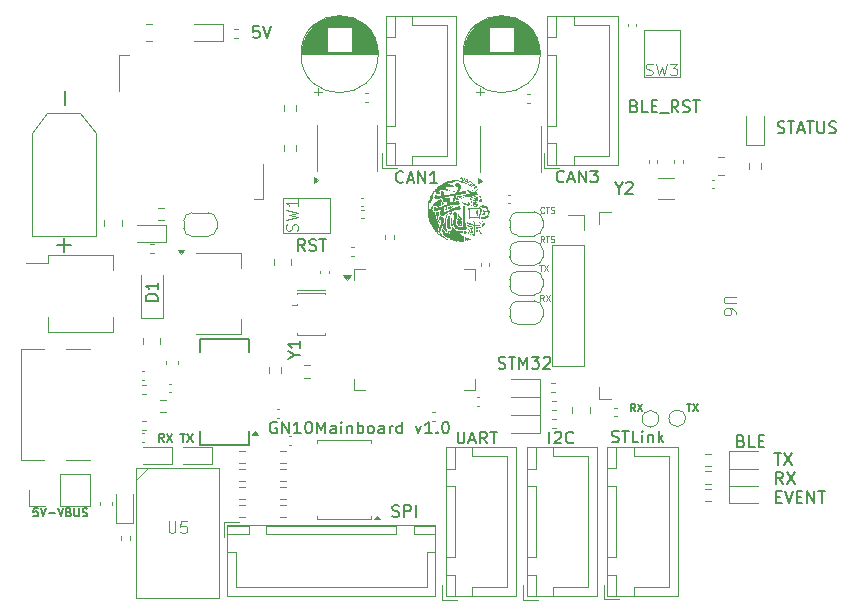
<source format=gbr>
%TF.GenerationSoftware,KiCad,Pcbnew,8.0.7*%
%TF.CreationDate,2025-02-05T08:53:54+09:00*%
%TF.ProjectId,GN10Mainboard,474e3130-4d61-4696-9e62-6f6172642e6b,rev?*%
%TF.SameCoordinates,Original*%
%TF.FileFunction,Legend,Top*%
%TF.FilePolarity,Positive*%
%FSLAX46Y46*%
G04 Gerber Fmt 4.6, Leading zero omitted, Abs format (unit mm)*
G04 Created by KiCad (PCBNEW 8.0.7) date 2025-02-05 08:53:54*
%MOMM*%
%LPD*%
G01*
G04 APERTURE LIST*
%ADD10C,0.125000*%
%ADD11C,0.200000*%
%ADD12C,0.160000*%
%ADD13C,0.150000*%
%ADD14C,0.170000*%
%ADD15C,0.100000*%
%ADD16C,0.120000*%
%ADD17C,0.000000*%
G04 APERTURE END LIST*
D10*
X174352797Y-119604709D02*
X174186131Y-119366614D01*
X174067083Y-119604709D02*
X174067083Y-119104709D01*
X174067083Y-119104709D02*
X174257559Y-119104709D01*
X174257559Y-119104709D02*
X174305178Y-119128519D01*
X174305178Y-119128519D02*
X174328988Y-119152328D01*
X174328988Y-119152328D02*
X174352797Y-119199947D01*
X174352797Y-119199947D02*
X174352797Y-119271376D01*
X174352797Y-119271376D02*
X174328988Y-119318995D01*
X174328988Y-119318995D02*
X174305178Y-119342804D01*
X174305178Y-119342804D02*
X174257559Y-119366614D01*
X174257559Y-119366614D02*
X174067083Y-119366614D01*
X174495655Y-119104709D02*
X174781369Y-119104709D01*
X174638512Y-119604709D02*
X174638512Y-119104709D01*
X174924226Y-119580900D02*
X174995654Y-119604709D01*
X174995654Y-119604709D02*
X175114702Y-119604709D01*
X175114702Y-119604709D02*
X175162321Y-119580900D01*
X175162321Y-119580900D02*
X175186130Y-119557090D01*
X175186130Y-119557090D02*
X175209940Y-119509471D01*
X175209940Y-119509471D02*
X175209940Y-119461852D01*
X175209940Y-119461852D02*
X175186130Y-119414233D01*
X175186130Y-119414233D02*
X175162321Y-119390423D01*
X175162321Y-119390423D02*
X175114702Y-119366614D01*
X175114702Y-119366614D02*
X175019464Y-119342804D01*
X175019464Y-119342804D02*
X174971845Y-119318995D01*
X174971845Y-119318995D02*
X174948035Y-119295185D01*
X174948035Y-119295185D02*
X174924226Y-119247566D01*
X174924226Y-119247566D02*
X174924226Y-119199947D01*
X174924226Y-119199947D02*
X174948035Y-119152328D01*
X174948035Y-119152328D02*
X174971845Y-119128519D01*
X174971845Y-119128519D02*
X175019464Y-119104709D01*
X175019464Y-119104709D02*
X175138511Y-119104709D01*
X175138511Y-119104709D02*
X175209940Y-119128519D01*
D11*
X170504854Y-130287000D02*
X170647711Y-130334619D01*
X170647711Y-130334619D02*
X170885806Y-130334619D01*
X170885806Y-130334619D02*
X170981044Y-130287000D01*
X170981044Y-130287000D02*
X171028663Y-130239380D01*
X171028663Y-130239380D02*
X171076282Y-130144142D01*
X171076282Y-130144142D02*
X171076282Y-130048904D01*
X171076282Y-130048904D02*
X171028663Y-129953666D01*
X171028663Y-129953666D02*
X170981044Y-129906047D01*
X170981044Y-129906047D02*
X170885806Y-129858428D01*
X170885806Y-129858428D02*
X170695330Y-129810809D01*
X170695330Y-129810809D02*
X170600092Y-129763190D01*
X170600092Y-129763190D02*
X170552473Y-129715571D01*
X170552473Y-129715571D02*
X170504854Y-129620333D01*
X170504854Y-129620333D02*
X170504854Y-129525095D01*
X170504854Y-129525095D02*
X170552473Y-129429857D01*
X170552473Y-129429857D02*
X170600092Y-129382238D01*
X170600092Y-129382238D02*
X170695330Y-129334619D01*
X170695330Y-129334619D02*
X170933425Y-129334619D01*
X170933425Y-129334619D02*
X171076282Y-129382238D01*
X171361997Y-129334619D02*
X171933425Y-129334619D01*
X171647711Y-130334619D02*
X171647711Y-129334619D01*
X172266759Y-130334619D02*
X172266759Y-129334619D01*
X172266759Y-129334619D02*
X172600092Y-130048904D01*
X172600092Y-130048904D02*
X172933425Y-129334619D01*
X172933425Y-129334619D02*
X172933425Y-130334619D01*
X173314378Y-129334619D02*
X173933425Y-129334619D01*
X173933425Y-129334619D02*
X173600092Y-129715571D01*
X173600092Y-129715571D02*
X173742949Y-129715571D01*
X173742949Y-129715571D02*
X173838187Y-129763190D01*
X173838187Y-129763190D02*
X173885806Y-129810809D01*
X173885806Y-129810809D02*
X173933425Y-129906047D01*
X173933425Y-129906047D02*
X173933425Y-130144142D01*
X173933425Y-130144142D02*
X173885806Y-130239380D01*
X173885806Y-130239380D02*
X173838187Y-130287000D01*
X173838187Y-130287000D02*
X173742949Y-130334619D01*
X173742949Y-130334619D02*
X173457235Y-130334619D01*
X173457235Y-130334619D02*
X173361997Y-130287000D01*
X173361997Y-130287000D02*
X173314378Y-130239380D01*
X174314378Y-129429857D02*
X174361997Y-129382238D01*
X174361997Y-129382238D02*
X174457235Y-129334619D01*
X174457235Y-129334619D02*
X174695330Y-129334619D01*
X174695330Y-129334619D02*
X174790568Y-129382238D01*
X174790568Y-129382238D02*
X174838187Y-129429857D01*
X174838187Y-129429857D02*
X174885806Y-129525095D01*
X174885806Y-129525095D02*
X174885806Y-129620333D01*
X174885806Y-129620333D02*
X174838187Y-129763190D01*
X174838187Y-129763190D02*
X174266759Y-130334619D01*
X174266759Y-130334619D02*
X174885806Y-130334619D01*
X194126854Y-110348000D02*
X194269711Y-110395619D01*
X194269711Y-110395619D02*
X194507806Y-110395619D01*
X194507806Y-110395619D02*
X194603044Y-110348000D01*
X194603044Y-110348000D02*
X194650663Y-110300380D01*
X194650663Y-110300380D02*
X194698282Y-110205142D01*
X194698282Y-110205142D02*
X194698282Y-110109904D01*
X194698282Y-110109904D02*
X194650663Y-110014666D01*
X194650663Y-110014666D02*
X194603044Y-109967047D01*
X194603044Y-109967047D02*
X194507806Y-109919428D01*
X194507806Y-109919428D02*
X194317330Y-109871809D01*
X194317330Y-109871809D02*
X194222092Y-109824190D01*
X194222092Y-109824190D02*
X194174473Y-109776571D01*
X194174473Y-109776571D02*
X194126854Y-109681333D01*
X194126854Y-109681333D02*
X194126854Y-109586095D01*
X194126854Y-109586095D02*
X194174473Y-109490857D01*
X194174473Y-109490857D02*
X194222092Y-109443238D01*
X194222092Y-109443238D02*
X194317330Y-109395619D01*
X194317330Y-109395619D02*
X194555425Y-109395619D01*
X194555425Y-109395619D02*
X194698282Y-109443238D01*
X194983997Y-109395619D02*
X195555425Y-109395619D01*
X195269711Y-110395619D02*
X195269711Y-109395619D01*
X195841140Y-110109904D02*
X196317330Y-110109904D01*
X195745902Y-110395619D02*
X196079235Y-109395619D01*
X196079235Y-109395619D02*
X196412568Y-110395619D01*
X196603045Y-109395619D02*
X197174473Y-109395619D01*
X196888759Y-110395619D02*
X196888759Y-109395619D01*
X197507807Y-109395619D02*
X197507807Y-110205142D01*
X197507807Y-110205142D02*
X197555426Y-110300380D01*
X197555426Y-110300380D02*
X197603045Y-110348000D01*
X197603045Y-110348000D02*
X197698283Y-110395619D01*
X197698283Y-110395619D02*
X197888759Y-110395619D01*
X197888759Y-110395619D02*
X197983997Y-110348000D01*
X197983997Y-110348000D02*
X198031616Y-110300380D01*
X198031616Y-110300380D02*
X198079235Y-110205142D01*
X198079235Y-110205142D02*
X198079235Y-109395619D01*
X198507807Y-110348000D02*
X198650664Y-110395619D01*
X198650664Y-110395619D02*
X198888759Y-110395619D01*
X198888759Y-110395619D02*
X198983997Y-110348000D01*
X198983997Y-110348000D02*
X199031616Y-110300380D01*
X199031616Y-110300380D02*
X199079235Y-110205142D01*
X199079235Y-110205142D02*
X199079235Y-110109904D01*
X199079235Y-110109904D02*
X199031616Y-110014666D01*
X199031616Y-110014666D02*
X198983997Y-109967047D01*
X198983997Y-109967047D02*
X198888759Y-109919428D01*
X198888759Y-109919428D02*
X198698283Y-109871809D01*
X198698283Y-109871809D02*
X198603045Y-109824190D01*
X198603045Y-109824190D02*
X198555426Y-109776571D01*
X198555426Y-109776571D02*
X198507807Y-109681333D01*
X198507807Y-109681333D02*
X198507807Y-109586095D01*
X198507807Y-109586095D02*
X198555426Y-109490857D01*
X198555426Y-109490857D02*
X198603045Y-109443238D01*
X198603045Y-109443238D02*
X198698283Y-109395619D01*
X198698283Y-109395619D02*
X198936378Y-109395619D01*
X198936378Y-109395619D02*
X199079235Y-109443238D01*
D12*
X131494263Y-142144813D02*
X131160929Y-142144813D01*
X131160929Y-142144813D02*
X131127596Y-142478146D01*
X131127596Y-142478146D02*
X131160929Y-142444813D01*
X131160929Y-142444813D02*
X131227596Y-142411480D01*
X131227596Y-142411480D02*
X131394263Y-142411480D01*
X131394263Y-142411480D02*
X131460929Y-142444813D01*
X131460929Y-142444813D02*
X131494263Y-142478146D01*
X131494263Y-142478146D02*
X131527596Y-142544813D01*
X131527596Y-142544813D02*
X131527596Y-142711480D01*
X131527596Y-142711480D02*
X131494263Y-142778146D01*
X131494263Y-142778146D02*
X131460929Y-142811480D01*
X131460929Y-142811480D02*
X131394263Y-142844813D01*
X131394263Y-142844813D02*
X131227596Y-142844813D01*
X131227596Y-142844813D02*
X131160929Y-142811480D01*
X131160929Y-142811480D02*
X131127596Y-142778146D01*
X131727596Y-142144813D02*
X131960930Y-142844813D01*
X131960930Y-142844813D02*
X132194263Y-142144813D01*
X132427596Y-142578146D02*
X132960930Y-142578146D01*
X133194263Y-142144813D02*
X133427597Y-142844813D01*
X133427597Y-142844813D02*
X133660930Y-142144813D01*
X134127597Y-142478146D02*
X134227597Y-142511480D01*
X134227597Y-142511480D02*
X134260930Y-142544813D01*
X134260930Y-142544813D02*
X134294263Y-142611480D01*
X134294263Y-142611480D02*
X134294263Y-142711480D01*
X134294263Y-142711480D02*
X134260930Y-142778146D01*
X134260930Y-142778146D02*
X134227597Y-142811480D01*
X134227597Y-142811480D02*
X134160930Y-142844813D01*
X134160930Y-142844813D02*
X133894263Y-142844813D01*
X133894263Y-142844813D02*
X133894263Y-142144813D01*
X133894263Y-142144813D02*
X134127597Y-142144813D01*
X134127597Y-142144813D02*
X134194263Y-142178146D01*
X134194263Y-142178146D02*
X134227597Y-142211480D01*
X134227597Y-142211480D02*
X134260930Y-142278146D01*
X134260930Y-142278146D02*
X134260930Y-142344813D01*
X134260930Y-142344813D02*
X134227597Y-142411480D01*
X134227597Y-142411480D02*
X134194263Y-142444813D01*
X134194263Y-142444813D02*
X134127597Y-142478146D01*
X134127597Y-142478146D02*
X133894263Y-142478146D01*
X134594263Y-142144813D02*
X134594263Y-142711480D01*
X134594263Y-142711480D02*
X134627597Y-142778146D01*
X134627597Y-142778146D02*
X134660930Y-142811480D01*
X134660930Y-142811480D02*
X134727597Y-142844813D01*
X134727597Y-142844813D02*
X134860930Y-142844813D01*
X134860930Y-142844813D02*
X134927597Y-142811480D01*
X134927597Y-142811480D02*
X134960930Y-142778146D01*
X134960930Y-142778146D02*
X134994263Y-142711480D01*
X134994263Y-142711480D02*
X134994263Y-142144813D01*
X135294263Y-142811480D02*
X135394263Y-142844813D01*
X135394263Y-142844813D02*
X135560930Y-142844813D01*
X135560930Y-142844813D02*
X135627596Y-142811480D01*
X135627596Y-142811480D02*
X135660930Y-142778146D01*
X135660930Y-142778146D02*
X135694263Y-142711480D01*
X135694263Y-142711480D02*
X135694263Y-142644813D01*
X135694263Y-142644813D02*
X135660930Y-142578146D01*
X135660930Y-142578146D02*
X135627596Y-142544813D01*
X135627596Y-142544813D02*
X135560930Y-142511480D01*
X135560930Y-142511480D02*
X135427596Y-142478146D01*
X135427596Y-142478146D02*
X135360930Y-142444813D01*
X135360930Y-142444813D02*
X135327596Y-142411480D01*
X135327596Y-142411480D02*
X135294263Y-142344813D01*
X135294263Y-142344813D02*
X135294263Y-142278146D01*
X135294263Y-142278146D02*
X135327596Y-142211480D01*
X135327596Y-142211480D02*
X135360930Y-142178146D01*
X135360930Y-142178146D02*
X135427596Y-142144813D01*
X135427596Y-142144813D02*
X135594263Y-142144813D01*
X135594263Y-142144813D02*
X135694263Y-142178146D01*
D13*
X186467626Y-133342171D02*
X186810484Y-133342171D01*
X186639055Y-133942171D02*
X186639055Y-133342171D01*
X186953341Y-133342171D02*
X187353341Y-133942171D01*
X187353341Y-133342171D02*
X186953341Y-133942171D01*
D11*
X150233863Y-101331219D02*
X149757673Y-101331219D01*
X149757673Y-101331219D02*
X149710054Y-101807409D01*
X149710054Y-101807409D02*
X149757673Y-101759790D01*
X149757673Y-101759790D02*
X149852911Y-101712171D01*
X149852911Y-101712171D02*
X150091006Y-101712171D01*
X150091006Y-101712171D02*
X150186244Y-101759790D01*
X150186244Y-101759790D02*
X150233863Y-101807409D01*
X150233863Y-101807409D02*
X150281482Y-101902647D01*
X150281482Y-101902647D02*
X150281482Y-102140742D01*
X150281482Y-102140742D02*
X150233863Y-102235980D01*
X150233863Y-102235980D02*
X150186244Y-102283600D01*
X150186244Y-102283600D02*
X150091006Y-102331219D01*
X150091006Y-102331219D02*
X149852911Y-102331219D01*
X149852911Y-102331219D02*
X149757673Y-102283600D01*
X149757673Y-102283600D02*
X149710054Y-102235980D01*
X150567197Y-101331219D02*
X150900530Y-102331219D01*
X150900530Y-102331219D02*
X151233863Y-101331219D01*
X193853816Y-137468531D02*
X194425244Y-137468531D01*
X194139530Y-138468531D02*
X194139530Y-137468531D01*
X194663340Y-137468531D02*
X195330006Y-138468531D01*
X195330006Y-137468531D02*
X194663340Y-138468531D01*
X194568101Y-140078475D02*
X194234768Y-139602284D01*
X193996673Y-140078475D02*
X193996673Y-139078475D01*
X193996673Y-139078475D02*
X194377625Y-139078475D01*
X194377625Y-139078475D02*
X194472863Y-139126094D01*
X194472863Y-139126094D02*
X194520482Y-139173713D01*
X194520482Y-139173713D02*
X194568101Y-139268951D01*
X194568101Y-139268951D02*
X194568101Y-139411808D01*
X194568101Y-139411808D02*
X194520482Y-139507046D01*
X194520482Y-139507046D02*
X194472863Y-139554665D01*
X194472863Y-139554665D02*
X194377625Y-139602284D01*
X194377625Y-139602284D02*
X193996673Y-139602284D01*
X194901435Y-139078475D02*
X195568101Y-140078475D01*
X195568101Y-139078475D02*
X194901435Y-140078475D01*
X193996673Y-141164609D02*
X194330006Y-141164609D01*
X194472863Y-141688419D02*
X193996673Y-141688419D01*
X193996673Y-141688419D02*
X193996673Y-140688419D01*
X193996673Y-140688419D02*
X194472863Y-140688419D01*
X194758578Y-140688419D02*
X195091911Y-141688419D01*
X195091911Y-141688419D02*
X195425244Y-140688419D01*
X195758578Y-141164609D02*
X196091911Y-141164609D01*
X196234768Y-141688419D02*
X195758578Y-141688419D01*
X195758578Y-141688419D02*
X195758578Y-140688419D01*
X195758578Y-140688419D02*
X196234768Y-140688419D01*
X196663340Y-141688419D02*
X196663340Y-140688419D01*
X196663340Y-140688419D02*
X197234768Y-141688419D01*
X197234768Y-141688419D02*
X197234768Y-140688419D01*
X197568102Y-140688419D02*
X198139530Y-140688419D01*
X197853816Y-141688419D02*
X197853816Y-140688419D01*
X182011006Y-108093809D02*
X182153863Y-108141428D01*
X182153863Y-108141428D02*
X182201482Y-108189047D01*
X182201482Y-108189047D02*
X182249101Y-108284285D01*
X182249101Y-108284285D02*
X182249101Y-108427142D01*
X182249101Y-108427142D02*
X182201482Y-108522380D01*
X182201482Y-108522380D02*
X182153863Y-108570000D01*
X182153863Y-108570000D02*
X182058625Y-108617619D01*
X182058625Y-108617619D02*
X181677673Y-108617619D01*
X181677673Y-108617619D02*
X181677673Y-107617619D01*
X181677673Y-107617619D02*
X182011006Y-107617619D01*
X182011006Y-107617619D02*
X182106244Y-107665238D01*
X182106244Y-107665238D02*
X182153863Y-107712857D01*
X182153863Y-107712857D02*
X182201482Y-107808095D01*
X182201482Y-107808095D02*
X182201482Y-107903333D01*
X182201482Y-107903333D02*
X182153863Y-107998571D01*
X182153863Y-107998571D02*
X182106244Y-108046190D01*
X182106244Y-108046190D02*
X182011006Y-108093809D01*
X182011006Y-108093809D02*
X181677673Y-108093809D01*
X183153863Y-108617619D02*
X182677673Y-108617619D01*
X182677673Y-108617619D02*
X182677673Y-107617619D01*
X183487197Y-108093809D02*
X183820530Y-108093809D01*
X183963387Y-108617619D02*
X183487197Y-108617619D01*
X183487197Y-108617619D02*
X183487197Y-107617619D01*
X183487197Y-107617619D02*
X183963387Y-107617619D01*
X184153864Y-108712857D02*
X184915768Y-108712857D01*
X185725292Y-108617619D02*
X185391959Y-108141428D01*
X185153864Y-108617619D02*
X185153864Y-107617619D01*
X185153864Y-107617619D02*
X185534816Y-107617619D01*
X185534816Y-107617619D02*
X185630054Y-107665238D01*
X185630054Y-107665238D02*
X185677673Y-107712857D01*
X185677673Y-107712857D02*
X185725292Y-107808095D01*
X185725292Y-107808095D02*
X185725292Y-107950952D01*
X185725292Y-107950952D02*
X185677673Y-108046190D01*
X185677673Y-108046190D02*
X185630054Y-108093809D01*
X185630054Y-108093809D02*
X185534816Y-108141428D01*
X185534816Y-108141428D02*
X185153864Y-108141428D01*
X186106245Y-108570000D02*
X186249102Y-108617619D01*
X186249102Y-108617619D02*
X186487197Y-108617619D01*
X186487197Y-108617619D02*
X186582435Y-108570000D01*
X186582435Y-108570000D02*
X186630054Y-108522380D01*
X186630054Y-108522380D02*
X186677673Y-108427142D01*
X186677673Y-108427142D02*
X186677673Y-108331904D01*
X186677673Y-108331904D02*
X186630054Y-108236666D01*
X186630054Y-108236666D02*
X186582435Y-108189047D01*
X186582435Y-108189047D02*
X186487197Y-108141428D01*
X186487197Y-108141428D02*
X186296721Y-108093809D01*
X186296721Y-108093809D02*
X186201483Y-108046190D01*
X186201483Y-108046190D02*
X186153864Y-107998571D01*
X186153864Y-107998571D02*
X186106245Y-107903333D01*
X186106245Y-107903333D02*
X186106245Y-107808095D01*
X186106245Y-107808095D02*
X186153864Y-107712857D01*
X186153864Y-107712857D02*
X186201483Y-107665238D01*
X186201483Y-107665238D02*
X186296721Y-107617619D01*
X186296721Y-107617619D02*
X186534816Y-107617619D01*
X186534816Y-107617619D02*
X186677673Y-107665238D01*
X186963388Y-107617619D02*
X187534816Y-107617619D01*
X187249102Y-108617619D02*
X187249102Y-107617619D01*
X151721482Y-134868638D02*
X151626244Y-134821019D01*
X151626244Y-134821019D02*
X151483387Y-134821019D01*
X151483387Y-134821019D02*
X151340530Y-134868638D01*
X151340530Y-134868638D02*
X151245292Y-134963876D01*
X151245292Y-134963876D02*
X151197673Y-135059114D01*
X151197673Y-135059114D02*
X151150054Y-135249590D01*
X151150054Y-135249590D02*
X151150054Y-135392447D01*
X151150054Y-135392447D02*
X151197673Y-135582923D01*
X151197673Y-135582923D02*
X151245292Y-135678161D01*
X151245292Y-135678161D02*
X151340530Y-135773400D01*
X151340530Y-135773400D02*
X151483387Y-135821019D01*
X151483387Y-135821019D02*
X151578625Y-135821019D01*
X151578625Y-135821019D02*
X151721482Y-135773400D01*
X151721482Y-135773400D02*
X151769101Y-135725780D01*
X151769101Y-135725780D02*
X151769101Y-135392447D01*
X151769101Y-135392447D02*
X151578625Y-135392447D01*
X152197673Y-135821019D02*
X152197673Y-134821019D01*
X152197673Y-134821019D02*
X152769101Y-135821019D01*
X152769101Y-135821019D02*
X152769101Y-134821019D01*
X153769101Y-135821019D02*
X153197673Y-135821019D01*
X153483387Y-135821019D02*
X153483387Y-134821019D01*
X153483387Y-134821019D02*
X153388149Y-134963876D01*
X153388149Y-134963876D02*
X153292911Y-135059114D01*
X153292911Y-135059114D02*
X153197673Y-135106733D01*
X154388149Y-134821019D02*
X154483387Y-134821019D01*
X154483387Y-134821019D02*
X154578625Y-134868638D01*
X154578625Y-134868638D02*
X154626244Y-134916257D01*
X154626244Y-134916257D02*
X154673863Y-135011495D01*
X154673863Y-135011495D02*
X154721482Y-135201971D01*
X154721482Y-135201971D02*
X154721482Y-135440066D01*
X154721482Y-135440066D02*
X154673863Y-135630542D01*
X154673863Y-135630542D02*
X154626244Y-135725780D01*
X154626244Y-135725780D02*
X154578625Y-135773400D01*
X154578625Y-135773400D02*
X154483387Y-135821019D01*
X154483387Y-135821019D02*
X154388149Y-135821019D01*
X154388149Y-135821019D02*
X154292911Y-135773400D01*
X154292911Y-135773400D02*
X154245292Y-135725780D01*
X154245292Y-135725780D02*
X154197673Y-135630542D01*
X154197673Y-135630542D02*
X154150054Y-135440066D01*
X154150054Y-135440066D02*
X154150054Y-135201971D01*
X154150054Y-135201971D02*
X154197673Y-135011495D01*
X154197673Y-135011495D02*
X154245292Y-134916257D01*
X154245292Y-134916257D02*
X154292911Y-134868638D01*
X154292911Y-134868638D02*
X154388149Y-134821019D01*
X155150054Y-135821019D02*
X155150054Y-134821019D01*
X155150054Y-134821019D02*
X155483387Y-135535304D01*
X155483387Y-135535304D02*
X155816720Y-134821019D01*
X155816720Y-134821019D02*
X155816720Y-135821019D01*
X156721482Y-135821019D02*
X156721482Y-135297209D01*
X156721482Y-135297209D02*
X156673863Y-135201971D01*
X156673863Y-135201971D02*
X156578625Y-135154352D01*
X156578625Y-135154352D02*
X156388149Y-135154352D01*
X156388149Y-135154352D02*
X156292911Y-135201971D01*
X156721482Y-135773400D02*
X156626244Y-135821019D01*
X156626244Y-135821019D02*
X156388149Y-135821019D01*
X156388149Y-135821019D02*
X156292911Y-135773400D01*
X156292911Y-135773400D02*
X156245292Y-135678161D01*
X156245292Y-135678161D02*
X156245292Y-135582923D01*
X156245292Y-135582923D02*
X156292911Y-135487685D01*
X156292911Y-135487685D02*
X156388149Y-135440066D01*
X156388149Y-135440066D02*
X156626244Y-135440066D01*
X156626244Y-135440066D02*
X156721482Y-135392447D01*
X157197673Y-135821019D02*
X157197673Y-135154352D01*
X157197673Y-134821019D02*
X157150054Y-134868638D01*
X157150054Y-134868638D02*
X157197673Y-134916257D01*
X157197673Y-134916257D02*
X157245292Y-134868638D01*
X157245292Y-134868638D02*
X157197673Y-134821019D01*
X157197673Y-134821019D02*
X157197673Y-134916257D01*
X157673863Y-135154352D02*
X157673863Y-135821019D01*
X157673863Y-135249590D02*
X157721482Y-135201971D01*
X157721482Y-135201971D02*
X157816720Y-135154352D01*
X157816720Y-135154352D02*
X157959577Y-135154352D01*
X157959577Y-135154352D02*
X158054815Y-135201971D01*
X158054815Y-135201971D02*
X158102434Y-135297209D01*
X158102434Y-135297209D02*
X158102434Y-135821019D01*
X158578625Y-135821019D02*
X158578625Y-134821019D01*
X158578625Y-135201971D02*
X158673863Y-135154352D01*
X158673863Y-135154352D02*
X158864339Y-135154352D01*
X158864339Y-135154352D02*
X158959577Y-135201971D01*
X158959577Y-135201971D02*
X159007196Y-135249590D01*
X159007196Y-135249590D02*
X159054815Y-135344828D01*
X159054815Y-135344828D02*
X159054815Y-135630542D01*
X159054815Y-135630542D02*
X159007196Y-135725780D01*
X159007196Y-135725780D02*
X158959577Y-135773400D01*
X158959577Y-135773400D02*
X158864339Y-135821019D01*
X158864339Y-135821019D02*
X158673863Y-135821019D01*
X158673863Y-135821019D02*
X158578625Y-135773400D01*
X159626244Y-135821019D02*
X159531006Y-135773400D01*
X159531006Y-135773400D02*
X159483387Y-135725780D01*
X159483387Y-135725780D02*
X159435768Y-135630542D01*
X159435768Y-135630542D02*
X159435768Y-135344828D01*
X159435768Y-135344828D02*
X159483387Y-135249590D01*
X159483387Y-135249590D02*
X159531006Y-135201971D01*
X159531006Y-135201971D02*
X159626244Y-135154352D01*
X159626244Y-135154352D02*
X159769101Y-135154352D01*
X159769101Y-135154352D02*
X159864339Y-135201971D01*
X159864339Y-135201971D02*
X159911958Y-135249590D01*
X159911958Y-135249590D02*
X159959577Y-135344828D01*
X159959577Y-135344828D02*
X159959577Y-135630542D01*
X159959577Y-135630542D02*
X159911958Y-135725780D01*
X159911958Y-135725780D02*
X159864339Y-135773400D01*
X159864339Y-135773400D02*
X159769101Y-135821019D01*
X159769101Y-135821019D02*
X159626244Y-135821019D01*
X160816720Y-135821019D02*
X160816720Y-135297209D01*
X160816720Y-135297209D02*
X160769101Y-135201971D01*
X160769101Y-135201971D02*
X160673863Y-135154352D01*
X160673863Y-135154352D02*
X160483387Y-135154352D01*
X160483387Y-135154352D02*
X160388149Y-135201971D01*
X160816720Y-135773400D02*
X160721482Y-135821019D01*
X160721482Y-135821019D02*
X160483387Y-135821019D01*
X160483387Y-135821019D02*
X160388149Y-135773400D01*
X160388149Y-135773400D02*
X160340530Y-135678161D01*
X160340530Y-135678161D02*
X160340530Y-135582923D01*
X160340530Y-135582923D02*
X160388149Y-135487685D01*
X160388149Y-135487685D02*
X160483387Y-135440066D01*
X160483387Y-135440066D02*
X160721482Y-135440066D01*
X160721482Y-135440066D02*
X160816720Y-135392447D01*
X161292911Y-135821019D02*
X161292911Y-135154352D01*
X161292911Y-135344828D02*
X161340530Y-135249590D01*
X161340530Y-135249590D02*
X161388149Y-135201971D01*
X161388149Y-135201971D02*
X161483387Y-135154352D01*
X161483387Y-135154352D02*
X161578625Y-135154352D01*
X162340530Y-135821019D02*
X162340530Y-134821019D01*
X162340530Y-135773400D02*
X162245292Y-135821019D01*
X162245292Y-135821019D02*
X162054816Y-135821019D01*
X162054816Y-135821019D02*
X161959578Y-135773400D01*
X161959578Y-135773400D02*
X161911959Y-135725780D01*
X161911959Y-135725780D02*
X161864340Y-135630542D01*
X161864340Y-135630542D02*
X161864340Y-135344828D01*
X161864340Y-135344828D02*
X161911959Y-135249590D01*
X161911959Y-135249590D02*
X161959578Y-135201971D01*
X161959578Y-135201971D02*
X162054816Y-135154352D01*
X162054816Y-135154352D02*
X162245292Y-135154352D01*
X162245292Y-135154352D02*
X162340530Y-135201971D01*
X163483388Y-135154352D02*
X163721483Y-135821019D01*
X163721483Y-135821019D02*
X163959578Y-135154352D01*
X164864340Y-135821019D02*
X164292912Y-135821019D01*
X164578626Y-135821019D02*
X164578626Y-134821019D01*
X164578626Y-134821019D02*
X164483388Y-134963876D01*
X164483388Y-134963876D02*
X164388150Y-135059114D01*
X164388150Y-135059114D02*
X164292912Y-135106733D01*
X165292912Y-135725780D02*
X165340531Y-135773400D01*
X165340531Y-135773400D02*
X165292912Y-135821019D01*
X165292912Y-135821019D02*
X165245293Y-135773400D01*
X165245293Y-135773400D02*
X165292912Y-135725780D01*
X165292912Y-135725780D02*
X165292912Y-135821019D01*
X165959578Y-134821019D02*
X166054816Y-134821019D01*
X166054816Y-134821019D02*
X166150054Y-134868638D01*
X166150054Y-134868638D02*
X166197673Y-134916257D01*
X166197673Y-134916257D02*
X166245292Y-135011495D01*
X166245292Y-135011495D02*
X166292911Y-135201971D01*
X166292911Y-135201971D02*
X166292911Y-135440066D01*
X166292911Y-135440066D02*
X166245292Y-135630542D01*
X166245292Y-135630542D02*
X166197673Y-135725780D01*
X166197673Y-135725780D02*
X166150054Y-135773400D01*
X166150054Y-135773400D02*
X166054816Y-135821019D01*
X166054816Y-135821019D02*
X165959578Y-135821019D01*
X165959578Y-135821019D02*
X165864340Y-135773400D01*
X165864340Y-135773400D02*
X165816721Y-135725780D01*
X165816721Y-135725780D02*
X165769102Y-135630542D01*
X165769102Y-135630542D02*
X165721483Y-135440066D01*
X165721483Y-135440066D02*
X165721483Y-135201971D01*
X165721483Y-135201971D02*
X165769102Y-135011495D01*
X165769102Y-135011495D02*
X165816721Y-134916257D01*
X165816721Y-134916257D02*
X165864340Y-134868638D01*
X165864340Y-134868638D02*
X165959578Y-134821019D01*
D10*
X174352797Y-117093290D02*
X174328988Y-117117100D01*
X174328988Y-117117100D02*
X174257559Y-117140909D01*
X174257559Y-117140909D02*
X174209940Y-117140909D01*
X174209940Y-117140909D02*
X174138512Y-117117100D01*
X174138512Y-117117100D02*
X174090893Y-117069480D01*
X174090893Y-117069480D02*
X174067083Y-117021861D01*
X174067083Y-117021861D02*
X174043274Y-116926623D01*
X174043274Y-116926623D02*
X174043274Y-116855195D01*
X174043274Y-116855195D02*
X174067083Y-116759957D01*
X174067083Y-116759957D02*
X174090893Y-116712338D01*
X174090893Y-116712338D02*
X174138512Y-116664719D01*
X174138512Y-116664719D02*
X174209940Y-116640909D01*
X174209940Y-116640909D02*
X174257559Y-116640909D01*
X174257559Y-116640909D02*
X174328988Y-116664719D01*
X174328988Y-116664719D02*
X174352797Y-116688528D01*
X174495655Y-116640909D02*
X174781369Y-116640909D01*
X174638512Y-117140909D02*
X174638512Y-116640909D01*
X174924226Y-117117100D02*
X174995654Y-117140909D01*
X174995654Y-117140909D02*
X175114702Y-117140909D01*
X175114702Y-117140909D02*
X175162321Y-117117100D01*
X175162321Y-117117100D02*
X175186130Y-117093290D01*
X175186130Y-117093290D02*
X175209940Y-117045671D01*
X175209940Y-117045671D02*
X175209940Y-116998052D01*
X175209940Y-116998052D02*
X175186130Y-116950433D01*
X175186130Y-116950433D02*
X175162321Y-116926623D01*
X175162321Y-116926623D02*
X175114702Y-116902814D01*
X175114702Y-116902814D02*
X175019464Y-116879004D01*
X175019464Y-116879004D02*
X174971845Y-116855195D01*
X174971845Y-116855195D02*
X174948035Y-116831385D01*
X174948035Y-116831385D02*
X174924226Y-116783766D01*
X174924226Y-116783766D02*
X174924226Y-116736147D01*
X174924226Y-116736147D02*
X174948035Y-116688528D01*
X174948035Y-116688528D02*
X174971845Y-116664719D01*
X174971845Y-116664719D02*
X175019464Y-116640909D01*
X175019464Y-116640909D02*
X175138511Y-116640909D01*
X175138511Y-116640909D02*
X175209940Y-116664719D01*
D11*
X162437101Y-114516780D02*
X162389482Y-114564400D01*
X162389482Y-114564400D02*
X162246625Y-114612019D01*
X162246625Y-114612019D02*
X162151387Y-114612019D01*
X162151387Y-114612019D02*
X162008530Y-114564400D01*
X162008530Y-114564400D02*
X161913292Y-114469161D01*
X161913292Y-114469161D02*
X161865673Y-114373923D01*
X161865673Y-114373923D02*
X161818054Y-114183447D01*
X161818054Y-114183447D02*
X161818054Y-114040590D01*
X161818054Y-114040590D02*
X161865673Y-113850114D01*
X161865673Y-113850114D02*
X161913292Y-113754876D01*
X161913292Y-113754876D02*
X162008530Y-113659638D01*
X162008530Y-113659638D02*
X162151387Y-113612019D01*
X162151387Y-113612019D02*
X162246625Y-113612019D01*
X162246625Y-113612019D02*
X162389482Y-113659638D01*
X162389482Y-113659638D02*
X162437101Y-113707257D01*
X162818054Y-114326304D02*
X163294244Y-114326304D01*
X162722816Y-114612019D02*
X163056149Y-113612019D01*
X163056149Y-113612019D02*
X163389482Y-114612019D01*
X163722816Y-114612019D02*
X163722816Y-113612019D01*
X163722816Y-113612019D02*
X164294244Y-114612019D01*
X164294244Y-114612019D02*
X164294244Y-113612019D01*
X165294244Y-114612019D02*
X164722816Y-114612019D01*
X165008530Y-114612019D02*
X165008530Y-113612019D01*
X165008530Y-113612019D02*
X164913292Y-113754876D01*
X164913292Y-113754876D02*
X164818054Y-113850114D01*
X164818054Y-113850114D02*
X164722816Y-113897733D01*
D10*
X173970255Y-121593909D02*
X174255969Y-121593909D01*
X174113112Y-122093909D02*
X174113112Y-121593909D01*
X174375016Y-121593909D02*
X174708349Y-122093909D01*
X174708349Y-121593909D02*
X174375016Y-122093909D01*
D11*
X191053406Y-136465609D02*
X191196263Y-136513228D01*
X191196263Y-136513228D02*
X191243882Y-136560847D01*
X191243882Y-136560847D02*
X191291501Y-136656085D01*
X191291501Y-136656085D02*
X191291501Y-136798942D01*
X191291501Y-136798942D02*
X191243882Y-136894180D01*
X191243882Y-136894180D02*
X191196263Y-136941800D01*
X191196263Y-136941800D02*
X191101025Y-136989419D01*
X191101025Y-136989419D02*
X190720073Y-136989419D01*
X190720073Y-136989419D02*
X190720073Y-135989419D01*
X190720073Y-135989419D02*
X191053406Y-135989419D01*
X191053406Y-135989419D02*
X191148644Y-136037038D01*
X191148644Y-136037038D02*
X191196263Y-136084657D01*
X191196263Y-136084657D02*
X191243882Y-136179895D01*
X191243882Y-136179895D02*
X191243882Y-136275133D01*
X191243882Y-136275133D02*
X191196263Y-136370371D01*
X191196263Y-136370371D02*
X191148644Y-136417990D01*
X191148644Y-136417990D02*
X191053406Y-136465609D01*
X191053406Y-136465609D02*
X190720073Y-136465609D01*
X192196263Y-136989419D02*
X191720073Y-136989419D01*
X191720073Y-136989419D02*
X191720073Y-135989419D01*
X192529597Y-136465609D02*
X192862930Y-136465609D01*
X193005787Y-136989419D02*
X192529597Y-136989419D01*
X192529597Y-136989419D02*
X192529597Y-135989419D01*
X192529597Y-135989419D02*
X193005787Y-135989419D01*
X161513254Y-142834600D02*
X161656111Y-142882219D01*
X161656111Y-142882219D02*
X161894206Y-142882219D01*
X161894206Y-142882219D02*
X161989444Y-142834600D01*
X161989444Y-142834600D02*
X162037063Y-142786980D01*
X162037063Y-142786980D02*
X162084682Y-142691742D01*
X162084682Y-142691742D02*
X162084682Y-142596504D01*
X162084682Y-142596504D02*
X162037063Y-142501266D01*
X162037063Y-142501266D02*
X161989444Y-142453647D01*
X161989444Y-142453647D02*
X161894206Y-142406028D01*
X161894206Y-142406028D02*
X161703730Y-142358409D01*
X161703730Y-142358409D02*
X161608492Y-142310790D01*
X161608492Y-142310790D02*
X161560873Y-142263171D01*
X161560873Y-142263171D02*
X161513254Y-142167933D01*
X161513254Y-142167933D02*
X161513254Y-142072695D01*
X161513254Y-142072695D02*
X161560873Y-141977457D01*
X161560873Y-141977457D02*
X161608492Y-141929838D01*
X161608492Y-141929838D02*
X161703730Y-141882219D01*
X161703730Y-141882219D02*
X161941825Y-141882219D01*
X161941825Y-141882219D02*
X162084682Y-141929838D01*
X162513254Y-142882219D02*
X162513254Y-141882219D01*
X162513254Y-141882219D02*
X162894206Y-141882219D01*
X162894206Y-141882219D02*
X162989444Y-141929838D01*
X162989444Y-141929838D02*
X163037063Y-141977457D01*
X163037063Y-141977457D02*
X163084682Y-142072695D01*
X163084682Y-142072695D02*
X163084682Y-142215552D01*
X163084682Y-142215552D02*
X163037063Y-142310790D01*
X163037063Y-142310790D02*
X162989444Y-142358409D01*
X162989444Y-142358409D02*
X162894206Y-142406028D01*
X162894206Y-142406028D02*
X162513254Y-142406028D01*
X163513254Y-142882219D02*
X163513254Y-141882219D01*
X180106054Y-136535400D02*
X180248911Y-136583019D01*
X180248911Y-136583019D02*
X180487006Y-136583019D01*
X180487006Y-136583019D02*
X180582244Y-136535400D01*
X180582244Y-136535400D02*
X180629863Y-136487780D01*
X180629863Y-136487780D02*
X180677482Y-136392542D01*
X180677482Y-136392542D02*
X180677482Y-136297304D01*
X180677482Y-136297304D02*
X180629863Y-136202066D01*
X180629863Y-136202066D02*
X180582244Y-136154447D01*
X180582244Y-136154447D02*
X180487006Y-136106828D01*
X180487006Y-136106828D02*
X180296530Y-136059209D01*
X180296530Y-136059209D02*
X180201292Y-136011590D01*
X180201292Y-136011590D02*
X180153673Y-135963971D01*
X180153673Y-135963971D02*
X180106054Y-135868733D01*
X180106054Y-135868733D02*
X180106054Y-135773495D01*
X180106054Y-135773495D02*
X180153673Y-135678257D01*
X180153673Y-135678257D02*
X180201292Y-135630638D01*
X180201292Y-135630638D02*
X180296530Y-135583019D01*
X180296530Y-135583019D02*
X180534625Y-135583019D01*
X180534625Y-135583019D02*
X180677482Y-135630638D01*
X180963197Y-135583019D02*
X181534625Y-135583019D01*
X181248911Y-136583019D02*
X181248911Y-135583019D01*
X182344149Y-136583019D02*
X181867959Y-136583019D01*
X181867959Y-136583019D02*
X181867959Y-135583019D01*
X182677483Y-136583019D02*
X182677483Y-135916352D01*
X182677483Y-135583019D02*
X182629864Y-135630638D01*
X182629864Y-135630638D02*
X182677483Y-135678257D01*
X182677483Y-135678257D02*
X182725102Y-135630638D01*
X182725102Y-135630638D02*
X182677483Y-135583019D01*
X182677483Y-135583019D02*
X182677483Y-135678257D01*
X183153673Y-135916352D02*
X183153673Y-136583019D01*
X183153673Y-136011590D02*
X183201292Y-135963971D01*
X183201292Y-135963971D02*
X183296530Y-135916352D01*
X183296530Y-135916352D02*
X183439387Y-135916352D01*
X183439387Y-135916352D02*
X183534625Y-135963971D01*
X183534625Y-135963971D02*
X183582244Y-136059209D01*
X183582244Y-136059209D02*
X183582244Y-136583019D01*
X184058435Y-136583019D02*
X184058435Y-135583019D01*
X184153673Y-136202066D02*
X184439387Y-136583019D01*
X184439387Y-135916352D02*
X184058435Y-136297304D01*
X154105901Y-120352419D02*
X153772568Y-119876228D01*
X153534473Y-120352419D02*
X153534473Y-119352419D01*
X153534473Y-119352419D02*
X153915425Y-119352419D01*
X153915425Y-119352419D02*
X154010663Y-119400038D01*
X154010663Y-119400038D02*
X154058282Y-119447657D01*
X154058282Y-119447657D02*
X154105901Y-119542895D01*
X154105901Y-119542895D02*
X154105901Y-119685752D01*
X154105901Y-119685752D02*
X154058282Y-119780990D01*
X154058282Y-119780990D02*
X154010663Y-119828609D01*
X154010663Y-119828609D02*
X153915425Y-119876228D01*
X153915425Y-119876228D02*
X153534473Y-119876228D01*
X154486854Y-120304800D02*
X154629711Y-120352419D01*
X154629711Y-120352419D02*
X154867806Y-120352419D01*
X154867806Y-120352419D02*
X154963044Y-120304800D01*
X154963044Y-120304800D02*
X155010663Y-120257180D01*
X155010663Y-120257180D02*
X155058282Y-120161942D01*
X155058282Y-120161942D02*
X155058282Y-120066704D01*
X155058282Y-120066704D02*
X155010663Y-119971466D01*
X155010663Y-119971466D02*
X154963044Y-119923847D01*
X154963044Y-119923847D02*
X154867806Y-119876228D01*
X154867806Y-119876228D02*
X154677330Y-119828609D01*
X154677330Y-119828609D02*
X154582092Y-119780990D01*
X154582092Y-119780990D02*
X154534473Y-119733371D01*
X154534473Y-119733371D02*
X154486854Y-119638133D01*
X154486854Y-119638133D02*
X154486854Y-119542895D01*
X154486854Y-119542895D02*
X154534473Y-119447657D01*
X154534473Y-119447657D02*
X154582092Y-119400038D01*
X154582092Y-119400038D02*
X154677330Y-119352419D01*
X154677330Y-119352419D02*
X154915425Y-119352419D01*
X154915425Y-119352419D02*
X155058282Y-119400038D01*
X155343997Y-119352419D02*
X155915425Y-119352419D01*
X155629711Y-120352419D02*
X155629711Y-119352419D01*
X174819673Y-136659219D02*
X174819673Y-135659219D01*
X175248244Y-135754457D02*
X175295863Y-135706838D01*
X175295863Y-135706838D02*
X175391101Y-135659219D01*
X175391101Y-135659219D02*
X175629196Y-135659219D01*
X175629196Y-135659219D02*
X175724434Y-135706838D01*
X175724434Y-135706838D02*
X175772053Y-135754457D01*
X175772053Y-135754457D02*
X175819672Y-135849695D01*
X175819672Y-135849695D02*
X175819672Y-135944933D01*
X175819672Y-135944933D02*
X175772053Y-136087790D01*
X175772053Y-136087790D02*
X175200625Y-136659219D01*
X175200625Y-136659219D02*
X175819672Y-136659219D01*
X176819672Y-136563980D02*
X176772053Y-136611600D01*
X176772053Y-136611600D02*
X176629196Y-136659219D01*
X176629196Y-136659219D02*
X176533958Y-136659219D01*
X176533958Y-136659219D02*
X176391101Y-136611600D01*
X176391101Y-136611600D02*
X176295863Y-136516361D01*
X176295863Y-136516361D02*
X176248244Y-136421123D01*
X176248244Y-136421123D02*
X176200625Y-136230647D01*
X176200625Y-136230647D02*
X176200625Y-136087790D01*
X176200625Y-136087790D02*
X176248244Y-135897314D01*
X176248244Y-135897314D02*
X176295863Y-135802076D01*
X176295863Y-135802076D02*
X176391101Y-135706838D01*
X176391101Y-135706838D02*
X176533958Y-135659219D01*
X176533958Y-135659219D02*
X176629196Y-135659219D01*
X176629196Y-135659219D02*
X176772053Y-135706838D01*
X176772053Y-135706838D02*
X176819672Y-135754457D01*
D13*
X182083398Y-133916771D02*
X181883398Y-133631057D01*
X181740541Y-133916771D02*
X181740541Y-133316771D01*
X181740541Y-133316771D02*
X181969112Y-133316771D01*
X181969112Y-133316771D02*
X182026255Y-133345342D01*
X182026255Y-133345342D02*
X182054826Y-133373914D01*
X182054826Y-133373914D02*
X182083398Y-133431057D01*
X182083398Y-133431057D02*
X182083398Y-133516771D01*
X182083398Y-133516771D02*
X182054826Y-133573914D01*
X182054826Y-133573914D02*
X182026255Y-133602485D01*
X182026255Y-133602485D02*
X181969112Y-133631057D01*
X181969112Y-133631057D02*
X181740541Y-133631057D01*
X182283398Y-133316771D02*
X182683398Y-133916771D01*
X182683398Y-133316771D02*
X182283398Y-133916771D01*
D11*
X167047273Y-135659219D02*
X167047273Y-136468742D01*
X167047273Y-136468742D02*
X167094892Y-136563980D01*
X167094892Y-136563980D02*
X167142511Y-136611600D01*
X167142511Y-136611600D02*
X167237749Y-136659219D01*
X167237749Y-136659219D02*
X167428225Y-136659219D01*
X167428225Y-136659219D02*
X167523463Y-136611600D01*
X167523463Y-136611600D02*
X167571082Y-136563980D01*
X167571082Y-136563980D02*
X167618701Y-136468742D01*
X167618701Y-136468742D02*
X167618701Y-135659219D01*
X168047273Y-136373504D02*
X168523463Y-136373504D01*
X167952035Y-136659219D02*
X168285368Y-135659219D01*
X168285368Y-135659219D02*
X168618701Y-136659219D01*
X169523463Y-136659219D02*
X169190130Y-136183028D01*
X168952035Y-136659219D02*
X168952035Y-135659219D01*
X168952035Y-135659219D02*
X169332987Y-135659219D01*
X169332987Y-135659219D02*
X169428225Y-135706838D01*
X169428225Y-135706838D02*
X169475844Y-135754457D01*
X169475844Y-135754457D02*
X169523463Y-135849695D01*
X169523463Y-135849695D02*
X169523463Y-135992552D01*
X169523463Y-135992552D02*
X169475844Y-136087790D01*
X169475844Y-136087790D02*
X169428225Y-136135409D01*
X169428225Y-136135409D02*
X169332987Y-136183028D01*
X169332987Y-136183028D02*
X168952035Y-136183028D01*
X169809178Y-135659219D02*
X170380606Y-135659219D01*
X170094892Y-136659219D02*
X170094892Y-135659219D01*
D14*
X142172508Y-136522493D02*
X141939175Y-136189160D01*
X141772508Y-136522493D02*
X141772508Y-135822493D01*
X141772508Y-135822493D02*
X142039175Y-135822493D01*
X142039175Y-135822493D02*
X142105842Y-135855826D01*
X142105842Y-135855826D02*
X142139175Y-135889160D01*
X142139175Y-135889160D02*
X142172508Y-135955826D01*
X142172508Y-135955826D02*
X142172508Y-136055826D01*
X142172508Y-136055826D02*
X142139175Y-136122493D01*
X142139175Y-136122493D02*
X142105842Y-136155826D01*
X142105842Y-136155826D02*
X142039175Y-136189160D01*
X142039175Y-136189160D02*
X141772508Y-136189160D01*
X142405842Y-135822493D02*
X142872508Y-136522493D01*
X142872508Y-135822493D02*
X142405842Y-136522493D01*
X143572508Y-135822493D02*
X143972508Y-135822493D01*
X143772508Y-136522493D02*
X143772508Y-135822493D01*
X144139175Y-135822493D02*
X144605841Y-136522493D01*
X144605841Y-135822493D02*
X144139175Y-136522493D01*
D10*
X174327397Y-124583109D02*
X174160731Y-124345014D01*
X174041683Y-124583109D02*
X174041683Y-124083109D01*
X174041683Y-124083109D02*
X174232159Y-124083109D01*
X174232159Y-124083109D02*
X174279778Y-124106919D01*
X174279778Y-124106919D02*
X174303588Y-124130728D01*
X174303588Y-124130728D02*
X174327397Y-124178347D01*
X174327397Y-124178347D02*
X174327397Y-124249776D01*
X174327397Y-124249776D02*
X174303588Y-124297395D01*
X174303588Y-124297395D02*
X174279778Y-124321204D01*
X174279778Y-124321204D02*
X174232159Y-124345014D01*
X174232159Y-124345014D02*
X174041683Y-124345014D01*
X174494064Y-124083109D02*
X174827397Y-124583109D01*
X174827397Y-124083109D02*
X174494064Y-124583109D01*
D11*
X176051501Y-114465980D02*
X176003882Y-114513600D01*
X176003882Y-114513600D02*
X175861025Y-114561219D01*
X175861025Y-114561219D02*
X175765787Y-114561219D01*
X175765787Y-114561219D02*
X175622930Y-114513600D01*
X175622930Y-114513600D02*
X175527692Y-114418361D01*
X175527692Y-114418361D02*
X175480073Y-114323123D01*
X175480073Y-114323123D02*
X175432454Y-114132647D01*
X175432454Y-114132647D02*
X175432454Y-113989790D01*
X175432454Y-113989790D02*
X175480073Y-113799314D01*
X175480073Y-113799314D02*
X175527692Y-113704076D01*
X175527692Y-113704076D02*
X175622930Y-113608838D01*
X175622930Y-113608838D02*
X175765787Y-113561219D01*
X175765787Y-113561219D02*
X175861025Y-113561219D01*
X175861025Y-113561219D02*
X176003882Y-113608838D01*
X176003882Y-113608838D02*
X176051501Y-113656457D01*
X176432454Y-114275504D02*
X176908644Y-114275504D01*
X176337216Y-114561219D02*
X176670549Y-113561219D01*
X176670549Y-113561219D02*
X177003882Y-114561219D01*
X177337216Y-114561219D02*
X177337216Y-113561219D01*
X177337216Y-113561219D02*
X177908644Y-114561219D01*
X177908644Y-114561219D02*
X177908644Y-113561219D01*
X178289597Y-113561219D02*
X178908644Y-113561219D01*
X178908644Y-113561219D02*
X178575311Y-113942171D01*
X178575311Y-113942171D02*
X178718168Y-113942171D01*
X178718168Y-113942171D02*
X178813406Y-113989790D01*
X178813406Y-113989790D02*
X178861025Y-114037409D01*
X178861025Y-114037409D02*
X178908644Y-114132647D01*
X178908644Y-114132647D02*
X178908644Y-114370742D01*
X178908644Y-114370742D02*
X178861025Y-114465980D01*
X178861025Y-114465980D02*
X178813406Y-114513600D01*
X178813406Y-114513600D02*
X178718168Y-114561219D01*
X178718168Y-114561219D02*
X178432454Y-114561219D01*
X178432454Y-114561219D02*
X178337216Y-114513600D01*
X178337216Y-114513600D02*
X178289597Y-114465980D01*
D15*
X182971867Y-105451800D02*
X183114724Y-105499419D01*
X183114724Y-105499419D02*
X183352819Y-105499419D01*
X183352819Y-105499419D02*
X183448057Y-105451800D01*
X183448057Y-105451800D02*
X183495676Y-105404180D01*
X183495676Y-105404180D02*
X183543295Y-105308942D01*
X183543295Y-105308942D02*
X183543295Y-105213704D01*
X183543295Y-105213704D02*
X183495676Y-105118466D01*
X183495676Y-105118466D02*
X183448057Y-105070847D01*
X183448057Y-105070847D02*
X183352819Y-105023228D01*
X183352819Y-105023228D02*
X183162343Y-104975609D01*
X183162343Y-104975609D02*
X183067105Y-104927990D01*
X183067105Y-104927990D02*
X183019486Y-104880371D01*
X183019486Y-104880371D02*
X182971867Y-104785133D01*
X182971867Y-104785133D02*
X182971867Y-104689895D01*
X182971867Y-104689895D02*
X183019486Y-104594657D01*
X183019486Y-104594657D02*
X183067105Y-104547038D01*
X183067105Y-104547038D02*
X183162343Y-104499419D01*
X183162343Y-104499419D02*
X183400438Y-104499419D01*
X183400438Y-104499419D02*
X183543295Y-104547038D01*
X183876629Y-104499419D02*
X184114724Y-105499419D01*
X184114724Y-105499419D02*
X184305200Y-104785133D01*
X184305200Y-104785133D02*
X184495676Y-105499419D01*
X184495676Y-105499419D02*
X184733772Y-104499419D01*
X185019486Y-104499419D02*
X185638533Y-104499419D01*
X185638533Y-104499419D02*
X185305200Y-104880371D01*
X185305200Y-104880371D02*
X185448057Y-104880371D01*
X185448057Y-104880371D02*
X185543295Y-104927990D01*
X185543295Y-104927990D02*
X185590914Y-104975609D01*
X185590914Y-104975609D02*
X185638533Y-105070847D01*
X185638533Y-105070847D02*
X185638533Y-105308942D01*
X185638533Y-105308942D02*
X185590914Y-105404180D01*
X185590914Y-105404180D02*
X185543295Y-105451800D01*
X185543295Y-105451800D02*
X185448057Y-105499419D01*
X185448057Y-105499419D02*
X185162343Y-105499419D01*
X185162343Y-105499419D02*
X185067105Y-105451800D01*
X185067105Y-105451800D02*
X185019486Y-105404180D01*
X190574580Y-124238095D02*
X189765057Y-124238095D01*
X189765057Y-124238095D02*
X189669819Y-124285714D01*
X189669819Y-124285714D02*
X189622200Y-124333333D01*
X189622200Y-124333333D02*
X189574580Y-124428571D01*
X189574580Y-124428571D02*
X189574580Y-124619047D01*
X189574580Y-124619047D02*
X189622200Y-124714285D01*
X189622200Y-124714285D02*
X189669819Y-124761904D01*
X189669819Y-124761904D02*
X189765057Y-124809523D01*
X189765057Y-124809523D02*
X190574580Y-124809523D01*
X190574580Y-125714285D02*
X190574580Y-125523809D01*
X190574580Y-125523809D02*
X190526961Y-125428571D01*
X190526961Y-125428571D02*
X190479342Y-125380952D01*
X190479342Y-125380952D02*
X190336485Y-125285714D01*
X190336485Y-125285714D02*
X190146009Y-125238095D01*
X190146009Y-125238095D02*
X189765057Y-125238095D01*
X189765057Y-125238095D02*
X189669819Y-125285714D01*
X189669819Y-125285714D02*
X189622200Y-125333333D01*
X189622200Y-125333333D02*
X189574580Y-125428571D01*
X189574580Y-125428571D02*
X189574580Y-125619047D01*
X189574580Y-125619047D02*
X189622200Y-125714285D01*
X189622200Y-125714285D02*
X189669819Y-125761904D01*
X189669819Y-125761904D02*
X189765057Y-125809523D01*
X189765057Y-125809523D02*
X190003152Y-125809523D01*
X190003152Y-125809523D02*
X190098390Y-125761904D01*
X190098390Y-125761904D02*
X190146009Y-125714285D01*
X190146009Y-125714285D02*
X190193628Y-125619047D01*
X190193628Y-125619047D02*
X190193628Y-125428571D01*
X190193628Y-125428571D02*
X190146009Y-125333333D01*
X190146009Y-125333333D02*
X190098390Y-125285714D01*
X190098390Y-125285714D02*
X190003152Y-125238095D01*
D13*
X141630819Y-124563094D02*
X140630819Y-124563094D01*
X140630819Y-124563094D02*
X140630819Y-124324999D01*
X140630819Y-124324999D02*
X140678438Y-124182142D01*
X140678438Y-124182142D02*
X140773676Y-124086904D01*
X140773676Y-124086904D02*
X140868914Y-124039285D01*
X140868914Y-124039285D02*
X141059390Y-123991666D01*
X141059390Y-123991666D02*
X141202247Y-123991666D01*
X141202247Y-123991666D02*
X141392723Y-124039285D01*
X141392723Y-124039285D02*
X141487961Y-124086904D01*
X141487961Y-124086904D02*
X141583200Y-124182142D01*
X141583200Y-124182142D02*
X141630819Y-124324999D01*
X141630819Y-124324999D02*
X141630819Y-124563094D01*
X141630819Y-123039285D02*
X141630819Y-123610713D01*
X141630819Y-123324999D02*
X140630819Y-123324999D01*
X140630819Y-123324999D02*
X140773676Y-123420237D01*
X140773676Y-123420237D02*
X140868914Y-123515475D01*
X140868914Y-123515475D02*
X140916533Y-123610713D01*
D15*
X153473000Y-118668932D02*
X153520619Y-118526075D01*
X153520619Y-118526075D02*
X153520619Y-118287980D01*
X153520619Y-118287980D02*
X153473000Y-118192742D01*
X153473000Y-118192742D02*
X153425380Y-118145123D01*
X153425380Y-118145123D02*
X153330142Y-118097504D01*
X153330142Y-118097504D02*
X153234904Y-118097504D01*
X153234904Y-118097504D02*
X153139666Y-118145123D01*
X153139666Y-118145123D02*
X153092047Y-118192742D01*
X153092047Y-118192742D02*
X153044428Y-118287980D01*
X153044428Y-118287980D02*
X152996809Y-118478456D01*
X152996809Y-118478456D02*
X152949190Y-118573694D01*
X152949190Y-118573694D02*
X152901571Y-118621313D01*
X152901571Y-118621313D02*
X152806333Y-118668932D01*
X152806333Y-118668932D02*
X152711095Y-118668932D01*
X152711095Y-118668932D02*
X152615857Y-118621313D01*
X152615857Y-118621313D02*
X152568238Y-118573694D01*
X152568238Y-118573694D02*
X152520619Y-118478456D01*
X152520619Y-118478456D02*
X152520619Y-118240361D01*
X152520619Y-118240361D02*
X152568238Y-118097504D01*
X152520619Y-117764170D02*
X153520619Y-117526075D01*
X153520619Y-117526075D02*
X152806333Y-117335599D01*
X152806333Y-117335599D02*
X153520619Y-117145123D01*
X153520619Y-117145123D02*
X152520619Y-116907028D01*
X153520619Y-116002266D02*
X153520619Y-116573694D01*
X153520619Y-116287980D02*
X152520619Y-116287980D01*
X152520619Y-116287980D02*
X152663476Y-116383218D01*
X152663476Y-116383218D02*
X152758714Y-116478456D01*
X152758714Y-116478456D02*
X152806333Y-116573694D01*
X142573095Y-143242419D02*
X142573095Y-144051942D01*
X142573095Y-144051942D02*
X142620714Y-144147180D01*
X142620714Y-144147180D02*
X142668333Y-144194800D01*
X142668333Y-144194800D02*
X142763571Y-144242419D01*
X142763571Y-144242419D02*
X142954047Y-144242419D01*
X142954047Y-144242419D02*
X143049285Y-144194800D01*
X143049285Y-144194800D02*
X143096904Y-144147180D01*
X143096904Y-144147180D02*
X143144523Y-144051942D01*
X143144523Y-144051942D02*
X143144523Y-143242419D01*
X144096904Y-143242419D02*
X143620714Y-143242419D01*
X143620714Y-143242419D02*
X143573095Y-143718609D01*
X143573095Y-143718609D02*
X143620714Y-143670990D01*
X143620714Y-143670990D02*
X143715952Y-143623371D01*
X143715952Y-143623371D02*
X143954047Y-143623371D01*
X143954047Y-143623371D02*
X144049285Y-143670990D01*
X144049285Y-143670990D02*
X144096904Y-143718609D01*
X144096904Y-143718609D02*
X144144523Y-143813847D01*
X144144523Y-143813847D02*
X144144523Y-144051942D01*
X144144523Y-144051942D02*
X144096904Y-144147180D01*
X144096904Y-144147180D02*
X144049285Y-144194800D01*
X144049285Y-144194800D02*
X143954047Y-144242419D01*
X143954047Y-144242419D02*
X143715952Y-144242419D01*
X143715952Y-144242419D02*
X143620714Y-144194800D01*
X143620714Y-144194800D02*
X143573095Y-144147180D01*
D13*
X180679409Y-115028228D02*
X180679409Y-115504419D01*
X180346076Y-114504419D02*
X180679409Y-115028228D01*
X180679409Y-115028228D02*
X181012742Y-114504419D01*
X181298457Y-114599657D02*
X181346076Y-114552038D01*
X181346076Y-114552038D02*
X181441314Y-114504419D01*
X181441314Y-114504419D02*
X181679409Y-114504419D01*
X181679409Y-114504419D02*
X181774647Y-114552038D01*
X181774647Y-114552038D02*
X181822266Y-114599657D01*
X181822266Y-114599657D02*
X181869885Y-114694895D01*
X181869885Y-114694895D02*
X181869885Y-114790133D01*
X181869885Y-114790133D02*
X181822266Y-114932990D01*
X181822266Y-114932990D02*
X181250838Y-115504419D01*
X181250838Y-115504419D02*
X181869885Y-115504419D01*
X153245028Y-129190990D02*
X153721219Y-129190990D01*
X152721219Y-129524323D02*
X153245028Y-129190990D01*
X153245028Y-129190990D02*
X152721219Y-128857657D01*
X153721219Y-128000514D02*
X153721219Y-128571942D01*
X153721219Y-128286228D02*
X152721219Y-128286228D01*
X152721219Y-128286228D02*
X152864076Y-128381466D01*
X152864076Y-128381466D02*
X152959314Y-128476704D01*
X152959314Y-128476704D02*
X153006933Y-128571942D01*
X133797700Y-108003428D02*
X133797700Y-106860571D01*
X133721500Y-120447028D02*
X133721500Y-119304171D01*
X134292928Y-119875599D02*
X133150071Y-119875599D01*
D16*
%TO.C,R25*%
X141810276Y-132967500D02*
X142319724Y-132967500D01*
X141810276Y-134012500D02*
X142319724Y-134012500D01*
%TO.C,D9*%
X190036600Y-140273400D02*
X190036600Y-141743400D01*
X190036600Y-141743400D02*
X192496600Y-141743400D01*
X192496600Y-140273400D02*
X190036600Y-140273400D01*
%TO.C,R13*%
X152479724Y-140333500D02*
X151970276Y-140333500D01*
X152479724Y-141378500D02*
X151970276Y-141378500D01*
%TO.C,J8*%
X179430000Y-148619000D02*
X179430000Y-149869000D01*
X179430000Y-149869000D02*
X180680000Y-149869000D01*
X179720000Y-136959000D02*
X179720000Y-149579000D01*
X179720000Y-149579000D02*
X185690000Y-149579000D01*
X179730000Y-136969000D02*
X179730000Y-138769000D01*
X179730000Y-138769000D02*
X180480000Y-138769000D01*
X179730000Y-140269000D02*
X179730000Y-146269000D01*
X179730000Y-146269000D02*
X180480000Y-146269000D01*
X179730000Y-147769000D02*
X179730000Y-149569000D01*
X179730000Y-149569000D02*
X180480000Y-149569000D01*
X180480000Y-136969000D02*
X179730000Y-136969000D01*
X180480000Y-138769000D02*
X180480000Y-136969000D01*
X180480000Y-140269000D02*
X179730000Y-140269000D01*
X180480000Y-146269000D02*
X180480000Y-140269000D01*
X180480000Y-147769000D02*
X179730000Y-147769000D01*
X180480000Y-149569000D02*
X180480000Y-147769000D01*
X181980000Y-136969000D02*
X181980000Y-137719000D01*
X181980000Y-137719000D02*
X184930000Y-137719000D01*
X181980000Y-148819000D02*
X184930000Y-148819000D01*
X181980000Y-149569000D02*
X181980000Y-148819000D01*
X184930000Y-137719000D02*
X184930000Y-143269000D01*
X184930000Y-148819000D02*
X184930000Y-143269000D01*
X185690000Y-136959000D02*
X179720000Y-136959000D01*
X185690000Y-149579000D02*
X185690000Y-136959000D01*
%TO.C,C21*%
X140298165Y-135797000D02*
X140529835Y-135797000D01*
X140298165Y-136517000D02*
X140529835Y-136517000D01*
%TO.C,R1*%
X141683276Y-116711500D02*
X142192724Y-116711500D01*
X141683276Y-117756500D02*
X142192724Y-117756500D01*
%TO.C,C31*%
X171517835Y-115604000D02*
X171286165Y-115604000D01*
X171517835Y-116324000D02*
X171286165Y-116324000D01*
%TO.C,C29*%
X153821000Y-103624380D02*
X160281000Y-103624380D01*
X153821000Y-103664380D02*
X160281000Y-103664380D01*
X153821000Y-103704380D02*
X160281000Y-103704380D01*
X153823000Y-103584380D02*
X160279000Y-103584380D01*
X153824000Y-103544380D02*
X160278000Y-103544380D01*
X153827000Y-103504380D02*
X160275000Y-103504380D01*
X153829000Y-103464380D02*
X156011000Y-103464380D01*
X153833000Y-103424380D02*
X156011000Y-103424380D01*
X153836000Y-103384380D02*
X156011000Y-103384380D01*
X153840000Y-103344380D02*
X156011000Y-103344380D01*
X153845000Y-103304380D02*
X156011000Y-103304380D01*
X153850000Y-103264380D02*
X156011000Y-103264380D01*
X153856000Y-103224380D02*
X156011000Y-103224380D01*
X153862000Y-103184380D02*
X156011000Y-103184380D01*
X153869000Y-103144380D02*
X156011000Y-103144380D01*
X153876000Y-103104380D02*
X156011000Y-103104380D01*
X153884000Y-103064380D02*
X156011000Y-103064380D01*
X153892000Y-103024380D02*
X156011000Y-103024380D01*
X153901000Y-102983380D02*
X156011000Y-102983380D01*
X153910000Y-102943380D02*
X156011000Y-102943380D01*
X153920000Y-102903380D02*
X156011000Y-102903380D01*
X153930000Y-102863380D02*
X156011000Y-102863380D01*
X153941000Y-102823380D02*
X156011000Y-102823380D01*
X153953000Y-102783380D02*
X156011000Y-102783380D01*
X153965000Y-102743380D02*
X156011000Y-102743380D01*
X153977000Y-102703380D02*
X156011000Y-102703380D01*
X153990000Y-102663380D02*
X156011000Y-102663380D01*
X154004000Y-102623380D02*
X156011000Y-102623380D01*
X154018000Y-102583380D02*
X156011000Y-102583380D01*
X154033000Y-102543380D02*
X156011000Y-102543380D01*
X154049000Y-102503380D02*
X156011000Y-102503380D01*
X154065000Y-102463380D02*
X156011000Y-102463380D01*
X154081000Y-102423380D02*
X156011000Y-102423380D01*
X154099000Y-102383380D02*
X156011000Y-102383380D01*
X154117000Y-102343380D02*
X156011000Y-102343380D01*
X154135000Y-102303380D02*
X156011000Y-102303380D01*
X154155000Y-102263380D02*
X156011000Y-102263380D01*
X154175000Y-102223380D02*
X156011000Y-102223380D01*
X154195000Y-102183380D02*
X156011000Y-102183380D01*
X154217000Y-102143380D02*
X156011000Y-102143380D01*
X154239000Y-102103380D02*
X156011000Y-102103380D01*
X154261000Y-102063380D02*
X156011000Y-102063380D01*
X154285000Y-102023380D02*
X156011000Y-102023380D01*
X154309000Y-101983380D02*
X156011000Y-101983380D01*
X154335000Y-101943380D02*
X156011000Y-101943380D01*
X154361000Y-101903380D02*
X156011000Y-101903380D01*
X154387000Y-101863380D02*
X156011000Y-101863380D01*
X154415000Y-101823380D02*
X156011000Y-101823380D01*
X154444000Y-101783380D02*
X156011000Y-101783380D01*
X154473000Y-101743380D02*
X156011000Y-101743380D01*
X154503000Y-101703380D02*
X156011000Y-101703380D01*
X154535000Y-101663380D02*
X156011000Y-101663380D01*
X154567000Y-101623380D02*
X156011000Y-101623380D01*
X154601000Y-101583380D02*
X156011000Y-101583380D01*
X154635000Y-101543380D02*
X156011000Y-101543380D01*
X154671000Y-101503380D02*
X156011000Y-101503380D01*
X154708000Y-101463380D02*
X156011000Y-101463380D01*
X154746000Y-101423380D02*
X156011000Y-101423380D01*
X154786000Y-101383380D02*
X159316000Y-101383380D01*
X154827000Y-101343380D02*
X159275000Y-101343380D01*
X154869000Y-101303380D02*
X159233000Y-101303380D01*
X154897000Y-106889621D02*
X155527000Y-106889621D01*
X154914000Y-101263380D02*
X159188000Y-101263380D01*
X154959000Y-101223380D02*
X159143000Y-101223380D01*
X155007000Y-101183380D02*
X159095000Y-101183380D01*
X155056000Y-101143380D02*
X159046000Y-101143380D01*
X155107000Y-101103380D02*
X158995000Y-101103380D01*
X155161000Y-101063380D02*
X158941000Y-101063380D01*
X155212000Y-107204621D02*
X155212000Y-106574621D01*
X155217000Y-101023380D02*
X158885000Y-101023380D01*
X155275000Y-100983380D02*
X158827000Y-100983380D01*
X155337000Y-100943380D02*
X158765000Y-100943380D01*
X155401000Y-100903380D02*
X158701000Y-100903380D01*
X155470000Y-100863380D02*
X158632000Y-100863380D01*
X155542000Y-100823380D02*
X158560000Y-100823380D01*
X155619000Y-100783380D02*
X158483000Y-100783380D01*
X155701000Y-100743380D02*
X158401000Y-100743380D01*
X155789000Y-100703380D02*
X158313000Y-100703380D01*
X155886000Y-100663380D02*
X158216000Y-100663380D01*
X155992000Y-100623380D02*
X158110000Y-100623380D01*
X156111000Y-100583380D02*
X157991000Y-100583380D01*
X156249000Y-100543380D02*
X157853000Y-100543380D01*
X156418000Y-100503380D02*
X157684000Y-100503380D01*
X156649000Y-100463380D02*
X157453000Y-100463380D01*
X158091000Y-101423380D02*
X159356000Y-101423380D01*
X158091000Y-101463380D02*
X159394000Y-101463380D01*
X158091000Y-101503380D02*
X159431000Y-101503380D01*
X158091000Y-101543380D02*
X159467000Y-101543380D01*
X158091000Y-101583380D02*
X159501000Y-101583380D01*
X158091000Y-101623380D02*
X159535000Y-101623380D01*
X158091000Y-101663380D02*
X159567000Y-101663380D01*
X158091000Y-101703380D02*
X159599000Y-101703380D01*
X158091000Y-101743380D02*
X159629000Y-101743380D01*
X158091000Y-101783380D02*
X159658000Y-101783380D01*
X158091000Y-101823380D02*
X159687000Y-101823380D01*
X158091000Y-101863380D02*
X159715000Y-101863380D01*
X158091000Y-101903380D02*
X159741000Y-101903380D01*
X158091000Y-101943380D02*
X159767000Y-101943380D01*
X158091000Y-101983380D02*
X159793000Y-101983380D01*
X158091000Y-102023380D02*
X159817000Y-102023380D01*
X158091000Y-102063380D02*
X159841000Y-102063380D01*
X158091000Y-102103380D02*
X159863000Y-102103380D01*
X158091000Y-102143380D02*
X159885000Y-102143380D01*
X158091000Y-102183380D02*
X159907000Y-102183380D01*
X158091000Y-102223380D02*
X159927000Y-102223380D01*
X158091000Y-102263380D02*
X159947000Y-102263380D01*
X158091000Y-102303380D02*
X159967000Y-102303380D01*
X158091000Y-102343380D02*
X159985000Y-102343380D01*
X158091000Y-102383380D02*
X160003000Y-102383380D01*
X158091000Y-102423380D02*
X160021000Y-102423380D01*
X158091000Y-102463380D02*
X160037000Y-102463380D01*
X158091000Y-102503380D02*
X160053000Y-102503380D01*
X158091000Y-102543380D02*
X160069000Y-102543380D01*
X158091000Y-102583380D02*
X160084000Y-102583380D01*
X158091000Y-102623380D02*
X160098000Y-102623380D01*
X158091000Y-102663380D02*
X160112000Y-102663380D01*
X158091000Y-102703380D02*
X160125000Y-102703380D01*
X158091000Y-102743380D02*
X160137000Y-102743380D01*
X158091000Y-102783380D02*
X160149000Y-102783380D01*
X158091000Y-102823380D02*
X160161000Y-102823380D01*
X158091000Y-102863380D02*
X160172000Y-102863380D01*
X158091000Y-102903380D02*
X160182000Y-102903380D01*
X158091000Y-102943380D02*
X160192000Y-102943380D01*
X158091000Y-102983380D02*
X160201000Y-102983380D01*
X158091000Y-103024380D02*
X160210000Y-103024380D01*
X158091000Y-103064380D02*
X160218000Y-103064380D01*
X158091000Y-103104380D02*
X160226000Y-103104380D01*
X158091000Y-103144380D02*
X160233000Y-103144380D01*
X158091000Y-103184380D02*
X160240000Y-103184380D01*
X158091000Y-103224380D02*
X160246000Y-103224380D01*
X158091000Y-103264380D02*
X160252000Y-103264380D01*
X158091000Y-103304380D02*
X160257000Y-103304380D01*
X158091000Y-103344380D02*
X160262000Y-103344380D01*
X158091000Y-103384380D02*
X160266000Y-103384380D01*
X158091000Y-103424380D02*
X160269000Y-103424380D01*
X158091000Y-103464380D02*
X160273000Y-103464380D01*
X160321000Y-103704380D02*
G75*
G02*
X153781000Y-103704380I-3270000J0D01*
G01*
X153781000Y-103704380D02*
G75*
G02*
X160321000Y-103704380I3270000J0D01*
G01*
%TO.C,C25*%
X151728165Y-133765000D02*
X151959835Y-133765000D01*
X151728165Y-134485000D02*
X151959835Y-134485000D01*
D15*
%TO.C,SW3*%
X182845000Y-101645000D02*
X185345000Y-101645000D01*
X182845000Y-105645000D02*
X182845000Y-101645000D01*
X185345000Y-101645000D02*
X185845000Y-101645000D01*
X185345000Y-105645000D02*
X182845000Y-105645000D01*
X185845000Y-101645000D02*
X185845000Y-105645000D01*
X185845000Y-105645000D02*
X185345000Y-105645000D01*
D16*
%TO.C,C30*%
X173168835Y-107095000D02*
X172937165Y-107095000D01*
X173168835Y-107815000D02*
X172937165Y-107815000D01*
%TO.C,D12*%
X140376000Y-138416000D02*
X142836000Y-138416000D01*
X142836000Y-136946000D02*
X140376000Y-136946000D01*
X142836000Y-138416000D02*
X142836000Y-136946000D01*
%TO.C,D13*%
X143805000Y-138416000D02*
X146265000Y-138416000D01*
X146265000Y-136946000D02*
X143805000Y-136946000D01*
X146265000Y-138416000D02*
X146265000Y-136946000D01*
D15*
%TO.C,U6*%
X179032000Y-117100000D02*
X179032000Y-118100000D01*
X179032000Y-132900000D02*
X179032000Y-131900000D01*
X179032000Y-132900000D02*
X180032000Y-132900000D01*
X180032000Y-117100000D02*
X179032000Y-117100000D01*
X180032000Y-132900000D02*
X179032000Y-132900000D01*
D16*
%TO.C,C11*%
X154535224Y-130046500D02*
X154025776Y-130046500D01*
X154535224Y-131091500D02*
X154025776Y-131091500D01*
%TO.C,U8*%
X155126000Y-111646000D02*
X155126000Y-109696000D01*
X155126000Y-111646000D02*
X155126000Y-113596000D01*
X160246000Y-111646000D02*
X160246000Y-109696000D01*
X160246000Y-111646000D02*
X160246000Y-113596000D01*
X155221000Y-114346000D02*
X154891000Y-114586000D01*
X154891000Y-114106000D01*
X155221000Y-114346000D01*
G36*
X155221000Y-114346000D02*
G01*
X154891000Y-114586000D01*
X154891000Y-114106000D01*
X155221000Y-114346000D01*
G37*
%TO.C,D11*%
X190038500Y-138800200D02*
X190038500Y-140270200D01*
X190038500Y-140270200D02*
X192498500Y-140270200D01*
X192498500Y-138800200D02*
X190038500Y-138800200D01*
%TO.C,R5*%
X138510000Y-144498379D02*
X138510000Y-144833621D01*
X139270000Y-144498379D02*
X139270000Y-144833621D01*
%TO.C,J5*%
X174350000Y-112110000D02*
X174350000Y-113360000D01*
X174350000Y-113360000D02*
X175600000Y-113360000D01*
X174640000Y-100450000D02*
X174640000Y-113070000D01*
X174640000Y-113070000D02*
X180610000Y-113070000D01*
X174650000Y-100460000D02*
X174650000Y-102260000D01*
X174650000Y-102260000D02*
X175400000Y-102260000D01*
X174650000Y-103760000D02*
X174650000Y-109760000D01*
X174650000Y-109760000D02*
X175400000Y-109760000D01*
X174650000Y-111260000D02*
X174650000Y-113060000D01*
X174650000Y-113060000D02*
X175400000Y-113060000D01*
X175400000Y-100460000D02*
X174650000Y-100460000D01*
X175400000Y-102260000D02*
X175400000Y-100460000D01*
X175400000Y-103760000D02*
X174650000Y-103760000D01*
X175400000Y-109760000D02*
X175400000Y-103760000D01*
X175400000Y-111260000D02*
X174650000Y-111260000D01*
X175400000Y-113060000D02*
X175400000Y-111260000D01*
X176900000Y-100460000D02*
X176900000Y-101210000D01*
X176900000Y-101210000D02*
X179850000Y-101210000D01*
X176900000Y-112310000D02*
X179850000Y-112310000D01*
X176900000Y-113060000D02*
X176900000Y-112310000D01*
X179850000Y-101210000D02*
X179850000Y-106760000D01*
X179850000Y-112310000D02*
X179850000Y-106760000D01*
X180610000Y-100450000D02*
X174640000Y-100450000D01*
X180610000Y-113070000D02*
X180610000Y-100450000D01*
%TO.C,C22*%
X136729000Y-141598733D02*
X136729000Y-141891267D01*
X137749000Y-141598733D02*
X137749000Y-141891267D01*
%TO.C,D3*%
X138104200Y-140931000D02*
X138104200Y-143391000D01*
X138104200Y-143391000D02*
X139574200Y-143391000D01*
X139574200Y-143391000D02*
X139574200Y-140931000D01*
%TO.C,JP4*%
X171449800Y-125890600D02*
X171449800Y-125290600D01*
X172149800Y-124590600D02*
X173549800Y-124590600D01*
X173549800Y-126590600D02*
X172149800Y-126590600D01*
X174249800Y-125290600D02*
X174249800Y-125890600D01*
X171449800Y-125290600D02*
G75*
G02*
X172149800Y-124590600I699999J1D01*
G01*
X172149800Y-126590600D02*
G75*
G02*
X171449800Y-125890600I-1J699999D01*
G01*
X173549800Y-124590600D02*
G75*
G02*
X174249800Y-125290600I0J-700000D01*
G01*
X174249800Y-125890600D02*
G75*
G02*
X173549800Y-126590600I-700000J0D01*
G01*
%TO.C,C18*%
X180534835Y-133638000D02*
X180303165Y-133638000D01*
X180534835Y-134358000D02*
X180303165Y-134358000D01*
%TO.C,J10*%
X175073000Y-119888000D02*
X175073000Y-130108000D01*
X175073000Y-119888000D02*
X177733000Y-119888000D01*
X175073000Y-130108000D02*
X177733000Y-130108000D01*
X176403000Y-117288000D02*
X177733000Y-117288000D01*
X177733000Y-117288000D02*
X177733000Y-118618000D01*
X177733000Y-119888000D02*
X177733000Y-130108000D01*
%TO.C,C4*%
X151490000Y-121559252D02*
X151490000Y-121036748D01*
X152960000Y-121559252D02*
X152960000Y-121036748D01*
%TO.C,R23*%
X140283879Y-131713000D02*
X140619121Y-131713000D01*
X140283879Y-132473000D02*
X140619121Y-132473000D01*
%TO.C,J2*%
X130745000Y-141919000D02*
X130745000Y-140589000D01*
X132075000Y-141919000D02*
X130745000Y-141919000D01*
X133345000Y-139259000D02*
X135945000Y-139259000D01*
X133345000Y-141919000D02*
X133345000Y-139259000D01*
X133345000Y-141919000D02*
X135945000Y-141919000D01*
X135945000Y-141919000D02*
X135945000Y-139259000D01*
%TO.C,C10*%
X165100335Y-134019000D02*
X164868665Y-134019000D01*
X165100335Y-134739000D02*
X164868665Y-134739000D01*
%TO.C,C6*%
X155421000Y-122268735D02*
X155421000Y-122037065D01*
X156141000Y-122268735D02*
X156141000Y-122037065D01*
%TO.C,C3*%
X140364800Y-127742348D02*
X140364800Y-128264852D01*
X141834800Y-127742348D02*
X141834800Y-128264852D01*
%TO.C,D10*%
X190038500Y-137327000D02*
X190038500Y-138797000D01*
X190038500Y-138797000D02*
X192498500Y-138797000D01*
X192498500Y-137327000D02*
X190038500Y-137327000D01*
%TO.C,J3*%
X130085000Y-128650000D02*
X130085000Y-138050000D01*
X131985000Y-128650000D02*
X130085000Y-128650000D01*
X131985000Y-138050000D02*
X130085000Y-138050000D01*
X135885000Y-128650000D02*
X133885000Y-128650000D01*
X135885000Y-138050000D02*
X133885000Y-138050000D01*
%TO.C,C17*%
X183234000Y-112904835D02*
X183234000Y-112673165D01*
X183954000Y-112904835D02*
X183954000Y-112673165D01*
%TO.C,C23*%
X142815835Y-131606000D02*
X142584165Y-131606000D01*
X142815835Y-132326000D02*
X142584165Y-132326000D01*
%TO.C,JP5*%
X171449800Y-123376000D02*
X171449800Y-122776000D01*
X172149800Y-122076000D02*
X173549800Y-122076000D01*
X173549800Y-124076000D02*
X172149800Y-124076000D01*
X174249800Y-122776000D02*
X174249800Y-123376000D01*
X171449800Y-122776000D02*
G75*
G02*
X172149800Y-122076000I700000J0D01*
G01*
X172149800Y-124076000D02*
G75*
G02*
X171449800Y-123376000I0J700000D01*
G01*
X173549800Y-122076000D02*
G75*
G02*
X174249800Y-122776000I1J-699999D01*
G01*
X174249800Y-123376000D02*
G75*
G02*
X173549800Y-124076000I-699999J-1D01*
G01*
%TO.C,C1*%
X137139000Y-117734748D02*
X137139000Y-118257252D01*
X138609000Y-117734748D02*
X138609000Y-118257252D01*
%TO.C,C12*%
X152975835Y-136051000D02*
X152744165Y-136051000D01*
X152975835Y-136771000D02*
X152744165Y-136771000D01*
%TO.C,D1*%
X140226000Y-126085000D02*
X140226000Y-122425000D01*
X140226000Y-126085000D02*
X142126000Y-126085000D01*
X142126000Y-126085000D02*
X142126000Y-122425000D01*
%TO.C,R11*%
X152479724Y-141857500D02*
X151970276Y-141857500D01*
X152479724Y-142902500D02*
X151970276Y-142902500D01*
%TO.C,C32*%
X167537000Y-103624380D02*
X173997000Y-103624380D01*
X167537000Y-103664380D02*
X173997000Y-103664380D01*
X167537000Y-103704380D02*
X173997000Y-103704380D01*
X167539000Y-103584380D02*
X173995000Y-103584380D01*
X167540000Y-103544380D02*
X173994000Y-103544380D01*
X167543000Y-103504380D02*
X173991000Y-103504380D01*
X167545000Y-103464380D02*
X169727000Y-103464380D01*
X167549000Y-103424380D02*
X169727000Y-103424380D01*
X167552000Y-103384380D02*
X169727000Y-103384380D01*
X167556000Y-103344380D02*
X169727000Y-103344380D01*
X167561000Y-103304380D02*
X169727000Y-103304380D01*
X167566000Y-103264380D02*
X169727000Y-103264380D01*
X167572000Y-103224380D02*
X169727000Y-103224380D01*
X167578000Y-103184380D02*
X169727000Y-103184380D01*
X167585000Y-103144380D02*
X169727000Y-103144380D01*
X167592000Y-103104380D02*
X169727000Y-103104380D01*
X167600000Y-103064380D02*
X169727000Y-103064380D01*
X167608000Y-103024380D02*
X169727000Y-103024380D01*
X167617000Y-102983380D02*
X169727000Y-102983380D01*
X167626000Y-102943380D02*
X169727000Y-102943380D01*
X167636000Y-102903380D02*
X169727000Y-102903380D01*
X167646000Y-102863380D02*
X169727000Y-102863380D01*
X167657000Y-102823380D02*
X169727000Y-102823380D01*
X167669000Y-102783380D02*
X169727000Y-102783380D01*
X167681000Y-102743380D02*
X169727000Y-102743380D01*
X167693000Y-102703380D02*
X169727000Y-102703380D01*
X167706000Y-102663380D02*
X169727000Y-102663380D01*
X167720000Y-102623380D02*
X169727000Y-102623380D01*
X167734000Y-102583380D02*
X169727000Y-102583380D01*
X167749000Y-102543380D02*
X169727000Y-102543380D01*
X167765000Y-102503380D02*
X169727000Y-102503380D01*
X167781000Y-102463380D02*
X169727000Y-102463380D01*
X167797000Y-102423380D02*
X169727000Y-102423380D01*
X167815000Y-102383380D02*
X169727000Y-102383380D01*
X167833000Y-102343380D02*
X169727000Y-102343380D01*
X167851000Y-102303380D02*
X169727000Y-102303380D01*
X167871000Y-102263380D02*
X169727000Y-102263380D01*
X167891000Y-102223380D02*
X169727000Y-102223380D01*
X167911000Y-102183380D02*
X169727000Y-102183380D01*
X167933000Y-102143380D02*
X169727000Y-102143380D01*
X167955000Y-102103380D02*
X169727000Y-102103380D01*
X167977000Y-102063380D02*
X169727000Y-102063380D01*
X168001000Y-102023380D02*
X169727000Y-102023380D01*
X168025000Y-101983380D02*
X169727000Y-101983380D01*
X168051000Y-101943380D02*
X169727000Y-101943380D01*
X168077000Y-101903380D02*
X169727000Y-101903380D01*
X168103000Y-101863380D02*
X169727000Y-101863380D01*
X168131000Y-101823380D02*
X169727000Y-101823380D01*
X168160000Y-101783380D02*
X169727000Y-101783380D01*
X168189000Y-101743380D02*
X169727000Y-101743380D01*
X168219000Y-101703380D02*
X169727000Y-101703380D01*
X168251000Y-101663380D02*
X169727000Y-101663380D01*
X168283000Y-101623380D02*
X169727000Y-101623380D01*
X168317000Y-101583380D02*
X169727000Y-101583380D01*
X168351000Y-101543380D02*
X169727000Y-101543380D01*
X168387000Y-101503380D02*
X169727000Y-101503380D01*
X168424000Y-101463380D02*
X169727000Y-101463380D01*
X168462000Y-101423380D02*
X169727000Y-101423380D01*
X168502000Y-101383380D02*
X173032000Y-101383380D01*
X168543000Y-101343380D02*
X172991000Y-101343380D01*
X168585000Y-101303380D02*
X172949000Y-101303380D01*
X168613000Y-106889621D02*
X169243000Y-106889621D01*
X168630000Y-101263380D02*
X172904000Y-101263380D01*
X168675000Y-101223380D02*
X172859000Y-101223380D01*
X168723000Y-101183380D02*
X172811000Y-101183380D01*
X168772000Y-101143380D02*
X172762000Y-101143380D01*
X168823000Y-101103380D02*
X172711000Y-101103380D01*
X168877000Y-101063380D02*
X172657000Y-101063380D01*
X168928000Y-107204621D02*
X168928000Y-106574621D01*
X168933000Y-101023380D02*
X172601000Y-101023380D01*
X168991000Y-100983380D02*
X172543000Y-100983380D01*
X169053000Y-100943380D02*
X172481000Y-100943380D01*
X169117000Y-100903380D02*
X172417000Y-100903380D01*
X169186000Y-100863380D02*
X172348000Y-100863380D01*
X169258000Y-100823380D02*
X172276000Y-100823380D01*
X169335000Y-100783380D02*
X172199000Y-100783380D01*
X169417000Y-100743380D02*
X172117000Y-100743380D01*
X169505000Y-100703380D02*
X172029000Y-100703380D01*
X169602000Y-100663380D02*
X171932000Y-100663380D01*
X169708000Y-100623380D02*
X171826000Y-100623380D01*
X169827000Y-100583380D02*
X171707000Y-100583380D01*
X169965000Y-100543380D02*
X171569000Y-100543380D01*
X170134000Y-100503380D02*
X171400000Y-100503380D01*
X170365000Y-100463380D02*
X171169000Y-100463380D01*
X171807000Y-101423380D02*
X173072000Y-101423380D01*
X171807000Y-101463380D02*
X173110000Y-101463380D01*
X171807000Y-101503380D02*
X173147000Y-101503380D01*
X171807000Y-101543380D02*
X173183000Y-101543380D01*
X171807000Y-101583380D02*
X173217000Y-101583380D01*
X171807000Y-101623380D02*
X173251000Y-101623380D01*
X171807000Y-101663380D02*
X173283000Y-101663380D01*
X171807000Y-101703380D02*
X173315000Y-101703380D01*
X171807000Y-101743380D02*
X173345000Y-101743380D01*
X171807000Y-101783380D02*
X173374000Y-101783380D01*
X171807000Y-101823380D02*
X173403000Y-101823380D01*
X171807000Y-101863380D02*
X173431000Y-101863380D01*
X171807000Y-101903380D02*
X173457000Y-101903380D01*
X171807000Y-101943380D02*
X173483000Y-101943380D01*
X171807000Y-101983380D02*
X173509000Y-101983380D01*
X171807000Y-102023380D02*
X173533000Y-102023380D01*
X171807000Y-102063380D02*
X173557000Y-102063380D01*
X171807000Y-102103380D02*
X173579000Y-102103380D01*
X171807000Y-102143380D02*
X173601000Y-102143380D01*
X171807000Y-102183380D02*
X173623000Y-102183380D01*
X171807000Y-102223380D02*
X173643000Y-102223380D01*
X171807000Y-102263380D02*
X173663000Y-102263380D01*
X171807000Y-102303380D02*
X173683000Y-102303380D01*
X171807000Y-102343380D02*
X173701000Y-102343380D01*
X171807000Y-102383380D02*
X173719000Y-102383380D01*
X171807000Y-102423380D02*
X173737000Y-102423380D01*
X171807000Y-102463380D02*
X173753000Y-102463380D01*
X171807000Y-102503380D02*
X173769000Y-102503380D01*
X171807000Y-102543380D02*
X173785000Y-102543380D01*
X171807000Y-102583380D02*
X173800000Y-102583380D01*
X171807000Y-102623380D02*
X173814000Y-102623380D01*
X171807000Y-102663380D02*
X173828000Y-102663380D01*
X171807000Y-102703380D02*
X173841000Y-102703380D01*
X171807000Y-102743380D02*
X173853000Y-102743380D01*
X171807000Y-102783380D02*
X173865000Y-102783380D01*
X171807000Y-102823380D02*
X173877000Y-102823380D01*
X171807000Y-102863380D02*
X173888000Y-102863380D01*
X171807000Y-102903380D02*
X173898000Y-102903380D01*
X171807000Y-102943380D02*
X173908000Y-102943380D01*
X171807000Y-102983380D02*
X173917000Y-102983380D01*
X171807000Y-103024380D02*
X173926000Y-103024380D01*
X171807000Y-103064380D02*
X173934000Y-103064380D01*
X171807000Y-103104380D02*
X173942000Y-103104380D01*
X171807000Y-103144380D02*
X173949000Y-103144380D01*
X171807000Y-103184380D02*
X173956000Y-103184380D01*
X171807000Y-103224380D02*
X173962000Y-103224380D01*
X171807000Y-103264380D02*
X173968000Y-103264380D01*
X171807000Y-103304380D02*
X173973000Y-103304380D01*
X171807000Y-103344380D02*
X173978000Y-103344380D01*
X171807000Y-103384380D02*
X173982000Y-103384380D01*
X171807000Y-103424380D02*
X173985000Y-103424380D01*
X171807000Y-103464380D02*
X173989000Y-103464380D01*
X174037000Y-103704380D02*
G75*
G02*
X167497000Y-103704380I-3270000J0D01*
G01*
X167497000Y-103704380D02*
G75*
G02*
X174037000Y-103704380I3270000J0D01*
G01*
%TO.C,J4*%
X160651000Y-112110000D02*
X160651000Y-113360000D01*
X160651000Y-113360000D02*
X161901000Y-113360000D01*
X160941000Y-100450000D02*
X160941000Y-113070000D01*
X160941000Y-113070000D02*
X166911000Y-113070000D01*
X160951000Y-100460000D02*
X160951000Y-102260000D01*
X160951000Y-102260000D02*
X161701000Y-102260000D01*
X160951000Y-103760000D02*
X160951000Y-109760000D01*
X160951000Y-109760000D02*
X161701000Y-109760000D01*
X160951000Y-111260000D02*
X160951000Y-113060000D01*
X160951000Y-113060000D02*
X161701000Y-113060000D01*
X161701000Y-100460000D02*
X160951000Y-100460000D01*
X161701000Y-102260000D02*
X161701000Y-100460000D01*
X161701000Y-103760000D02*
X160951000Y-103760000D01*
X161701000Y-109760000D02*
X161701000Y-103760000D01*
X161701000Y-111260000D02*
X160951000Y-111260000D01*
X161701000Y-113060000D02*
X161701000Y-111260000D01*
X163201000Y-100460000D02*
X163201000Y-101210000D01*
X163201000Y-101210000D02*
X166151000Y-101210000D01*
X163201000Y-112310000D02*
X166151000Y-112310000D01*
X163201000Y-113060000D02*
X163201000Y-112310000D01*
X166151000Y-101210000D02*
X166151000Y-106760000D01*
X166151000Y-112310000D02*
X166151000Y-106760000D01*
X166911000Y-100450000D02*
X160941000Y-100450000D01*
X166911000Y-113070000D02*
X166911000Y-100450000D01*
%TO.C,TP2*%
X184065400Y-134582200D02*
G75*
G02*
X182665400Y-134582200I-700000J0D01*
G01*
X182665400Y-134582200D02*
G75*
G02*
X184065400Y-134582200I700000J0D01*
G01*
%TO.C,C20*%
X140298165Y-130539200D02*
X140529835Y-130539200D01*
X140298165Y-131259200D02*
X140529835Y-131259200D01*
%TO.C,R22*%
X188522324Y-139012700D02*
X188012876Y-139012700D01*
X188522324Y-140057700D02*
X188012876Y-140057700D01*
D15*
%TO.C,SW1*%
X152257000Y-115850000D02*
X156257000Y-115850000D01*
X152257000Y-118350000D02*
X152257000Y-115850000D01*
X152257000Y-118850000D02*
X152257000Y-118350000D01*
X156257000Y-115850000D02*
X156257000Y-118350000D01*
X156257000Y-118350000D02*
X156257000Y-118850000D01*
X156257000Y-118850000D02*
X152257000Y-118850000D01*
D16*
%TO.C,JP3*%
X171447000Y-120863000D02*
X171447000Y-120263000D01*
X172147000Y-119563000D02*
X173547000Y-119563000D01*
X173547000Y-121563000D02*
X172147000Y-121563000D01*
X174247000Y-120263000D02*
X174247000Y-120863000D01*
X171447000Y-120263000D02*
G75*
G02*
X172147000Y-119563000I700000J0D01*
G01*
X172147000Y-121563000D02*
G75*
G02*
X171447000Y-120863000I0J700000D01*
G01*
X173547000Y-119563000D02*
G75*
G02*
X174247000Y-120263000I1J-699999D01*
G01*
X174247000Y-120863000D02*
G75*
G02*
X173547000Y-121563000I-699999J-1D01*
G01*
%TO.C,R12*%
X149050724Y-140333500D02*
X148541276Y-140333500D01*
X149050724Y-141378500D02*
X148541276Y-141378500D01*
%TO.C,C15*%
X185393000Y-112904835D02*
X185393000Y-112673165D01*
X186113000Y-112904835D02*
X186113000Y-112673165D01*
%TO.C,D5*%
X171557000Y-135749000D02*
X174017000Y-135749000D01*
X174017000Y-134279000D02*
X171557000Y-134279000D01*
X174017000Y-135749000D02*
X174017000Y-134279000D01*
%TO.C,C2*%
X140682248Y-101132000D02*
X141204752Y-101132000D01*
X140682248Y-102602000D02*
X141204752Y-102602000D01*
%TO.C,C9*%
X168644565Y-132749000D02*
X168876235Y-132749000D01*
X168644565Y-133469000D02*
X168876235Y-133469000D01*
%TO.C,R10*%
X149050724Y-141857500D02*
X148541276Y-141857500D01*
X149050724Y-142902500D02*
X148541276Y-142902500D01*
%TO.C,D7*%
X171557000Y-132701000D02*
X174017000Y-132701000D01*
X174017000Y-131231000D02*
X171557000Y-131231000D01*
X174017000Y-132701000D02*
X174017000Y-131231000D01*
%TO.C,C7*%
X158250335Y-120049000D02*
X158018665Y-120049000D01*
X158250335Y-120769000D02*
X158018665Y-120769000D01*
%TO.C,C28*%
X158840165Y-115858000D02*
X159071835Y-115858000D01*
X158840165Y-116578000D02*
X159071835Y-116578000D01*
%TO.C,JP1*%
X143840000Y-118423000D02*
X143840000Y-117823000D01*
X144540000Y-117123000D02*
X145940000Y-117123000D01*
X145940000Y-119123000D02*
X144540000Y-119123000D01*
X146640000Y-117823000D02*
X146640000Y-118423000D01*
X143840000Y-117823000D02*
G75*
G02*
X144540000Y-117123000I700000J0D01*
G01*
X144540000Y-119123000D02*
G75*
G02*
X143840000Y-118423000I0J700000D01*
G01*
X145940000Y-117123000D02*
G75*
G02*
X146640000Y-117823000I1J-699999D01*
G01*
X146640000Y-118423000D02*
G75*
G02*
X145940000Y-119123000I-699999J-1D01*
G01*
%TO.C,U9*%
X168969000Y-111708000D02*
X168969000Y-109758000D01*
X168969000Y-111708000D02*
X168969000Y-113658000D01*
X174089000Y-111708000D02*
X174089000Y-109758000D01*
X174089000Y-111708000D02*
X174089000Y-113658000D01*
X169064000Y-114408000D02*
X168734000Y-114648000D01*
X168734000Y-114168000D01*
X169064000Y-114408000D01*
G36*
X169064000Y-114408000D02*
G01*
X168734000Y-114648000D01*
X168734000Y-114168000D01*
X169064000Y-114408000D01*
G37*
D15*
%TO.C,U5*%
X140835000Y-138785000D02*
X139835000Y-139785000D01*
X139835000Y-138785000D02*
X146835000Y-138785000D01*
X146835000Y-149785000D01*
X139835000Y-149785000D01*
X139835000Y-138785000D01*
D16*
%TO.C,D8*%
X191495000Y-108903500D02*
X191495000Y-111363500D01*
X191495000Y-111363500D02*
X192965000Y-111363500D01*
X192965000Y-111363500D02*
X192965000Y-108903500D01*
%TO.C,R17*%
X152479724Y-137285500D02*
X151970276Y-137285500D01*
X152479724Y-138330500D02*
X151970276Y-138330500D01*
%TO.C,C5*%
X158899665Y-116874000D02*
X159131335Y-116874000D01*
X158899665Y-117594000D02*
X159131335Y-117594000D01*
%TO.C,R9*%
X175058879Y-133110000D02*
X175394121Y-133110000D01*
X175058879Y-133870000D02*
X175394121Y-133870000D01*
%TO.C,R14*%
X149050724Y-138809500D02*
X148541276Y-138809500D01*
X149050724Y-139854500D02*
X148541276Y-139854500D01*
%TO.C,Y2*%
X183983000Y-114200000D02*
X185333000Y-114200000D01*
X183983000Y-115950000D02*
X185333000Y-115950000D01*
%TO.C,R7*%
X160862000Y-119344121D02*
X160862000Y-119008879D01*
X161622000Y-119344121D02*
X161622000Y-119008879D01*
%TO.C,R16*%
X149050724Y-137285500D02*
X148541276Y-137285500D01*
X149050724Y-138330500D02*
X148541276Y-138330500D01*
%TO.C,R20*%
X188522324Y-140485900D02*
X188012876Y-140485900D01*
X188522324Y-141530900D02*
X188012876Y-141530900D01*
%TO.C,R8*%
X175006879Y-134634000D02*
X175342121Y-134634000D01*
X175006879Y-135394000D02*
X175342121Y-135394000D01*
%TO.C,R2*%
X152337500Y-108009276D02*
X152337500Y-108518724D01*
X153382500Y-108009276D02*
X153382500Y-108518724D01*
%TO.C,Y1*%
X153438000Y-123886000D02*
X153438000Y-124036000D01*
X153438000Y-124936000D02*
X153038000Y-124936000D01*
X153438000Y-124936000D02*
X153438000Y-124886000D01*
X153438000Y-127486000D02*
X153438000Y-127336000D01*
X153838000Y-123686000D02*
X153438000Y-123686000D01*
X153838000Y-123886000D02*
X153438000Y-123886000D01*
X153838000Y-123886000D02*
X155838000Y-123886000D01*
X153838000Y-127486000D02*
X153438000Y-127486000D01*
X155838000Y-123686000D02*
X153838000Y-123686000D01*
X155838000Y-123886000D02*
X155838000Y-124036000D01*
X155838000Y-127486000D02*
X153838000Y-127486000D01*
X155838000Y-127486000D02*
X155838000Y-127336000D01*
%TO.C,C26*%
X142317000Y-129979767D02*
X142317000Y-129687233D01*
X143337000Y-129979767D02*
X143337000Y-129687233D01*
%TO.C,R15*%
X152479724Y-138809500D02*
X151970276Y-138809500D01*
X152479724Y-139854500D02*
X151970276Y-139854500D01*
%TO.C,R6*%
X148120379Y-101614000D02*
X148455621Y-101614000D01*
X148120379Y-102374000D02*
X148455621Y-102374000D01*
%TO.C,JP2*%
X171447000Y-118363000D02*
X171447000Y-117763000D01*
X172147000Y-117063000D02*
X173547000Y-117063000D01*
X173547000Y-119063000D02*
X172147000Y-119063000D01*
X174247000Y-117763000D02*
X174247000Y-118363000D01*
X171447000Y-117763000D02*
G75*
G02*
X172147000Y-117063000I699999J1D01*
G01*
X172147000Y-119063000D02*
G75*
G02*
X171447000Y-118363000I-1J699999D01*
G01*
X173547000Y-117063000D02*
G75*
G02*
X174247000Y-117763000I0J-700000D01*
G01*
X174247000Y-118363000D02*
G75*
G02*
X173547000Y-119063000I-700000J0D01*
G01*
%TO.C,R4*%
X141343621Y-119775000D02*
X141008379Y-119775000D01*
X141343621Y-120535000D02*
X141008379Y-120535000D01*
D17*
%TO.C,G\u002A\u002A\u002A*%
G36*
X164659436Y-115979430D02*
G01*
X164650958Y-115987908D01*
X164642480Y-115979430D01*
X164650958Y-115970952D01*
X164659436Y-115979430D01*
G37*
G36*
X166558502Y-118505865D02*
G01*
X166550024Y-118514343D01*
X166541546Y-118505865D01*
X166550024Y-118497387D01*
X166558502Y-118505865D01*
G37*
G36*
X167982801Y-118404129D02*
G01*
X167974323Y-118412607D01*
X167965845Y-118404129D01*
X167974323Y-118395651D01*
X167982801Y-118404129D01*
G37*
G36*
X168016713Y-118421085D02*
G01*
X168008235Y-118429563D01*
X167999757Y-118421085D01*
X168008235Y-118412607D01*
X168016713Y-118421085D01*
G37*
G36*
X168864510Y-116606800D02*
G01*
X168856032Y-116615278D01*
X168847554Y-116606800D01*
X168856032Y-116598322D01*
X168864510Y-116606800D01*
G37*
G36*
X166620673Y-117451771D02*
G01*
X166622703Y-117471893D01*
X166620673Y-117474379D01*
X166610593Y-117472051D01*
X166609369Y-117463075D01*
X166615573Y-117449118D01*
X166620673Y-117451771D01*
G37*
G36*
X166415914Y-118637398D02*
G01*
X166411345Y-118652752D01*
X166397830Y-118666606D01*
X166376510Y-118677541D01*
X166371986Y-118670023D01*
X166382581Y-118647810D01*
X166403632Y-118634747D01*
X166415914Y-118637398D01*
G37*
G36*
X165880263Y-119001897D02*
G01*
X165880264Y-119002674D01*
X165876093Y-119035076D01*
X165863601Y-119034623D01*
X165853917Y-119021544D01*
X165853929Y-118995156D01*
X165861394Y-118984241D01*
X165875939Y-118977908D01*
X165880263Y-119001897D01*
G37*
G36*
X167365793Y-115218248D02*
G01*
X167347951Y-115232870D01*
X167312441Y-115254918D01*
X167292373Y-115255439D01*
X167291761Y-115237607D01*
X167312197Y-115219505D01*
X167339803Y-115211675D01*
X167368232Y-115209738D01*
X167365793Y-115218248D01*
G37*
G36*
X165268762Y-115018734D02*
G01*
X165269850Y-115038375D01*
X165258375Y-115066253D01*
X165233310Y-115072287D01*
X165208502Y-115070466D01*
X165209551Y-115059266D01*
X165227460Y-115038375D01*
X165251990Y-115013378D01*
X165264000Y-115004463D01*
X165268762Y-115018734D01*
G37*
G36*
X165761572Y-119146423D02*
G01*
X165756717Y-119193328D01*
X165741863Y-119208008D01*
X165716572Y-119190772D01*
X165709937Y-119183178D01*
X165698421Y-119160152D01*
X165710027Y-119135936D01*
X165724817Y-119120064D01*
X165761572Y-119083309D01*
X165761572Y-119146423D01*
G37*
G36*
X166713687Y-116576670D02*
G01*
X166719583Y-116581366D01*
X166740898Y-116605842D01*
X166745017Y-116617354D01*
X166731253Y-116630564D01*
X166719583Y-116632233D01*
X166698921Y-116617907D01*
X166694149Y-116596245D01*
X166697861Y-116571751D01*
X166713687Y-116576670D01*
G37*
G36*
X167416367Y-115933481D02*
G01*
X167436276Y-115953996D01*
X167448269Y-115980987D01*
X167437129Y-115984789D01*
X167404467Y-115965402D01*
X167389343Y-115953996D01*
X167362384Y-115931291D01*
X167361301Y-115922206D01*
X167381025Y-115920461D01*
X167416367Y-115933481D01*
G37*
G36*
X167907340Y-115424181D02*
G01*
X167919216Y-115430062D01*
X167955132Y-115450062D01*
X167961234Y-115459473D01*
X167938376Y-115462185D01*
X167926281Y-115462274D01*
X167889849Y-115453753D01*
X167881065Y-115436243D01*
X167886161Y-115419557D01*
X167907340Y-115424181D01*
G37*
G36*
X165675057Y-115962670D02*
G01*
X165685271Y-115970952D01*
X165677051Y-115981524D01*
X165639666Y-115987073D01*
X165614209Y-115987648D01*
X165566980Y-115985583D01*
X165550858Y-115979271D01*
X165558101Y-115970952D01*
X165595170Y-115957824D01*
X165639340Y-115955064D01*
X165675057Y-115962670D01*
G37*
G36*
X166013647Y-116353022D02*
G01*
X166010575Y-116368933D01*
X165988065Y-116389802D01*
X165957678Y-116406836D01*
X165936369Y-116411806D01*
X165916327Y-116398315D01*
X165914176Y-116388210D01*
X165928471Y-116368686D01*
X165960788Y-116353154D01*
X165995277Y-116347221D01*
X166013647Y-116353022D01*
G37*
G36*
X166138834Y-117321564D02*
G01*
X166148999Y-117345787D01*
X166148216Y-117392823D01*
X166137116Y-117453613D01*
X166127202Y-117488509D01*
X166105451Y-117556332D01*
X166067395Y-117473596D01*
X166029338Y-117390861D01*
X166077723Y-117352280D01*
X166112540Y-117328946D01*
X166136420Y-117320825D01*
X166138834Y-117321564D01*
G37*
G36*
X165974222Y-118684582D02*
G01*
X166005198Y-118718707D01*
X166018891Y-118742479D01*
X166016612Y-118748667D01*
X166001415Y-118768281D01*
X165998956Y-118784095D01*
X165987285Y-118815365D01*
X165958954Y-118851172D01*
X165956566Y-118853462D01*
X165914176Y-118893285D01*
X165914176Y-118759834D01*
X165914176Y-118626382D01*
X165974222Y-118684582D01*
G37*
G36*
X166273463Y-117219441D02*
G01*
X166272308Y-117245246D01*
X166252014Y-117276686D01*
X166234708Y-117292040D01*
X166201211Y-117314735D01*
X166184234Y-117317161D01*
X166174109Y-117300590D01*
X166173903Y-117300054D01*
X166178402Y-117271665D01*
X166201744Y-117239033D01*
X166233190Y-117214499D01*
X166253359Y-117208735D01*
X166273463Y-117219441D01*
G37*
G36*
X166322492Y-115217723D02*
G01*
X166353873Y-115240817D01*
X166382228Y-115267807D01*
X166396861Y-115289284D01*
X166396619Y-115294011D01*
X166371388Y-115310505D01*
X166340519Y-115300952D01*
X166314020Y-115269388D01*
X166309353Y-115258802D01*
X166298596Y-115224140D01*
X166298197Y-115208071D01*
X166298779Y-115207934D01*
X166322492Y-115217723D01*
G37*
G36*
X166619482Y-116545653D02*
G01*
X166625547Y-116583997D01*
X166626325Y-116606800D01*
X166622958Y-116652304D01*
X166614437Y-116679600D01*
X166609369Y-116683101D01*
X166599257Y-116667946D01*
X166593191Y-116629602D01*
X166592413Y-116606800D01*
X166595781Y-116561295D01*
X166604302Y-116533999D01*
X166609369Y-116530498D01*
X166619482Y-116545653D01*
G37*
G36*
X169149275Y-118559986D02*
G01*
X169124361Y-118578386D01*
X169102735Y-118590209D01*
X169062518Y-118609829D01*
X169041549Y-118614324D01*
X169029352Y-118604887D01*
X169025517Y-118599003D01*
X169022843Y-118586119D01*
X169037841Y-118575692D01*
X169076865Y-118564474D01*
X169106132Y-118557826D01*
X169143236Y-118552774D01*
X169149275Y-118559986D01*
G37*
G36*
X166181500Y-115129579D02*
G01*
X166234902Y-115162906D01*
X166258438Y-115194817D01*
X166255416Y-115230926D01*
X166249235Y-115244565D01*
X166225363Y-115274280D01*
X166191592Y-115277148D01*
X166185471Y-115275840D01*
X166159107Y-115265208D01*
X166145300Y-115242769D01*
X166138823Y-115198558D01*
X166137875Y-115185121D01*
X166132669Y-115104328D01*
X166181500Y-115129579D01*
G37*
G36*
X168067580Y-119329574D02*
G01*
X168194750Y-119356354D01*
X168089259Y-119410115D01*
X168032606Y-119438998D01*
X167998558Y-119455208D01*
X167979263Y-119460983D01*
X167966868Y-119458559D01*
X167953521Y-119450175D01*
X167952028Y-119449219D01*
X167937086Y-119421277D01*
X167935066Y-119369010D01*
X167935072Y-119368937D01*
X167940411Y-119302794D01*
X168067580Y-119329574D01*
G37*
G36*
X168935181Y-117883835D02*
G01*
X168968921Y-117917655D01*
X168997880Y-117960031D01*
X169013327Y-117999516D01*
X169013747Y-118012069D01*
X168998530Y-118045642D01*
X168971012Y-118051826D01*
X168937955Y-118031276D01*
X168915895Y-118002582D01*
X168891327Y-117950778D01*
X168882388Y-117906255D01*
X168889715Y-117877049D01*
X168905392Y-117870017D01*
X168935181Y-117883835D01*
G37*
G36*
X165465047Y-115482017D02*
G01*
X165498920Y-115489207D01*
X165507233Y-115496185D01*
X165492790Y-115509169D01*
X165466963Y-115513141D01*
X165420254Y-115516567D01*
X165373705Y-115523739D01*
X165336147Y-115527587D01*
X165321826Y-115516547D01*
X165320718Y-115506783D01*
X165327451Y-115490465D01*
X165352430Y-115482001D01*
X165402822Y-115479275D01*
X165413976Y-115479229D01*
X165465047Y-115482017D01*
G37*
G36*
X165695244Y-118917406D02*
G01*
X165720069Y-118948620D01*
X165744232Y-118986197D01*
X165759645Y-119018238D01*
X165761572Y-119027640D01*
X165750143Y-119052920D01*
X165721570Y-119088303D01*
X165709712Y-119100274D01*
X165657851Y-119149960D01*
X165663083Y-119027268D01*
X165666831Y-118967657D01*
X165671877Y-118923994D01*
X165677205Y-118904725D01*
X165677843Y-118904452D01*
X165695244Y-118917406D01*
G37*
G36*
X166862428Y-116533841D02*
G01*
X166892210Y-116543174D01*
X166890177Y-116557447D01*
X166855422Y-116575614D01*
X166844222Y-116579707D01*
X166799269Y-116594086D01*
X166772900Y-116595051D01*
X166751805Y-116580709D01*
X166736539Y-116564410D01*
X166720754Y-116545246D01*
X166721736Y-116535136D01*
X166745053Y-116531185D01*
X166796270Y-116530499D01*
X166801735Y-116530498D01*
X166862428Y-116533841D01*
G37*
G36*
X169122324Y-117765291D02*
G01*
X169158867Y-117799468D01*
X169188289Y-117842278D01*
X169201127Y-117882142D01*
X169200809Y-117889209D01*
X169184409Y-117924440D01*
X169155146Y-117932921D01*
X169122353Y-117913538D01*
X169111688Y-117899841D01*
X169087787Y-117853081D01*
X169074310Y-117806469D01*
X169072765Y-117769522D01*
X169084662Y-117751754D01*
X169088123Y-117751326D01*
X169122324Y-117765291D01*
G37*
G36*
X168132854Y-118890405D02*
G01*
X168135404Y-118920285D01*
X168140720Y-118959507D01*
X168152637Y-118980802D01*
X168166786Y-118998087D01*
X168155184Y-119011711D01*
X168125957Y-119019464D01*
X168087235Y-119019136D01*
X168048546Y-119009112D01*
X168033610Y-118998578D01*
X168035144Y-118980092D01*
X168054670Y-118944847D01*
X168061510Y-118934002D01*
X168095983Y-118887557D01*
X168119837Y-118873011D01*
X168132854Y-118890405D01*
G37*
G36*
X168225634Y-118539509D02*
G01*
X168296486Y-118560381D01*
X168301410Y-118698444D01*
X168306335Y-118836506D01*
X168212392Y-118836506D01*
X168161100Y-118834411D01*
X168126978Y-118829003D01*
X168118448Y-118823677D01*
X168122897Y-118800203D01*
X168133826Y-118759197D01*
X168136049Y-118751614D01*
X168146816Y-118697943D01*
X168153366Y-118631943D01*
X168154216Y-118605508D01*
X168154782Y-118518636D01*
X168225634Y-118539509D01*
G37*
G36*
X165816605Y-119055481D02*
G01*
X165840041Y-119075925D01*
X165866826Y-119110263D01*
X165878538Y-119155077D01*
X165880264Y-119195536D01*
X165878037Y-119248937D01*
X165868346Y-119272461D01*
X165846675Y-119270017D01*
X165816213Y-119250965D01*
X165788310Y-119219067D01*
X165778697Y-119169584D01*
X165778528Y-119159094D01*
X165781206Y-119108806D01*
X165787790Y-119070036D01*
X165789173Y-119065878D01*
X165799572Y-119049765D01*
X165816605Y-119055481D01*
G37*
G36*
X165993562Y-116712271D02*
G01*
X166007265Y-116736872D01*
X166014320Y-116788736D01*
X166015911Y-116852233D01*
X166011825Y-116917242D01*
X165997675Y-116954678D01*
X165970628Y-116970101D01*
X165955179Y-116971352D01*
X165951767Y-116955789D01*
X165949254Y-116914664D01*
X165948112Y-116856327D01*
X165948088Y-116845997D01*
X165950097Y-116775038D01*
X165956758Y-116732470D01*
X165969020Y-116712976D01*
X165972118Y-116711420D01*
X165993562Y-116712271D01*
G37*
G36*
X165851661Y-118256511D02*
G01*
X165853022Y-118258006D01*
X165869406Y-118285291D01*
X165877032Y-118326245D01*
X165877393Y-118389996D01*
X165876845Y-118403618D01*
X165871786Y-118517315D01*
X165833635Y-118476585D01*
X165806912Y-118439758D01*
X165795490Y-118407554D01*
X165795484Y-118407045D01*
X165786739Y-118368377D01*
X165777228Y-118348792D01*
X165767723Y-118308791D01*
X165776808Y-118272721D01*
X165796954Y-118235118D01*
X165819891Y-118230104D01*
X165851661Y-118256511D01*
G37*
G36*
X166430381Y-117142868D02*
G01*
X166441664Y-117163374D01*
X166457292Y-117201852D01*
X166473656Y-117247768D01*
X166487144Y-117290586D01*
X166494147Y-117319773D01*
X166493288Y-117326454D01*
X166472556Y-117318431D01*
X166434749Y-117299687D01*
X166422854Y-117293344D01*
X166357869Y-117253170D01*
X166325172Y-117219653D01*
X166324164Y-117191175D01*
X166354244Y-117166120D01*
X166372530Y-117157642D01*
X166409345Y-117144878D01*
X166429793Y-117142458D01*
X166430381Y-117142868D01*
G37*
G36*
X166510011Y-116553614D02*
G01*
X166522055Y-116588349D01*
X166524590Y-116638761D01*
X166522296Y-116694862D01*
X166512759Y-116728522D01*
X166491994Y-116751052D01*
X166482796Y-116757453D01*
X166450601Y-116777045D01*
X166433435Y-116784837D01*
X166428616Y-116769424D01*
X166423648Y-116729306D01*
X166420121Y-116681395D01*
X166418663Y-116620702D01*
X166423814Y-116585139D01*
X166437193Y-116566293D01*
X166442934Y-116562703D01*
X166484814Y-116546161D01*
X166510011Y-116553614D01*
G37*
G36*
X166711960Y-115269471D02*
G01*
X166760611Y-115278064D01*
X166812682Y-115289673D01*
X166849069Y-115298499D01*
X166860104Y-115301879D01*
X166859402Y-115318856D01*
X166845159Y-115348647D01*
X166825333Y-115377838D01*
X166807885Y-115393017D01*
X166805880Y-115393252D01*
X166779946Y-115386034D01*
X166736953Y-115369355D01*
X166719441Y-115361776D01*
X166655287Y-115327601D01*
X166623693Y-115298779D01*
X166623428Y-115277814D01*
X166653261Y-115267210D01*
X166711960Y-115269471D01*
G37*
G36*
X166728061Y-114442942D02*
G01*
X166728061Y-114512741D01*
X166418615Y-114511546D01*
X166310100Y-114510990D01*
X166231995Y-114510029D01*
X166180802Y-114508279D01*
X166153019Y-114505355D01*
X166145145Y-114500872D01*
X166153680Y-114494446D01*
X166175124Y-114485691D01*
X166176993Y-114484991D01*
X166270951Y-114454737D01*
X166383542Y-114425808D01*
X166499559Y-114401692D01*
X166603791Y-114385880D01*
X166613608Y-114384825D01*
X166728061Y-114373143D01*
X166728061Y-114442942D01*
G37*
G36*
X168064343Y-118612192D02*
G01*
X168059949Y-118687370D01*
X168037153Y-118773139D01*
X168000702Y-118855310D01*
X167965193Y-118908569D01*
X167930825Y-118948179D01*
X167907899Y-118966083D01*
X167887042Y-118967349D01*
X167868348Y-118960924D01*
X167848752Y-118937401D01*
X167854382Y-118894907D01*
X167884475Y-118836259D01*
X167913043Y-118795682D01*
X167956548Y-118734594D01*
X167997995Y-118669805D01*
X168018918Y-118633035D01*
X168058904Y-118556733D01*
X168064343Y-118612192D01*
G37*
G36*
X164707109Y-115874239D02*
G01*
X164706569Y-115931189D01*
X164706338Y-115937040D01*
X164702765Y-115996918D01*
X164696268Y-116030857D01*
X164683904Y-116046828D01*
X164663675Y-116052672D01*
X164634160Y-116050187D01*
X164625524Y-116039955D01*
X164639239Y-116023873D01*
X164650958Y-116021820D01*
X164668224Y-116011160D01*
X164675839Y-115975426D01*
X164676652Y-115949757D01*
X164680655Y-115898482D01*
X164690312Y-115859209D01*
X164693881Y-115852260D01*
X164702984Y-115848637D01*
X164707109Y-115874239D01*
G37*
G36*
X166357917Y-116695523D02*
G01*
X166360029Y-116755352D01*
X166356822Y-116790791D01*
X166345456Y-116811268D01*
X166323093Y-116826215D01*
X166317721Y-116829024D01*
X166273113Y-116848563D01*
X166248148Y-116846221D01*
X166234432Y-116819189D01*
X166229980Y-116799673D01*
X166222590Y-116744590D01*
X166219387Y-116684771D01*
X166219383Y-116683044D01*
X166222101Y-116641483D01*
X166236634Y-116619663D01*
X166272551Y-116605996D01*
X166285855Y-116602530D01*
X166352327Y-116585658D01*
X166357917Y-116695523D01*
G37*
G36*
X166558578Y-117103057D02*
G01*
X166562449Y-117143306D01*
X166561053Y-117167638D01*
X166565311Y-117249775D01*
X166583533Y-117320256D01*
X166600145Y-117371327D01*
X166605845Y-117404826D01*
X166601420Y-117416583D01*
X166587654Y-117402432D01*
X166573136Y-117375412D01*
X166553318Y-117327129D01*
X166530931Y-117263061D01*
X166517282Y-117218955D01*
X166502095Y-117161203D01*
X166498185Y-117127294D01*
X166505090Y-117109255D01*
X166510673Y-117104763D01*
X166542130Y-117091221D01*
X166558578Y-117103057D01*
G37*
G36*
X167185161Y-114497603D02*
G01*
X167235238Y-114503706D01*
X167263882Y-114515069D01*
X167270991Y-114521629D01*
X167285580Y-114543556D01*
X167278520Y-114552641D01*
X167245521Y-114550530D01*
X167211305Y-114544539D01*
X167152082Y-114536549D01*
X167082003Y-114531460D01*
X167054463Y-114530674D01*
X167004721Y-114527214D01*
X166972411Y-114519375D01*
X166965444Y-114512741D01*
X166981366Y-114504450D01*
X167025082Y-114498589D01*
X167090518Y-114495884D01*
X167107493Y-114495785D01*
X167185161Y-114497603D01*
G37*
G36*
X167435284Y-118690643D02*
G01*
X167455047Y-118694500D01*
X167492308Y-118706773D01*
X167506098Y-118731045D01*
X167507433Y-118758085D01*
X167500344Y-118808320D01*
X167486239Y-118846180D01*
X167470490Y-118867714D01*
X167450926Y-118872403D01*
X167415474Y-118861740D01*
X167402060Y-118856596D01*
X167362206Y-118838417D01*
X167343829Y-118816774D01*
X167338679Y-118778864D01*
X167338475Y-118757903D01*
X167341008Y-118713231D01*
X167353296Y-118689681D01*
X167382377Y-118683428D01*
X167435284Y-118690643D01*
G37*
G36*
X168318829Y-118421911D02*
G01*
X168311361Y-118464220D01*
X168299606Y-118488332D01*
X168296486Y-118490043D01*
X168272179Y-118488578D01*
X168225338Y-118481062D01*
X168170651Y-118470081D01*
X168100141Y-118453338D01*
X168061188Y-118440811D01*
X168054417Y-118432801D01*
X168080455Y-118429609D01*
X168086415Y-118429563D01*
X168134012Y-118419665D01*
X168162170Y-118405530D01*
X168202082Y-118386184D01*
X168254138Y-118370760D01*
X168260350Y-118369516D01*
X168324217Y-118357534D01*
X168318829Y-118421911D01*
G37*
G36*
X168724189Y-118602580D02*
G01*
X168749755Y-118619276D01*
X168770254Y-118658700D01*
X168771024Y-118660539D01*
X168787369Y-118701233D01*
X168796187Y-118726250D01*
X168796686Y-118728783D01*
X168782174Y-118741071D01*
X168745984Y-118756901D01*
X168699134Y-118772833D01*
X168652641Y-118785428D01*
X168617524Y-118791246D01*
X168604983Y-118788628D01*
X168603036Y-118766488D01*
X168604169Y-118722194D01*
X168606391Y-118688141D01*
X168613443Y-118599123D01*
X168679403Y-118599123D01*
X168724189Y-118602580D01*
G37*
G36*
X166148066Y-116657000D02*
G01*
X166152851Y-116675969D01*
X166158875Y-116718939D01*
X166164112Y-116769115D01*
X166168024Y-116829684D01*
X166164962Y-116866214D01*
X166153333Y-116888152D01*
X166142429Y-116897624D01*
X166109286Y-116917301D01*
X166090731Y-116910924D01*
X166078891Y-116874848D01*
X166077377Y-116867497D01*
X166070419Y-116814858D01*
X166066889Y-116753215D01*
X166066779Y-116742305D01*
X166069808Y-116694756D01*
X166082022Y-116670532D01*
X166104190Y-116660317D01*
X166136040Y-116655109D01*
X166148066Y-116657000D01*
G37*
G36*
X165837874Y-118548255D02*
G01*
X165857149Y-118568588D01*
X165869490Y-118591022D01*
X165876432Y-118623241D01*
X165879510Y-118672933D01*
X165880258Y-118747784D01*
X165880264Y-118760532D01*
X165879365Y-118841834D01*
X165875943Y-118896286D01*
X165868912Y-118930917D01*
X165857183Y-118952760D01*
X165849256Y-118961047D01*
X165821287Y-118982625D01*
X165806866Y-118989109D01*
X165802799Y-118973159D01*
X165799374Y-118929328D01*
X165796878Y-118863645D01*
X165795594Y-118782140D01*
X165795484Y-118748770D01*
X165795484Y-118508432D01*
X165837874Y-118548255D01*
G37*
G36*
X166231445Y-118641941D02*
G01*
X166277641Y-118656296D01*
X166316225Y-118656054D01*
X166340826Y-118653015D01*
X166352007Y-118665836D01*
X166354966Y-118702546D01*
X166355030Y-118715976D01*
X166351573Y-118759125D01*
X166342910Y-118783569D01*
X166339049Y-118785638D01*
X166327914Y-118800704D01*
X166319464Y-118838366D01*
X166317854Y-118853925D01*
X166312640Y-118922212D01*
X166249056Y-118869647D01*
X166213099Y-118837504D01*
X166194104Y-118808937D01*
X166186689Y-118771079D01*
X166185471Y-118717585D01*
X166185471Y-118618090D01*
X166231445Y-118641941D01*
G37*
G36*
X167669084Y-118704616D02*
G01*
X167729155Y-118708223D01*
X167772706Y-118713484D01*
X167791810Y-118719375D01*
X167792015Y-118720501D01*
X167776063Y-118743368D01*
X167743392Y-118779858D01*
X167701317Y-118822832D01*
X167657155Y-118865147D01*
X167618221Y-118899662D01*
X167591832Y-118919237D01*
X167586313Y-118921286D01*
X167571582Y-118906555D01*
X167572241Y-118870418D01*
X167572298Y-118832818D01*
X167560827Y-118819550D01*
X167548390Y-118804642D01*
X167542125Y-118767947D01*
X167541946Y-118759723D01*
X167541946Y-118699896D01*
X167669084Y-118704616D01*
G37*
G36*
X168843362Y-118523613D02*
G01*
X168882705Y-118562328D01*
X168893302Y-118573689D01*
X168977683Y-118671038D01*
X169034496Y-118751033D01*
X169064402Y-118815114D01*
X169068060Y-118864723D01*
X169046129Y-118901301D01*
X169044045Y-118903086D01*
X169024440Y-118910564D01*
X169001802Y-118896001D01*
X168976515Y-118865796D01*
X168947228Y-118821050D01*
X168913433Y-118759934D01*
X168879209Y-118691151D01*
X168848635Y-118623403D01*
X168825789Y-118565394D01*
X168814749Y-118525827D01*
X168814315Y-118519693D01*
X168821392Y-118509966D01*
X168843362Y-118523613D01*
G37*
G36*
X165746764Y-118461478D02*
G01*
X165749552Y-118464704D01*
X165758437Y-118487247D01*
X165763373Y-118531786D01*
X165764543Y-118602097D01*
X165762128Y-118701955D01*
X165761646Y-118715039D01*
X165753094Y-118941170D01*
X165714943Y-118900462D01*
X165694735Y-118873935D01*
X165683122Y-118841697D01*
X165677886Y-118793959D01*
X165676793Y-118731969D01*
X165679279Y-118660335D01*
X165685805Y-118594128D01*
X165694975Y-118547393D01*
X165695242Y-118546546D01*
X165709890Y-118500665D01*
X165720715Y-118466559D01*
X165721299Y-118464704D01*
X165730551Y-118449023D01*
X165746764Y-118461478D01*
G37*
G36*
X165757806Y-116207431D02*
G01*
X165775696Y-116235740D01*
X165778417Y-116241979D01*
X165803778Y-116286219D01*
X165833404Y-116317751D01*
X165856854Y-116345348D01*
X165856724Y-116386073D01*
X165855909Y-116389940D01*
X165841122Y-116424752D01*
X165809117Y-116449864D01*
X165769458Y-116466902D01*
X165723865Y-116483081D01*
X165701654Y-116486304D01*
X165694414Y-116475418D01*
X165693749Y-116456498D01*
X165697012Y-116412946D01*
X165705388Y-116355640D01*
X165716757Y-116295364D01*
X165729001Y-116242902D01*
X165740000Y-116209039D01*
X165743540Y-116203153D01*
X165757806Y-116207431D01*
G37*
G36*
X165934655Y-119170225D02*
G01*
X165945485Y-119177795D01*
X166007159Y-119223864D01*
X166076468Y-119276027D01*
X166147864Y-119330060D01*
X166215798Y-119381739D01*
X166274723Y-119426841D01*
X166319090Y-119461143D01*
X166343352Y-119480420D01*
X166345705Y-119482471D01*
X166353441Y-119494708D01*
X166335820Y-119493492D01*
X166290961Y-119478384D01*
X166236339Y-119456870D01*
X166170824Y-119429024D01*
X166093070Y-119394267D01*
X166028628Y-119364244D01*
X165914176Y-119309540D01*
X165914176Y-119232036D01*
X165915269Y-119185728D01*
X165920913Y-119167173D01*
X165934655Y-119170225D01*
G37*
G36*
X167569701Y-119128899D02*
G01*
X167614411Y-119149271D01*
X167605152Y-119350250D01*
X167600687Y-119429541D01*
X167595418Y-119495968D01*
X167590009Y-119542471D01*
X167585224Y-119561897D01*
X167563926Y-119568425D01*
X167518924Y-119574899D01*
X167466083Y-119579472D01*
X167407718Y-119582424D01*
X167376185Y-119580596D01*
X167364529Y-119572121D01*
X167365796Y-119555131D01*
X167366416Y-119552700D01*
X167382844Y-119523175D01*
X167416394Y-119481162D01*
X167450107Y-119445528D01*
X167524990Y-119372035D01*
X167524990Y-119240282D01*
X167524990Y-119108528D01*
X167569701Y-119128899D01*
G37*
G36*
X167703028Y-119204473D02*
G01*
X167735758Y-119221646D01*
X167753300Y-119240078D01*
X167760107Y-119269955D01*
X167760631Y-119321460D01*
X167760367Y-119335608D01*
X167755443Y-119431183D01*
X167744540Y-119496172D01*
X167726918Y-119533490D01*
X167707136Y-119545453D01*
X167685878Y-119541747D01*
X167678023Y-119514489D01*
X167677594Y-119499031D01*
X167672790Y-119462781D01*
X167661179Y-119446946D01*
X167660638Y-119446920D01*
X167652236Y-119431058D01*
X167646334Y-119387764D01*
X167643737Y-119323477D01*
X167643682Y-119311547D01*
X167643682Y-119176173D01*
X167703028Y-119204473D01*
G37*
G36*
X167809002Y-119252036D02*
G01*
X167852344Y-119267740D01*
X167870208Y-119273270D01*
X167887721Y-119282794D01*
X167895942Y-119303976D01*
X167896742Y-119345277D01*
X167894462Y-119382907D01*
X167885683Y-119448069D01*
X167871385Y-119489375D01*
X167862930Y-119498875D01*
X167830032Y-119513341D01*
X167815231Y-119500786D01*
X167813241Y-119480832D01*
X167806141Y-119453279D01*
X167796285Y-119446920D01*
X167787291Y-119431446D01*
X167781180Y-119390894D01*
X167779329Y-119343370D01*
X167780375Y-119286695D01*
X167784944Y-119257293D01*
X167795184Y-119248553D01*
X167809002Y-119252036D01*
G37*
G36*
X167935343Y-117944716D02*
G01*
X168030639Y-117992510D01*
X168122719Y-118033754D01*
X168225465Y-118074437D01*
X168296486Y-118100522D01*
X168313624Y-118111765D01*
X168302561Y-118121360D01*
X168268986Y-118128887D01*
X168218586Y-118133923D01*
X168157049Y-118136047D01*
X168090065Y-118134837D01*
X168023321Y-118129873D01*
X167979990Y-118123972D01*
X167920234Y-118110640D01*
X167866255Y-118093405D01*
X167852821Y-118087667D01*
X167825049Y-118070976D01*
X167809792Y-118047958D01*
X167802443Y-118008236D01*
X167799695Y-117967943D01*
X167794627Y-117871172D01*
X167935343Y-117944716D01*
G37*
G36*
X167117865Y-117255427D02*
G01*
X167118048Y-117258022D01*
X167128676Y-117276005D01*
X167157630Y-117313687D01*
X167200517Y-117365590D01*
X167252940Y-117426239D01*
X167254118Y-117427575D01*
X167326503Y-117514013D01*
X167374394Y-117582567D01*
X167399570Y-117636794D01*
X167403811Y-117680250D01*
X167394322Y-117707913D01*
X167384059Y-117716576D01*
X167366359Y-117712281D01*
X167337025Y-117692199D01*
X167291857Y-117653500D01*
X167232590Y-117598911D01*
X167086400Y-117462135D01*
X167089507Y-117352549D01*
X167092889Y-117296560D01*
X167098704Y-117257008D01*
X167105331Y-117242805D01*
X167117865Y-117255427D01*
G37*
G36*
X167642177Y-114221092D02*
G01*
X167643682Y-114230616D01*
X167657078Y-114246771D01*
X167686072Y-114245596D01*
X167719187Y-114245637D01*
X167728462Y-114263777D01*
X167713208Y-114286097D01*
X167682380Y-114295426D01*
X167653103Y-114304015D01*
X167625063Y-114326130D01*
X167593039Y-114367347D01*
X167551811Y-114433240D01*
X167549197Y-114437649D01*
X167530314Y-114456306D01*
X167519714Y-114450098D01*
X167520685Y-114426817D01*
X167533665Y-114384152D01*
X167554444Y-114331628D01*
X167578814Y-114278768D01*
X167602566Y-114235099D01*
X167621492Y-114210144D01*
X167626895Y-114207534D01*
X167642177Y-114221092D01*
G37*
G36*
X168067561Y-114417239D02*
G01*
X168067580Y-114419483D01*
X168082320Y-114439939D01*
X168109970Y-114444917D01*
X168144063Y-114453761D01*
X168152360Y-114470351D01*
X168137233Y-114490566D01*
X168102284Y-114495785D01*
X168050592Y-114510047D01*
X168021743Y-114538970D01*
X167981139Y-114595590D01*
X167955116Y-114628370D01*
X167939289Y-114641580D01*
X167929273Y-114639492D01*
X167924723Y-114633484D01*
X167926628Y-114609261D01*
X167944444Y-114564651D01*
X167975064Y-114507344D01*
X167977128Y-114503858D01*
X168018031Y-114438785D01*
X168045941Y-114403400D01*
X168062053Y-114396589D01*
X168067561Y-114417239D01*
G37*
G36*
X165121486Y-115313223D02*
G01*
X165261372Y-115318148D01*
X165266499Y-115417059D01*
X165268219Y-115472446D01*
X165264690Y-115501332D01*
X165253931Y-115510969D01*
X165241066Y-115510153D01*
X165217164Y-115492284D01*
X165203448Y-115446845D01*
X165202026Y-115436675D01*
X165195271Y-115395102D01*
X165182013Y-115375417D01*
X165151996Y-115369434D01*
X165117247Y-115369016D01*
X165040945Y-115369016D01*
X165035837Y-115448076D01*
X165026930Y-115504459D01*
X165010250Y-115534294D01*
X165006164Y-115536562D01*
X164993064Y-115535658D01*
X164985492Y-115516548D01*
X164982138Y-115473399D01*
X164981599Y-115427144D01*
X164981599Y-115308299D01*
X165121486Y-115313223D01*
G37*
G36*
X167707043Y-115610769D02*
G01*
X167711050Y-115641714D01*
X167711506Y-115680723D01*
X167710761Y-115729414D01*
X167708854Y-115760218D01*
X167707267Y-115766022D01*
X167691009Y-115758657D01*
X167652125Y-115740611D01*
X167598679Y-115715628D01*
X167592814Y-115712878D01*
X167522988Y-115683267D01*
X167464874Y-115668214D01*
X167401614Y-115664013D01*
X167372779Y-115664489D01*
X167309337Y-115665181D01*
X167278096Y-115662824D01*
X167277539Y-115657980D01*
X167306149Y-115651210D01*
X167362407Y-115643077D01*
X167444797Y-115634140D01*
X167458289Y-115632860D01*
X167536222Y-115624876D01*
X167604773Y-115616561D01*
X167654792Y-115609093D01*
X167673355Y-115605159D01*
X167695724Y-115601053D01*
X167707043Y-115610769D01*
G37*
G36*
X167022420Y-117830397D02*
G01*
X167053769Y-117859557D01*
X167098736Y-117904252D01*
X167149847Y-117957036D01*
X167212783Y-118021157D01*
X167276237Y-118082530D01*
X167331616Y-118133006D01*
X167361980Y-118158268D01*
X167403833Y-118192516D01*
X167432045Y-118219363D01*
X167439569Y-118230331D01*
X167424760Y-118238262D01*
X167385307Y-118242165D01*
X167330190Y-118242401D01*
X167268390Y-118239330D01*
X167208889Y-118233314D01*
X167160669Y-118224714D01*
X167140522Y-118218307D01*
X167093387Y-118190068D01*
X167060034Y-118149039D01*
X167037357Y-118088903D01*
X167022250Y-118003339D01*
X167018572Y-117970194D01*
X167012635Y-117904647D01*
X167009202Y-117853393D01*
X167008776Y-117824651D01*
X167009462Y-117821389D01*
X167022420Y-117830397D01*
G37*
G36*
X166561578Y-117457334D02*
G01*
X166578323Y-117482817D01*
X166588024Y-117512691D01*
X166594895Y-117565248D01*
X166599184Y-117643850D01*
X166601140Y-117751856D01*
X166601315Y-117793715D01*
X166604561Y-117958262D01*
X166613661Y-118093018D01*
X166628489Y-118196158D01*
X166628542Y-118196419D01*
X166640774Y-118257741D01*
X166649433Y-118303785D01*
X166653051Y-118326652D01*
X166652973Y-118327828D01*
X166640877Y-118316686D01*
X166610928Y-118287142D01*
X166569006Y-118245012D01*
X166557922Y-118233782D01*
X166465244Y-118139736D01*
X166469269Y-117968299D01*
X166473025Y-117904715D01*
X166481009Y-117826074D01*
X166492074Y-117739688D01*
X166505072Y-117652868D01*
X166518855Y-117572926D01*
X166532277Y-117507173D01*
X166544189Y-117462921D01*
X166550787Y-117448905D01*
X166561578Y-117457334D01*
G37*
G36*
X167101751Y-117545487D02*
G01*
X167153147Y-117587142D01*
X167171489Y-117603118D01*
X167229807Y-117654158D01*
X167285847Y-117703152D01*
X167328942Y-117740775D01*
X167334420Y-117745549D01*
X167362907Y-117773458D01*
X167381522Y-117803196D01*
X167394121Y-117844487D01*
X167404562Y-117907058D01*
X167407703Y-117930313D01*
X167415720Y-118004446D01*
X167420298Y-118074215D01*
X167420586Y-118126004D01*
X167420235Y-118131048D01*
X167414777Y-118195185D01*
X167260461Y-118032919D01*
X167177164Y-117944360D01*
X167115112Y-117875069D01*
X167071501Y-117820405D01*
X167043527Y-117775726D01*
X167028385Y-117736391D01*
X167023272Y-117697759D01*
X167025384Y-117655188D01*
X167026451Y-117645580D01*
X167035950Y-117577558D01*
X167048261Y-117539199D01*
X167068492Y-117529007D01*
X167101751Y-117545487D01*
G37*
G36*
X165993778Y-117460365D02*
G01*
X166012845Y-117496483D01*
X166034928Y-117544540D01*
X166055650Y-117594607D01*
X166070632Y-117636751D01*
X166075541Y-117658068D01*
X166077571Y-117681743D01*
X166082001Y-117730280D01*
X166088015Y-117794781D01*
X166090541Y-117821579D01*
X166095887Y-117902774D01*
X166095083Y-117963389D01*
X166088215Y-117997055D01*
X166088118Y-117997231D01*
X166075789Y-118011392D01*
X166061123Y-118004097D01*
X166037988Y-117971464D01*
X166031825Y-117961588D01*
X166009724Y-117919771D01*
X165998435Y-117877440D01*
X165995498Y-117821770D01*
X165996657Y-117778225D01*
X165996645Y-117701118D01*
X165987469Y-117641887D01*
X165966588Y-117585150D01*
X165963714Y-117578927D01*
X165942297Y-117528220D01*
X165936680Y-117496843D01*
X165945373Y-117474951D01*
X165947562Y-117472186D01*
X165971205Y-117450579D01*
X165982106Y-117446119D01*
X165993778Y-117460365D01*
G37*
G36*
X167950904Y-115516514D02*
G01*
X168059102Y-115521619D01*
X168064055Y-115653028D01*
X168065436Y-115721160D01*
X168062636Y-115761656D01*
X168054733Y-115780634D01*
X168044273Y-115784436D01*
X168018363Y-115794883D01*
X168013530Y-115802461D01*
X167999400Y-115801538D01*
X167968730Y-115780964D01*
X167935102Y-115751593D01*
X167881853Y-115706292D01*
X167842886Y-115683567D01*
X167820937Y-115683449D01*
X167818741Y-115705968D01*
X167838675Y-115750525D01*
X167862210Y-115799959D01*
X167861892Y-115825859D01*
X167837009Y-115829480D01*
X167800524Y-115817820D01*
X167779521Y-115805647D01*
X167767999Y-115784642D01*
X167763208Y-115745931D01*
X167762373Y-115694681D01*
X167764359Y-115631591D01*
X167772342Y-115591281D01*
X167789357Y-115562749D01*
X167802540Y-115549142D01*
X167830252Y-115528068D01*
X167862965Y-115517570D01*
X167911842Y-115515191D01*
X167950904Y-115516514D01*
G37*
G36*
X168657384Y-114832053D02*
G01*
X168688034Y-114865875D01*
X168708552Y-114906675D01*
X168711906Y-114926860D01*
X168701217Y-114966361D01*
X168674827Y-115011517D01*
X168668009Y-115020118D01*
X168615921Y-115061589D01*
X168555969Y-115070408D01*
X168496091Y-115051759D01*
X168456890Y-115018337D01*
X168450732Y-114983459D01*
X168505578Y-114983459D01*
X168522295Y-115009308D01*
X168553803Y-115019877D01*
X168591673Y-115013614D01*
X168627477Y-114988967D01*
X168642727Y-114967930D01*
X168658259Y-114931128D01*
X168652576Y-114905369D01*
X168646459Y-114897113D01*
X168614762Y-114881931D01*
X168573361Y-114888832D01*
X168534084Y-114913697D01*
X168512083Y-114943881D01*
X168505578Y-114983459D01*
X168450732Y-114983459D01*
X168448539Y-114971040D01*
X168466297Y-114919195D01*
X168501475Y-114877155D01*
X168553799Y-114840915D01*
X168608280Y-114819944D01*
X168626582Y-114817948D01*
X168657384Y-114832053D01*
G37*
G36*
X168014118Y-118461513D02*
G01*
X168025606Y-118476879D01*
X168013888Y-118500582D01*
X168000435Y-118516360D01*
X167956318Y-118570636D01*
X167908505Y-118638354D01*
X167861281Y-118712279D01*
X167818929Y-118785179D01*
X167785737Y-118849820D01*
X167765988Y-118898967D01*
X167762373Y-118918233D01*
X167760361Y-118954512D01*
X167748664Y-118967911D01*
X167718790Y-118962463D01*
X167690311Y-118952446D01*
X167656976Y-118936084D01*
X167643682Y-118921574D01*
X167655356Y-118904219D01*
X167686185Y-118871131D01*
X167729877Y-118828995D01*
X167736939Y-118822500D01*
X167782214Y-118778118D01*
X167815366Y-118739895D01*
X167829990Y-118715312D01*
X167830197Y-118713541D01*
X167841705Y-118686427D01*
X167869646Y-118652792D01*
X167872033Y-118650511D01*
X167902539Y-118610516D01*
X167931322Y-118554818D01*
X167941220Y-118528863D01*
X167959966Y-118477188D01*
X167975447Y-118452881D01*
X167993425Y-118450619D01*
X168014118Y-118461513D01*
G37*
G36*
X168263549Y-114527056D02*
G01*
X168263824Y-114527181D01*
X168293174Y-114548952D01*
X168304204Y-114585668D01*
X168304964Y-114606750D01*
X168295320Y-114678331D01*
X168263539Y-114728768D01*
X168220523Y-114758426D01*
X168180009Y-114777922D01*
X168154591Y-114779895D01*
X168129109Y-114761981D01*
X168107575Y-114740793D01*
X168077603Y-114701488D01*
X168075344Y-114681857D01*
X168123617Y-114681857D01*
X168135587Y-114707954D01*
X168163848Y-114730132D01*
X168194902Y-114725073D01*
X168231808Y-114696301D01*
X168263370Y-114650642D01*
X168268788Y-114603498D01*
X168247022Y-114564802D01*
X168245703Y-114563679D01*
X168212476Y-114553680D01*
X168177489Y-114568576D01*
X168146907Y-114600289D01*
X168126895Y-114640742D01*
X168123617Y-114681857D01*
X168075344Y-114681857D01*
X168073243Y-114663597D01*
X168075201Y-114654247D01*
X168104897Y-114582574D01*
X168149286Y-114535397D01*
X168203720Y-114515847D01*
X168263549Y-114527056D01*
G37*
G36*
X167529525Y-115759593D02*
G01*
X167577635Y-115810994D01*
X167604854Y-115851682D01*
X167609337Y-115877942D01*
X167592438Y-115886172D01*
X167570359Y-115878968D01*
X167526101Y-115859713D01*
X167467605Y-115831945D01*
X167440211Y-115818348D01*
X167357753Y-115778574D01*
X167302894Y-115756544D01*
X167274286Y-115752330D01*
X167270585Y-115766007D01*
X167290446Y-115797646D01*
X167313062Y-115825225D01*
X167340248Y-115858206D01*
X167354709Y-115878420D01*
X167355431Y-115880331D01*
X167341541Y-115886238D01*
X167306019Y-115880176D01*
X167258089Y-115864250D01*
X167228261Y-115851332D01*
X167177138Y-115831073D01*
X167132300Y-115819672D01*
X167122287Y-115818793D01*
X167090996Y-115809679D01*
X167088285Y-115784861D01*
X167113925Y-115746529D01*
X167131692Y-115728263D01*
X167158809Y-115705183D01*
X167186944Y-115691538D01*
X167225859Y-115684890D01*
X167285315Y-115682804D01*
X167314265Y-115682701D01*
X167449281Y-115682701D01*
X167529525Y-115759593D01*
G37*
G36*
X166380955Y-117376487D02*
G01*
X166416203Y-117414851D01*
X166437204Y-117465805D01*
X166439810Y-117490367D01*
X166435861Y-117531778D01*
X166425335Y-117594721D01*
X166410208Y-117667913D01*
X166403950Y-117694880D01*
X166379355Y-117848774D01*
X166376517Y-118005945D01*
X166395091Y-118155321D01*
X166421248Y-118251030D01*
X166440518Y-118314953D01*
X166453417Y-118375159D01*
X166456766Y-118408551D01*
X166442359Y-118470033D01*
X166404713Y-118516267D01*
X166352187Y-118542769D01*
X166293141Y-118545057D01*
X166242448Y-118523496D01*
X166212824Y-118494558D01*
X166191344Y-118451920D01*
X166176387Y-118389900D01*
X166166330Y-118302817D01*
X166162348Y-118243048D01*
X166159831Y-118158043D01*
X166160236Y-118055915D01*
X166163175Y-117944060D01*
X166168259Y-117829872D01*
X166175100Y-117720747D01*
X166183310Y-117624078D01*
X166192500Y-117547261D01*
X166201302Y-117501165D01*
X166228594Y-117440555D01*
X166270408Y-117392188D01*
X166318250Y-117364650D01*
X166339700Y-117361339D01*
X166380955Y-117376487D01*
G37*
G36*
X168505263Y-114540439D02*
G01*
X168490577Y-114576984D01*
X168466469Y-114616877D01*
X168441287Y-114656967D01*
X168427503Y-114682987D01*
X168426624Y-114688095D01*
X168482960Y-114726462D01*
X168505880Y-114770279D01*
X168495329Y-114819317D01*
X168467658Y-114856994D01*
X168420546Y-114890736D01*
X168368379Y-114902826D01*
X168322285Y-114891877D01*
X168304964Y-114877294D01*
X168276095Y-114855747D01*
X168260498Y-114851860D01*
X168239974Y-114844238D01*
X168244181Y-114820158D01*
X168249796Y-114812134D01*
X168339148Y-114812134D01*
X168343348Y-114846748D01*
X168362311Y-114867237D01*
X168371840Y-114868816D01*
X168391995Y-114860079D01*
X168419882Y-114842420D01*
X168451226Y-114807750D01*
X168457111Y-114773151D01*
X168441750Y-114747178D01*
X168409352Y-114738388D01*
X168374112Y-114749415D01*
X168349481Y-114775615D01*
X168339148Y-114812134D01*
X168249796Y-114812134D01*
X168273822Y-114777800D01*
X168301713Y-114745506D01*
X168350623Y-114689589D01*
X168404600Y-114625528D01*
X168432486Y-114591376D01*
X168473846Y-114545855D01*
X168498896Y-114529469D01*
X168505263Y-114540439D01*
G37*
G36*
X167861410Y-114300316D02*
G01*
X167889676Y-114315748D01*
X167908772Y-114333553D01*
X167913021Y-114355621D01*
X167903562Y-114393940D01*
X167898569Y-114409345D01*
X167882305Y-114463586D01*
X167877342Y-114502370D01*
X167882728Y-114541860D01*
X167889253Y-114567848D01*
X167892536Y-114604049D01*
X167880919Y-114614824D01*
X167861477Y-114600576D01*
X167842557Y-114565182D01*
X167825220Y-114531537D01*
X167800032Y-114521649D01*
X167769395Y-114524740D01*
X167726663Y-114525865D01*
X167698276Y-114506459D01*
X167685723Y-114489155D01*
X167668277Y-114437259D01*
X167712039Y-114437259D01*
X167717087Y-114470636D01*
X167732701Y-114483973D01*
X167767731Y-114480947D01*
X167806974Y-114454532D01*
X167840179Y-114412013D01*
X167843872Y-114404967D01*
X167857718Y-114358547D01*
X167847355Y-114332338D01*
X167817353Y-114328611D01*
X167772282Y-114349638D01*
X167756182Y-114361368D01*
X167725778Y-114397144D01*
X167712039Y-114437259D01*
X167668277Y-114437259D01*
X167668224Y-114437102D01*
X167677956Y-114386039D01*
X167708530Y-114341396D01*
X167753556Y-114308607D01*
X167806646Y-114293102D01*
X167861410Y-114300316D01*
G37*
G36*
X167430563Y-114137092D02*
G01*
X167450505Y-114152427D01*
X167477838Y-114175230D01*
X167492693Y-114182100D01*
X167515456Y-114193074D01*
X167512744Y-114225110D01*
X167493012Y-114263750D01*
X167465717Y-114321088D01*
X167457935Y-114369133D01*
X167470731Y-114400070D01*
X167474122Y-114402527D01*
X167490479Y-114424216D01*
X167480303Y-114441981D01*
X167465967Y-114444917D01*
X167443713Y-114430415D01*
X167429848Y-114401054D01*
X167418466Y-114371920D01*
X167397011Y-114363387D01*
X167361939Y-114367866D01*
X167297794Y-114370188D01*
X167256904Y-114348087D01*
X167238228Y-114300805D01*
X167236739Y-114276268D01*
X167237362Y-114273403D01*
X167272055Y-114273403D01*
X167276368Y-114299710D01*
X167300252Y-114321328D01*
X167340268Y-114322951D01*
X167385574Y-114305136D01*
X167402060Y-114293271D01*
X167430697Y-114256434D01*
X167439268Y-114217253D01*
X167426514Y-114186989D01*
X167414739Y-114179739D01*
X167366595Y-114175964D01*
X167320985Y-114195328D01*
X167286581Y-114230314D01*
X167272055Y-114273403D01*
X167237362Y-114273403D01*
X167249603Y-114217080D01*
X167283085Y-114169127D01*
X167329516Y-114136850D01*
X167381231Y-114124691D01*
X167430563Y-114137092D01*
G37*
G36*
X165489978Y-117001309D02*
G01*
X165484204Y-117033010D01*
X165478122Y-117071908D01*
X165471231Y-117133553D01*
X165464718Y-117206841D01*
X165462679Y-117234169D01*
X165453995Y-117318966D01*
X165441964Y-117380981D01*
X165427664Y-117414687D01*
X165427511Y-117414864D01*
X165409858Y-117446386D01*
X165390221Y-117497842D01*
X165378088Y-117538752D01*
X165364852Y-117594336D01*
X165362232Y-117633179D01*
X165371710Y-117670791D01*
X165394768Y-117722684D01*
X165395882Y-117725039D01*
X165429088Y-117783754D01*
X165467721Y-117836011D01*
X165489918Y-117858635D01*
X165529253Y-117903228D01*
X165538242Y-117950524D01*
X165526438Y-117994592D01*
X165513407Y-118015288D01*
X165497084Y-118005211D01*
X165495284Y-118003070D01*
X165459361Y-117948050D01*
X165418572Y-117866938D01*
X165375360Y-117766755D01*
X165332168Y-117654525D01*
X165291440Y-117537269D01*
X165255619Y-117422009D01*
X165227149Y-117315768D01*
X165208473Y-117225569D01*
X165202026Y-117160249D01*
X165203288Y-117125632D01*
X165211988Y-117104027D01*
X165235502Y-117088854D01*
X165281203Y-117073534D01*
X165308001Y-117065701D01*
X165370506Y-117045485D01*
X165425094Y-117024258D01*
X165454472Y-117009697D01*
X165482569Y-116994050D01*
X165489978Y-117001309D01*
G37*
G36*
X169400060Y-117942105D02*
G01*
X169396496Y-117959268D01*
X169381264Y-117998304D01*
X169358341Y-118049293D01*
X169317097Y-118120060D01*
X169261862Y-118191545D01*
X169197072Y-118260387D01*
X169127165Y-118323227D01*
X169056579Y-118376706D01*
X168989751Y-118417465D01*
X168931119Y-118442143D01*
X168885121Y-118447382D01*
X168856193Y-118429822D01*
X168856032Y-118429563D01*
X168828392Y-118412053D01*
X168790380Y-118415372D01*
X168755679Y-118436449D01*
X168742733Y-118454997D01*
X168725337Y-118486553D01*
X168713423Y-118498781D01*
X168690905Y-118502299D01*
X168656799Y-118507839D01*
X168630452Y-118510676D01*
X168616552Y-118503004D01*
X168611118Y-118477267D01*
X168610172Y-118425906D01*
X168610170Y-118419304D01*
X168610170Y-118323104D01*
X168699189Y-118334226D01*
X168762912Y-118341398D01*
X168842645Y-118349294D01*
X168917034Y-118355858D01*
X168983019Y-118360515D01*
X169023971Y-118360113D01*
X169048598Y-118353014D01*
X169065606Y-118337582D01*
X169073877Y-118326369D01*
X169099383Y-118266609D01*
X169091022Y-118207908D01*
X169069226Y-118172181D01*
X169036560Y-118130652D01*
X169087042Y-118076636D01*
X169122753Y-118043372D01*
X169152131Y-118024350D01*
X169159175Y-118022621D01*
X169185098Y-118016561D01*
X169231920Y-118000704D01*
X169287397Y-117979317D01*
X169341641Y-117958437D01*
X169382048Y-117945067D01*
X169400000Y-117942051D01*
X169400060Y-117942105D01*
G37*
G36*
X165641649Y-117447750D02*
G01*
X165715320Y-117465499D01*
X165786109Y-117498201D01*
X165844754Y-117543170D01*
X165864985Y-117567073D01*
X165887923Y-117605715D01*
X165900412Y-117648127D01*
X165905260Y-117706433D01*
X165905698Y-117742848D01*
X165904378Y-117797032D01*
X165898706Y-117843193D01*
X165886115Y-117890297D01*
X165864037Y-117947310D01*
X165829906Y-118023197D01*
X165818306Y-118048055D01*
X165779279Y-118136824D01*
X165735553Y-118245099D01*
X165692176Y-118359907D01*
X165654192Y-118468271D01*
X165650225Y-118480257D01*
X165611782Y-118592381D01*
X165579401Y-118675346D01*
X165551403Y-118733006D01*
X165526106Y-118769218D01*
X165522733Y-118772747D01*
X165480900Y-118808636D01*
X165451675Y-118816357D01*
X165429241Y-118796211D01*
X165419799Y-118778104D01*
X165414577Y-118759152D01*
X165414766Y-118732481D01*
X165421427Y-118693517D01*
X165435623Y-118637685D01*
X165458416Y-118560411D01*
X165490868Y-118457120D01*
X165503478Y-118417791D01*
X165548231Y-118278310D01*
X165583564Y-118167031D01*
X165610579Y-118079919D01*
X165630381Y-118012938D01*
X165644073Y-117962053D01*
X165652758Y-117923228D01*
X165657540Y-117892428D01*
X165659523Y-117865617D01*
X165659837Y-117846027D01*
X165652129Y-117782457D01*
X165627529Y-117746297D01*
X165583825Y-117734386D01*
X165581651Y-117734370D01*
X165544790Y-117720535D01*
X165504995Y-117686382D01*
X165472270Y-117642939D01*
X165456624Y-117601233D01*
X165456365Y-117596306D01*
X165469439Y-117540951D01*
X165502118Y-117487719D01*
X165522720Y-117467853D01*
X165574361Y-117447639D01*
X165641649Y-117447750D01*
G37*
G36*
X168777590Y-116908382D02*
G01*
X168796304Y-116923537D01*
X168796686Y-116927148D01*
X168810363Y-116953324D01*
X168822120Y-116960528D01*
X168844551Y-116983874D01*
X168847554Y-116998092D01*
X168840114Y-117016875D01*
X168812335Y-117016861D01*
X168802542Y-117014599D01*
X168757530Y-117003302D01*
X168768276Y-117166891D01*
X168772416Y-117251582D01*
X168771309Y-117310698D01*
X168764399Y-117352249D01*
X168753507Y-117379821D01*
X168730075Y-117414200D01*
X168708528Y-117429498D01*
X168695936Y-117421684D01*
X168694950Y-117413207D01*
X168707275Y-117390243D01*
X168711906Y-117386773D01*
X168729069Y-117366594D01*
X168716388Y-117350772D01*
X168677994Y-117344383D01*
X168637814Y-117338428D01*
X168629303Y-117321112D01*
X168652560Y-117293515D01*
X168675917Y-117265252D01*
X168667456Y-117247590D01*
X168636605Y-117242647D01*
X168597080Y-117236198D01*
X168587400Y-117220167D01*
X168609373Y-117199535D01*
X168619180Y-117194622D01*
X168654176Y-117171810D01*
X168655728Y-117151531D01*
X168623848Y-117135329D01*
X168618648Y-117133949D01*
X168586895Y-117120445D01*
X168576259Y-117107000D01*
X168590642Y-117091172D01*
X168618648Y-117080051D01*
X168654123Y-117064429D01*
X168656047Y-117044360D01*
X168627126Y-117022220D01*
X168597582Y-116998463D01*
X168599317Y-116979631D01*
X168631498Y-116971387D01*
X168634604Y-116971352D01*
X168670506Y-116965100D01*
X168686472Y-116954396D01*
X168685128Y-116938772D01*
X168678995Y-116937440D01*
X168661728Y-116925132D01*
X168661038Y-116920484D01*
X168676081Y-116909867D01*
X168713659Y-116903961D01*
X168728862Y-116903529D01*
X168777590Y-116908382D01*
G37*
G36*
X165960540Y-117924498D02*
G01*
X165984961Y-117952454D01*
X166018031Y-117998155D01*
X166054153Y-118051525D01*
X166074173Y-118090640D01*
X166081932Y-118128672D01*
X166081274Y-118178791D01*
X166079300Y-118208172D01*
X166077876Y-118300084D01*
X166085353Y-118391429D01*
X166100278Y-118471796D01*
X166121195Y-118530775D01*
X166125409Y-118538196D01*
X166134359Y-118565500D01*
X166142534Y-118611620D01*
X166149031Y-118666577D01*
X166152950Y-118720395D01*
X166153389Y-118763095D01*
X166149449Y-118784700D01*
X166147754Y-118785638D01*
X166134216Y-118774414D01*
X166102396Y-118744245D01*
X166057768Y-118700392D01*
X166028174Y-118670760D01*
X165914176Y-118555882D01*
X165914176Y-118423943D01*
X165913316Y-118356352D01*
X165908888Y-118312928D01*
X165898124Y-118283936D01*
X165878254Y-118259640D01*
X165863462Y-118245684D01*
X165831154Y-118211765D01*
X165821205Y-118183044D01*
X165827558Y-118147722D01*
X165836796Y-118124197D01*
X165949547Y-118124197D01*
X165965044Y-118149790D01*
X165972699Y-118170428D01*
X165978557Y-118216502D01*
X165981704Y-118279547D01*
X165982000Y-118306992D01*
X165982000Y-118453714D01*
X166053005Y-118526063D01*
X166091799Y-118562991D01*
X166120880Y-118585865D01*
X166132488Y-118589934D01*
X166126175Y-118574458D01*
X166101207Y-118542814D01*
X166069961Y-118509107D01*
X165998956Y-118436758D01*
X165998956Y-118292426D01*
X166001293Y-118215916D01*
X166007776Y-118159424D01*
X166017614Y-118129568D01*
X166018584Y-118128466D01*
X166026623Y-118102377D01*
X166012390Y-118077218D01*
X165985470Y-118065543D01*
X165972282Y-118067832D01*
X165952422Y-118090442D01*
X165949547Y-118124197D01*
X165836796Y-118124197D01*
X165846211Y-118100219D01*
X165874578Y-118045039D01*
X165883750Y-118029678D01*
X165911741Y-117981990D01*
X165932651Y-117941483D01*
X165936963Y-117931295D01*
X165945977Y-117918629D01*
X165960540Y-117924498D01*
G37*
G36*
X169008955Y-115957078D02*
G01*
X169071225Y-115976679D01*
X169115941Y-116018161D01*
X169139490Y-116073170D01*
X169138258Y-116133350D01*
X169109439Y-116189394D01*
X169054358Y-116234733D01*
X168992392Y-116246974D01*
X168935100Y-116232524D01*
X168893221Y-116206937D01*
X168865845Y-116176918D01*
X168853106Y-116138955D01*
X168851839Y-116127803D01*
X168889085Y-116127803D01*
X168897643Y-116156004D01*
X168898287Y-116157216D01*
X168923280Y-116184870D01*
X168949092Y-116189192D01*
X168954741Y-116182369D01*
X168983201Y-116182369D01*
X168995733Y-116203124D01*
X169024588Y-116206924D01*
X169056654Y-116193657D01*
X169067814Y-116183102D01*
X169079285Y-116160804D01*
X169061586Y-116147442D01*
X169061413Y-116147376D01*
X169021225Y-116143616D01*
X168991316Y-116160153D01*
X168983201Y-116182369D01*
X168954741Y-116182369D01*
X168964998Y-116169982D01*
X168966245Y-116158468D01*
X168954407Y-116121195D01*
X168923520Y-116109167D01*
X168905356Y-116113323D01*
X168889085Y-116127803D01*
X168851839Y-116127803D01*
X168849429Y-116106599D01*
X168983201Y-116106599D01*
X168988986Y-116123114D01*
X168990678Y-116123555D01*
X169005155Y-116111674D01*
X169008635Y-116106599D01*
X169008071Y-116100048D01*
X169053909Y-116100048D01*
X169066228Y-116130411D01*
X169084405Y-116140511D01*
X169096683Y-116125779D01*
X169101891Y-116090283D01*
X169101893Y-116089643D01*
X169095189Y-116051955D01*
X169079532Y-116038949D01*
X169061607Y-116054426D01*
X169057157Y-116064209D01*
X169053909Y-116100048D01*
X169008071Y-116100048D01*
X169007291Y-116090975D01*
X169001158Y-116089643D01*
X168983891Y-116101952D01*
X168983201Y-116106599D01*
X168849429Y-116106599D01*
X168848132Y-116095191D01*
X168851039Y-116057863D01*
X168861948Y-116039210D01*
X168864510Y-116038776D01*
X168879553Y-116052509D01*
X168881466Y-116064209D01*
X168893872Y-116084428D01*
X168921373Y-116088679D01*
X168949389Y-116077411D01*
X168961054Y-116061757D01*
X168957292Y-116029062D01*
X168940239Y-116010826D01*
X168939542Y-116009959D01*
X168968252Y-116009959D01*
X168987087Y-116035879D01*
X169017818Y-116051378D01*
X169046648Y-116045750D01*
X169059502Y-116021774D01*
X169059503Y-116021587D01*
X169044369Y-116000580D01*
X169012874Y-115991020D01*
X168975533Y-115992996D01*
X168968252Y-116009959D01*
X168939542Y-116009959D01*
X168920499Y-115986256D01*
X168930546Y-115967267D01*
X168966340Y-115957020D01*
X169008955Y-115957078D01*
G37*
G36*
X169022548Y-116774134D02*
G01*
X169059519Y-116814927D01*
X169083524Y-116849209D01*
X169094813Y-116883867D01*
X169093639Y-116925786D01*
X169080254Y-116981854D01*
X169054908Y-117058955D01*
X169035021Y-117115478D01*
X168989990Y-117250735D01*
X168959613Y-117360489D01*
X168944177Y-117443409D01*
X168943972Y-117498164D01*
X168948851Y-117513123D01*
X168964047Y-117559305D01*
X168962996Y-117601524D01*
X168948437Y-117624683D01*
X168923169Y-117624874D01*
X168881901Y-117611895D01*
X168867896Y-117605653D01*
X168839523Y-117594706D01*
X168802656Y-117586274D01*
X168752179Y-117579873D01*
X168682980Y-117575016D01*
X168589943Y-117571219D01*
X168472067Y-117568089D01*
X168138971Y-117560560D01*
X168109803Y-117605075D01*
X168081491Y-117640089D01*
X168058778Y-117644597D01*
X168036873Y-117617554D01*
X168022232Y-117586005D01*
X168010109Y-117546316D01*
X168002114Y-117491772D01*
X167997720Y-117416392D01*
X167996399Y-117314196D01*
X167996443Y-117293515D01*
X167994065Y-117128489D01*
X167985296Y-116993805D01*
X167969758Y-116886430D01*
X167952297Y-116822464D01*
X168058898Y-116822464D01*
X168061697Y-116868834D01*
X168067098Y-116938501D01*
X168074693Y-117026244D01*
X168084072Y-117126841D01*
X168085437Y-117140965D01*
X168095348Y-117243431D01*
X168104064Y-117334237D01*
X168111075Y-117408023D01*
X168115872Y-117459427D01*
X168117947Y-117483090D01*
X168117989Y-117483816D01*
X168134126Y-117488450D01*
X168178249Y-117493004D01*
X168244433Y-117497066D01*
X168326752Y-117500224D01*
X168368548Y-117501262D01*
X168465648Y-117503408D01*
X168558403Y-117505697D01*
X168637817Y-117507892D01*
X168694896Y-117509755D01*
X168705864Y-117510193D01*
X168793080Y-117513942D01*
X168836308Y-117405961D01*
X168867957Y-117310140D01*
X168897090Y-117190144D01*
X168921648Y-117055705D01*
X168939361Y-116918646D01*
X168949021Y-116823550D01*
X168506948Y-116811198D01*
X168388159Y-116808096D01*
X168281001Y-116805716D01*
X168189994Y-116804123D01*
X168119659Y-116803384D01*
X168074516Y-116803566D01*
X168059110Y-116804611D01*
X168058898Y-116822464D01*
X167952297Y-116822464D01*
X167947075Y-116803333D01*
X167930702Y-116765469D01*
X167911050Y-116723300D01*
X167901625Y-116695599D01*
X167901868Y-116690558D01*
X167920182Y-116691466D01*
X167960226Y-116700590D01*
X167990526Y-116709157D01*
X168060350Y-116722532D01*
X168159142Y-116730240D01*
X168282432Y-116732282D01*
X168425750Y-116728654D01*
X168584629Y-116719356D01*
X168703428Y-116709405D01*
X168940811Y-116687130D01*
X169022548Y-116774134D01*
G37*
G36*
X168414472Y-117815570D02*
G01*
X168461904Y-117845056D01*
X168509413Y-117886505D01*
X168534844Y-117935739D01*
X168541349Y-118001574D01*
X168537136Y-118055632D01*
X168534849Y-118115431D01*
X168543793Y-118152115D01*
X168546811Y-118155950D01*
X168584779Y-118172439D01*
X168642043Y-118172143D01*
X168708633Y-118155414D01*
X168722999Y-118149790D01*
X168789949Y-118128578D01*
X168846712Y-118130030D01*
X168908464Y-118155137D01*
X168922230Y-118162786D01*
X168975202Y-118198977D01*
X169008359Y-118233751D01*
X169017193Y-118261751D01*
X169012595Y-118270174D01*
X168992427Y-118272629D01*
X168945924Y-118271285D01*
X168880368Y-118266791D01*
X168803042Y-118259799D01*
X168721230Y-118250959D01*
X168642214Y-118240922D01*
X168580498Y-118231569D01*
X168525391Y-118222318D01*
X168524657Y-118431915D01*
X168523076Y-118537571D01*
X168519372Y-118660078D01*
X168514140Y-118782484D01*
X168509404Y-118866628D01*
X168500265Y-118981164D01*
X168488478Y-119063555D01*
X168472098Y-119115558D01*
X168449183Y-119138934D01*
X168417791Y-119135442D01*
X168375977Y-119106839D01*
X168321800Y-119054886D01*
X168312340Y-119045034D01*
X168255648Y-118982927D01*
X168224363Y-118942330D01*
X168218501Y-118923441D01*
X168238079Y-118926461D01*
X168283113Y-118951588D01*
X168305672Y-118966157D01*
X168346192Y-118990991D01*
X168373408Y-119003961D01*
X168379259Y-119004308D01*
X168381434Y-118986138D01*
X168384282Y-118939052D01*
X168387581Y-118868035D01*
X168391108Y-118778068D01*
X168394640Y-118674138D01*
X168396034Y-118628796D01*
X168399418Y-118506313D01*
X168401201Y-118413731D01*
X168401234Y-118347072D01*
X168399368Y-118302355D01*
X168395454Y-118275603D01*
X168389345Y-118262834D01*
X168382263Y-118260004D01*
X168333536Y-118265323D01*
X168268952Y-118278840D01*
X168202830Y-118296888D01*
X168149489Y-118315804D01*
X168133325Y-118323708D01*
X168079320Y-118340896D01*
X168023196Y-118328790D01*
X167961405Y-118286223D01*
X167931109Y-118257129D01*
X167895659Y-118218569D01*
X167873649Y-118190627D01*
X167869673Y-118180964D01*
X167888017Y-118181625D01*
X167929900Y-118189494D01*
X167984511Y-118202437D01*
X168057036Y-118214821D01*
X168144258Y-118220652D01*
X168234433Y-118220048D01*
X168315814Y-118213125D01*
X168376658Y-118200000D01*
X168380814Y-118198485D01*
X168394302Y-118177118D01*
X168403221Y-118131055D01*
X168407538Y-118069205D01*
X168407217Y-118000480D01*
X168402224Y-117933789D01*
X168392526Y-117878043D01*
X168382166Y-117848822D01*
X168369324Y-117813718D01*
X168380047Y-117802636D01*
X168414472Y-117815570D01*
G37*
G36*
X167635960Y-116528811D02*
G01*
X167638300Y-116534737D01*
X167641619Y-116560410D01*
X167644659Y-116615714D01*
X167647319Y-116696367D01*
X167649504Y-116798089D01*
X167651112Y-116916599D01*
X167652047Y-117047616D01*
X167652248Y-117140912D01*
X167652335Y-117295052D01*
X167652733Y-117419949D01*
X167653732Y-117520273D01*
X167655620Y-117600694D01*
X167658684Y-117665880D01*
X167663212Y-117720501D01*
X167669492Y-117769227D01*
X167677813Y-117816726D01*
X167688462Y-117867669D01*
X167700342Y-117920615D01*
X167723025Y-118016238D01*
X167747910Y-118114054D01*
X167771768Y-118201713D01*
X167789056Y-118259734D01*
X167815013Y-118348181D01*
X167827080Y-118412786D01*
X167825037Y-118460741D01*
X167808660Y-118499240D01*
X167780634Y-118532603D01*
X167765313Y-118548277D01*
X167751654Y-118560393D01*
X167735477Y-118569225D01*
X167712605Y-118575045D01*
X167678860Y-118578125D01*
X167630062Y-118578740D01*
X167562035Y-118577161D01*
X167470600Y-118573661D01*
X167351578Y-118568514D01*
X167279129Y-118565352D01*
X167146313Y-118557568D01*
X167047225Y-118547196D01*
X166981777Y-118534224D01*
X166964968Y-118528292D01*
X166906853Y-118491216D01*
X166844180Y-118432628D01*
X166785467Y-118362304D01*
X166739230Y-118290023D01*
X166720098Y-118247189D01*
X166698805Y-118159541D01*
X166685487Y-118045585D01*
X166680427Y-117912042D01*
X166683909Y-117765632D01*
X166694119Y-117632934D01*
X166703249Y-117534244D01*
X166707367Y-117461617D01*
X166706496Y-117407580D01*
X166700661Y-117364660D01*
X166695066Y-117342103D01*
X166671263Y-117242726D01*
X166665199Y-117168266D01*
X166677706Y-117114244D01*
X166709618Y-117076179D01*
X166748499Y-117054689D01*
X166789959Y-117043182D01*
X166829277Y-117050013D01*
X166855680Y-117061410D01*
X166912372Y-117102415D01*
X166951028Y-117164049D01*
X166972100Y-117248458D01*
X166976039Y-117357785D01*
X166963296Y-117494178D01*
X166956357Y-117540260D01*
X166942840Y-117641624D01*
X166932085Y-117755430D01*
X166925717Y-117862991D01*
X166924720Y-117903929D01*
X166924841Y-117988002D01*
X166928059Y-118047831D01*
X166935866Y-118093042D01*
X166949755Y-118133266D01*
X166965444Y-118166722D01*
X167003536Y-118226953D01*
X167049247Y-118277223D01*
X167067180Y-118291276D01*
X167094918Y-118308318D01*
X167122398Y-118319317D01*
X167157221Y-118325246D01*
X167206990Y-118327077D01*
X167279304Y-118325784D01*
X167325253Y-118324305D01*
X167403801Y-118320986D01*
X167469168Y-118317011D01*
X167514355Y-118312888D01*
X167532250Y-118309264D01*
X167533467Y-118289905D01*
X167529591Y-118245375D01*
X167521432Y-118183901D01*
X167517337Y-118157568D01*
X167483850Y-117907237D01*
X167466535Y-117664121D01*
X167464758Y-117414512D01*
X167473505Y-117210460D01*
X167483996Y-117044130D01*
X167493279Y-116908312D01*
X167501731Y-116799645D01*
X167509728Y-116714767D01*
X167517646Y-116650315D01*
X167525862Y-116602928D01*
X167534752Y-116569244D01*
X167544691Y-116545901D01*
X167548620Y-116539349D01*
X167581855Y-116504234D01*
X167612302Y-116500653D01*
X167635960Y-116528811D01*
G37*
G36*
X168540796Y-116174423D02*
G01*
X168555481Y-116187731D01*
X168559043Y-116182295D01*
X168573471Y-116168021D01*
X168593215Y-116164734D01*
X168620779Y-116171080D01*
X168627126Y-116179871D01*
X168639251Y-116188872D01*
X168648411Y-116186840D01*
X168677162Y-116190433D01*
X168697662Y-116213988D01*
X168699067Y-116238375D01*
X168678366Y-116257551D01*
X168668700Y-116259203D01*
X168637569Y-116272989D01*
X168622620Y-116306786D01*
X168627115Y-116349248D01*
X168637050Y-116369244D01*
X168666109Y-116397774D01*
X168700247Y-116411866D01*
X168729378Y-116410291D01*
X168743414Y-116391825D01*
X168743068Y-116382133D01*
X168746794Y-116342942D01*
X168766218Y-116315294D01*
X168781731Y-116310071D01*
X168790400Y-116320752D01*
X168787036Y-116328922D01*
X168788636Y-116352625D01*
X168798752Y-116362574D01*
X168812845Y-116374771D01*
X168796686Y-116377894D01*
X168779809Y-116380645D01*
X168792371Y-116392247D01*
X168796686Y-116395110D01*
X168813594Y-116411071D01*
X168800079Y-116426241D01*
X168796686Y-116428503D01*
X168779809Y-116441987D01*
X168792371Y-116445600D01*
X168796686Y-116445718D01*
X168812874Y-116449053D01*
X168798752Y-116461038D01*
X168783401Y-116481765D01*
X168785127Y-116491602D01*
X168780959Y-116512329D01*
X168763408Y-116530041D01*
X168742090Y-116556617D01*
X168740770Y-116575712D01*
X168739034Y-116591263D01*
X168722272Y-116588222D01*
X168699189Y-116588306D01*
X168694950Y-116597508D01*
X168684669Y-116609319D01*
X168677994Y-116606800D01*
X168662800Y-116609780D01*
X168661036Y-116618516D01*
X168644836Y-116634532D01*
X168596123Y-116641583D01*
X168584734Y-116641892D01*
X168539243Y-116639477D01*
X168511945Y-116632008D01*
X168508435Y-116627361D01*
X168495977Y-116618643D01*
X168483001Y-116621409D01*
X168461192Y-116621291D01*
X168457567Y-116613745D01*
X168447148Y-116604114D01*
X168440611Y-116606800D01*
X168426013Y-116603056D01*
X168423655Y-116591376D01*
X168412793Y-116573355D01*
X168398029Y-116575308D01*
X168380404Y-116575944D01*
X168383954Y-116555038D01*
X168387791Y-116534525D01*
X168372787Y-116538976D01*
X168357345Y-116543027D01*
X168360896Y-116524801D01*
X168360580Y-116506638D01*
X168427132Y-116506638D01*
X168429182Y-116521971D01*
X168456143Y-116545730D01*
X168457567Y-116546865D01*
X168502501Y-116571488D01*
X168544998Y-116580989D01*
X168576914Y-116576839D01*
X168583698Y-116557856D01*
X168580985Y-116543215D01*
X168575632Y-116532446D01*
X168604665Y-116532446D01*
X168605009Y-116534318D01*
X168615161Y-116565803D01*
X168632708Y-116569540D01*
X168644664Y-116564098D01*
X168676851Y-116539217D01*
X168710360Y-116503178D01*
X168734438Y-116462378D01*
X168729021Y-116437894D01*
X168693849Y-116428852D01*
X168688099Y-116428762D01*
X168640149Y-116443354D01*
X168609919Y-116480987D01*
X168604665Y-116532446D01*
X168575632Y-116532446D01*
X168559595Y-116500184D01*
X168525058Y-116469867D01*
X168499957Y-116462674D01*
X168472712Y-116472203D01*
X168448091Y-116487896D01*
X168427132Y-116506638D01*
X168360580Y-116506638D01*
X168360488Y-116501330D01*
X168342582Y-116496326D01*
X168323298Y-116493555D01*
X168335545Y-116481808D01*
X168338875Y-116479630D01*
X168351590Y-116466134D01*
X168345331Y-116462934D01*
X168333033Y-116447755D01*
X168332852Y-116446325D01*
X168390675Y-116446325D01*
X168396606Y-116474544D01*
X168402926Y-116479630D01*
X168425350Y-116470801D01*
X168453794Y-116453235D01*
X168485082Y-116413802D01*
X168485660Y-116403328D01*
X168542347Y-116403328D01*
X168555919Y-116425808D01*
X168567781Y-116428762D01*
X168590260Y-116415190D01*
X168593215Y-116403328D01*
X168579642Y-116380849D01*
X168567781Y-116377894D01*
X168545301Y-116391467D01*
X168542347Y-116403328D01*
X168485660Y-116403328D01*
X168487696Y-116366428D01*
X168461220Y-116321916D01*
X168458916Y-116319770D01*
X168433802Y-116300337D01*
X168419024Y-116306021D01*
X168408049Y-116324505D01*
X168396795Y-116359236D01*
X168390871Y-116403866D01*
X168390675Y-116446325D01*
X168332852Y-116446325D01*
X168328258Y-116409991D01*
X168328375Y-116403352D01*
X168332780Y-116364098D01*
X168340988Y-116344508D01*
X168342582Y-116344006D01*
X168348256Y-116331387D01*
X168345007Y-116318549D01*
X168346216Y-116296797D01*
X168355018Y-116293115D01*
X168366829Y-116282834D01*
X168364309Y-116276159D01*
X168366377Y-116268782D01*
X168460137Y-116268782D01*
X168463126Y-116286717D01*
X168479413Y-116306106D01*
X168520397Y-116330304D01*
X168564848Y-116326327D01*
X168600771Y-116296183D01*
X168607041Y-116284733D01*
X168616977Y-116251659D01*
X168614688Y-116235461D01*
X168585526Y-116225710D01*
X168541200Y-116227924D01*
X168497608Y-116240454D01*
X168482228Y-116249193D01*
X168460137Y-116268782D01*
X168366377Y-116268782D01*
X168368336Y-116261794D01*
X168381265Y-116259203D01*
X168399579Y-116251227D01*
X168398221Y-116242247D01*
X168402248Y-116227882D01*
X168415177Y-116225291D01*
X168433259Y-116216783D01*
X168430352Y-116205453D01*
X168429531Y-116192720D01*
X168446307Y-116196443D01*
X168469768Y-116197672D01*
X168474523Y-116189846D01*
X168484733Y-116179785D01*
X168490031Y-116182006D01*
X168509009Y-116178444D01*
X168514174Y-116170290D01*
X168525773Y-116159315D01*
X168540796Y-116174423D01*
G37*
G36*
X164932305Y-115513141D02*
G01*
X164933249Y-115592900D01*
X164933156Y-115678400D01*
X164932538Y-115725091D01*
X164935675Y-115795018D01*
X164946757Y-115850735D01*
X164954255Y-115868481D01*
X164965080Y-115891702D01*
X164964490Y-115912821D01*
X164949036Y-115939766D01*
X164915270Y-115980461D01*
X164896135Y-116002060D01*
X164845558Y-116066200D01*
X164793375Y-116144079D01*
X164753078Y-116214744D01*
X164723650Y-116271468D01*
X164706585Y-116299856D01*
X164699858Y-116302282D01*
X164701444Y-116281120D01*
X164702651Y-116273862D01*
X164704250Y-116224097D01*
X164690353Y-116198303D01*
X164664442Y-116200107D01*
X164645819Y-116214685D01*
X164628398Y-116240578D01*
X164638951Y-116262456D01*
X164638968Y-116262473D01*
X164654270Y-116298639D01*
X164658171Y-116361489D01*
X164650994Y-116445889D01*
X164633064Y-116546704D01*
X164616670Y-116615278D01*
X164595722Y-116710242D01*
X164577933Y-116817544D01*
X164566500Y-116917217D01*
X164565077Y-116937440D01*
X164555571Y-117098522D01*
X164645655Y-116920484D01*
X164746215Y-116733170D01*
X164845410Y-116573918D01*
X164947839Y-116437411D01*
X165058098Y-116318326D01*
X165180784Y-116211345D01*
X165320495Y-116111148D01*
X165375409Y-116075984D01*
X165438291Y-116038747D01*
X165486179Y-116017246D01*
X165531553Y-116007334D01*
X165586891Y-116004866D01*
X165589478Y-116004864D01*
X165645465Y-116005785D01*
X165676443Y-116011259D01*
X165691308Y-116025355D01*
X165698960Y-116052138D01*
X165699575Y-116055189D01*
X165699618Y-116104832D01*
X165686389Y-116173531D01*
X165675172Y-116212032D01*
X165654001Y-116288618D01*
X165636392Y-116371723D01*
X165629076Y-116419956D01*
X165617447Y-116521363D01*
X165478732Y-116562335D01*
X165340017Y-116603308D01*
X165288604Y-116560047D01*
X165251217Y-116530748D01*
X165223211Y-116512534D01*
X165219249Y-116510805D01*
X165215153Y-116493124D01*
X165219323Y-116451791D01*
X165229808Y-116395490D01*
X165244659Y-116332905D01*
X165261927Y-116272720D01*
X165279663Y-116223621D01*
X165287397Y-116207230D01*
X165300305Y-116173345D01*
X165291002Y-116164545D01*
X165261346Y-116182032D01*
X165255591Y-116186716D01*
X165230543Y-116221834D01*
X165203713Y-116284106D01*
X165181127Y-116355385D01*
X165161085Y-116423865D01*
X165144861Y-116466251D01*
X165128530Y-116489465D01*
X165108167Y-116500427D01*
X165097377Y-116503061D01*
X165036495Y-116531398D01*
X164982822Y-116586239D01*
X164940949Y-116660274D01*
X164915467Y-116746196D01*
X164909929Y-116801456D01*
X164921562Y-116891546D01*
X164962227Y-116968110D01*
X165033880Y-117034506D01*
X165053331Y-117047654D01*
X165107413Y-117089044D01*
X165131452Y-117125139D01*
X165133282Y-117136812D01*
X165138838Y-117181983D01*
X165152681Y-117251434D01*
X165172762Y-117337150D01*
X165197032Y-117431112D01*
X165223443Y-117525303D01*
X165249946Y-117611706D01*
X165268642Y-117666546D01*
X165301918Y-117749091D01*
X165345291Y-117844053D01*
X165391103Y-117934958D01*
X165406580Y-117963275D01*
X165492284Y-118115878D01*
X165471773Y-118226092D01*
X165456762Y-118292205D01*
X165433893Y-118376153D01*
X165407081Y-118463966D01*
X165394468Y-118501909D01*
X165360585Y-118609404D01*
X165342286Y-118692246D01*
X165339458Y-118755844D01*
X165351992Y-118805609D01*
X165379776Y-118846949D01*
X165387237Y-118854766D01*
X165440690Y-118895044D01*
X165488990Y-118902064D01*
X165534568Y-118875621D01*
X165564273Y-118839833D01*
X165591365Y-118795020D01*
X165607241Y-118757700D01*
X165608969Y-118747576D01*
X165618125Y-118717288D01*
X165625925Y-118709336D01*
X165637874Y-118716030D01*
X165642865Y-118749219D01*
X165642881Y-118751726D01*
X165638366Y-118786193D01*
X165626732Y-118794566D01*
X165625925Y-118794116D01*
X165610275Y-118794891D01*
X165608969Y-118800593D01*
X165621343Y-118824563D01*
X165625925Y-118828028D01*
X165633186Y-118847681D01*
X165638497Y-118890333D01*
X165641725Y-118946708D01*
X165642737Y-119007532D01*
X165641401Y-119063532D01*
X165637583Y-119105432D01*
X165631151Y-119123958D01*
X165630164Y-119124169D01*
X165611491Y-119114457D01*
X165573065Y-119089156D01*
X165522180Y-119053136D01*
X165505790Y-119041126D01*
X165437515Y-118985435D01*
X165366988Y-118919549D01*
X165310986Y-118859438D01*
X165260588Y-118800644D01*
X165197877Y-118729413D01*
X165133730Y-118658050D01*
X165111363Y-118633592D01*
X164963941Y-118450764D01*
X164833141Y-118242523D01*
X164721760Y-118014424D01*
X164632597Y-117772020D01*
X164581496Y-117582005D01*
X164565226Y-117504499D01*
X164553856Y-117433238D01*
X164546572Y-117358986D01*
X164542561Y-117272505D01*
X164541010Y-117164560D01*
X164540898Y-117120717D01*
X164539844Y-117014163D01*
X164536961Y-116927888D01*
X164532482Y-116865867D01*
X164526637Y-116832073D01*
X164523789Y-116827227D01*
X164509982Y-116803765D01*
X164506056Y-116766105D01*
X164511082Y-116728001D01*
X164524133Y-116703207D01*
X164532366Y-116700057D01*
X164544647Y-116695233D01*
X164550934Y-116676593D01*
X164551870Y-116637886D01*
X164548099Y-116572860D01*
X164546985Y-116558076D01*
X164543161Y-116477533D01*
X164546284Y-116405350D01*
X164557619Y-116327359D01*
X164575002Y-116244392D01*
X164613933Y-116072687D01*
X164670596Y-116072687D01*
X164727260Y-116072687D01*
X164727260Y-115912982D01*
X164728043Y-115836190D01*
X164732333Y-115781012D01*
X164743043Y-115735157D01*
X164763086Y-115686334D01*
X164795375Y-115622249D01*
X164796810Y-115619488D01*
X164832288Y-115553462D01*
X164865988Y-115494551D01*
X164892150Y-115452706D01*
X164898169Y-115444313D01*
X164929977Y-115402928D01*
X164932305Y-115513141D01*
G37*
G36*
X166578086Y-118299818D02*
G01*
X166588174Y-118307579D01*
X166651513Y-118361622D01*
X166693114Y-118405427D01*
X166709815Y-118435547D01*
X166709805Y-118440158D01*
X166711638Y-118481019D01*
X166736513Y-118497121D01*
X166742061Y-118497387D01*
X166774276Y-118509096D01*
X166810690Y-118537551D01*
X166813252Y-118540215D01*
X166856872Y-118578352D01*
X166901186Y-118606838D01*
X166944399Y-118621757D01*
X167011772Y-118637484D01*
X167093650Y-118652254D01*
X167180381Y-118664302D01*
X167253695Y-118671296D01*
X167291130Y-118676222D01*
X167309201Y-118690742D01*
X167316417Y-118724899D01*
X167318255Y-118747487D01*
X167319343Y-118791427D01*
X167315928Y-118816947D01*
X167313452Y-118819550D01*
X167294062Y-118812459D01*
X167254207Y-118794106D01*
X167215227Y-118774851D01*
X167171939Y-118755039D01*
X167146907Y-118747888D01*
X167144934Y-118753657D01*
X167217939Y-118845403D01*
X167281896Y-118915792D01*
X167344590Y-118972905D01*
X167389463Y-119007548D01*
X167438543Y-119044677D01*
X167474603Y-119074602D01*
X167490788Y-119091582D01*
X167491078Y-119092631D01*
X167478588Y-119109586D01*
X167447076Y-119138588D01*
X167405483Y-119172496D01*
X167362750Y-119204169D01*
X167327817Y-119226467D01*
X167317280Y-119231446D01*
X167291281Y-119254622D01*
X167292846Y-119287280D01*
X167310053Y-119308793D01*
X167338233Y-119315033D01*
X167363322Y-119297315D01*
X167372387Y-119268932D01*
X167383695Y-119247638D01*
X167412825Y-119212437D01*
X167440211Y-119184103D01*
X167508034Y-119117874D01*
X167508034Y-119238428D01*
X167508034Y-119358982D01*
X167420077Y-119432624D01*
X167375293Y-119468944D01*
X167341852Y-119493858D01*
X167326877Y-119502065D01*
X167326820Y-119502027D01*
X167307615Y-119497853D01*
X167304563Y-119497788D01*
X167289354Y-119510089D01*
X167289353Y-119537861D01*
X167302471Y-119567406D01*
X167317280Y-119581209D01*
X167328608Y-119591608D01*
X167313262Y-119596269D01*
X167270651Y-119596461D01*
X167202268Y-119592594D01*
X167132223Y-119585690D01*
X167121357Y-119584260D01*
X167048364Y-119574089D01*
X167121357Y-119504431D01*
X167166184Y-119464691D01*
X167205694Y-119434839D01*
X167225275Y-119423941D01*
X167247798Y-119402837D01*
X167247156Y-119373733D01*
X167225283Y-119351435D01*
X167215399Y-119348384D01*
X167185756Y-119358139D01*
X167170608Y-119382101D01*
X167149262Y-119417290D01*
X167113005Y-119460846D01*
X167094256Y-119479919D01*
X167033268Y-119538352D01*
X167033268Y-119428414D01*
X167034302Y-119368544D01*
X167041100Y-119329114D01*
X167059207Y-119297223D01*
X167094165Y-119259964D01*
X167113809Y-119240958D01*
X167160245Y-119199059D01*
X167201260Y-119166869D01*
X167225432Y-119152567D01*
X167248268Y-119134124D01*
X167243431Y-119111824D01*
X167214244Y-119095566D01*
X167205738Y-119093905D01*
X167176176Y-119097912D01*
X167168915Y-119119976D01*
X167157410Y-119147099D01*
X167127222Y-119188133D01*
X167084846Y-119234270D01*
X167084136Y-119234970D01*
X166999356Y-119318475D01*
X166999356Y-119444210D01*
X166999356Y-119569946D01*
X166927293Y-119558584D01*
X166821043Y-119535735D01*
X166698727Y-119499561D01*
X166573340Y-119454219D01*
X166488408Y-119418209D01*
X166422949Y-119386706D01*
X166384373Y-119363177D01*
X166367710Y-119343958D01*
X166366954Y-119328682D01*
X166364664Y-119295946D01*
X166340893Y-119284642D01*
X166306891Y-119296548D01*
X166279004Y-119302685D01*
X166237883Y-119292238D01*
X166180445Y-119263695D01*
X166103605Y-119215542D01*
X166012167Y-119151934D01*
X166009817Y-119150191D01*
X166643281Y-119150191D01*
X166651759Y-119158669D01*
X166660237Y-119150191D01*
X166651759Y-119141713D01*
X166643281Y-119150191D01*
X166009817Y-119150191D01*
X165961283Y-119114195D01*
X165932215Y-119086369D01*
X165918815Y-119059189D01*
X165914933Y-119023387D01*
X165914670Y-119004999D01*
X165919046Y-118948758D01*
X165937305Y-118908984D01*
X165961732Y-118882068D01*
X165999924Y-118852324D01*
X166033506Y-118837046D01*
X166038566Y-118836506D01*
X166068751Y-118824067D01*
X166077297Y-118811870D01*
X166090312Y-118796255D01*
X166115521Y-118804559D01*
X166120781Y-118807631D01*
X166136638Y-118819783D01*
X166145818Y-118837701D01*
X166149259Y-118868661D01*
X166147902Y-118919939D01*
X166143684Y-118984870D01*
X166132557Y-119141713D01*
X166175970Y-119141713D01*
X166204129Y-119138064D01*
X166207565Y-119133235D01*
X166609369Y-119133235D01*
X166617847Y-119141713D01*
X166626325Y-119133235D01*
X166617847Y-119124757D01*
X166609369Y-119133235D01*
X166207565Y-119133235D01*
X166216495Y-119120686D01*
X166219373Y-119079931D01*
X166219383Y-119075302D01*
X166215186Y-119031609D01*
X166204751Y-119005308D01*
X166201175Y-119002822D01*
X166190692Y-118983736D01*
X166187792Y-118944121D01*
X166188458Y-118933337D01*
X166193949Y-118869921D01*
X166329596Y-118960138D01*
X166419804Y-119019379D01*
X166491544Y-119065034D01*
X166543377Y-119096454D01*
X166573862Y-119112989D01*
X166581558Y-119113988D01*
X166565027Y-119098801D01*
X166522827Y-119066778D01*
X166453517Y-119017269D01*
X166448717Y-119013904D01*
X166392431Y-118973777D01*
X166360909Y-118948397D01*
X166350744Y-118933631D01*
X166358530Y-118925344D01*
X166372415Y-118921282D01*
X166404319Y-118904870D01*
X166418240Y-118868787D01*
X166419698Y-118856918D01*
X166416594Y-118811145D01*
X166398503Y-118792185D01*
X166375682Y-118773372D01*
X166378086Y-118742467D01*
X166406667Y-118697350D01*
X166462375Y-118635900D01*
X166473722Y-118624557D01*
X166527080Y-118568940D01*
X166558661Y-118527662D01*
X166573088Y-118493774D01*
X166575458Y-118471636D01*
X166581554Y-118427999D01*
X166595364Y-118399483D01*
X166602902Y-118379869D01*
X166586016Y-118353418D01*
X166569931Y-118337555D01*
X166534675Y-118299437D01*
X166525638Y-118278212D01*
X166540787Y-118277225D01*
X166578086Y-118299818D01*
G37*
G36*
X169199840Y-116510952D02*
G01*
X169210591Y-116538976D01*
X169226929Y-116574423D01*
X169248366Y-116576568D01*
X169271452Y-116547454D01*
X169295032Y-116517650D01*
X169313259Y-116520374D01*
X169322052Y-116554267D01*
X169322320Y-116564410D01*
X169328795Y-116604232D01*
X169345499Y-116613151D01*
X169368354Y-116589808D01*
X169373188Y-116581366D01*
X169396768Y-116551562D01*
X169414994Y-116554286D01*
X169423788Y-116588179D01*
X169424056Y-116598322D01*
X169430010Y-116638502D01*
X169447326Y-116647013D01*
X169474923Y-116623755D01*
X169502873Y-116599680D01*
X169518878Y-116606356D01*
X169520813Y-116642075D01*
X169518259Y-116658590D01*
X169506953Y-116718858D01*
X169556612Y-116693178D01*
X169598908Y-116676559D01*
X169616874Y-116683537D01*
X169611012Y-116714614D01*
X169600495Y-116737060D01*
X169574815Y-116786720D01*
X169635083Y-116775413D01*
X169679368Y-116772606D01*
X169695135Y-116784521D01*
X169680674Y-116809032D01*
X169669917Y-116818749D01*
X169646602Y-116846524D01*
X169655363Y-116863754D01*
X169695351Y-116869617D01*
X169735333Y-116876253D01*
X169743849Y-116893961D01*
X169719878Y-116919434D01*
X169712307Y-116924419D01*
X169682786Y-116948992D01*
X169685960Y-116964840D01*
X169721571Y-116971249D01*
X169729263Y-116971352D01*
X169768137Y-116975190D01*
X169776804Y-116988559D01*
X169755488Y-117014241D01*
X169734161Y-117032167D01*
X169688192Y-117068821D01*
X169742639Y-117080780D01*
X169784939Y-117094825D01*
X169793436Y-117111078D01*
X169768130Y-117129722D01*
X169741980Y-117140293D01*
X169686873Y-117159947D01*
X169733502Y-117184883D01*
X169770381Y-117210870D01*
X169777333Y-117231063D01*
X169754025Y-117241800D01*
X169738741Y-117242647D01*
X169698875Y-117250101D01*
X169686933Y-117268754D01*
X169705686Y-117293046D01*
X169711649Y-117297039D01*
X169742806Y-117325219D01*
X169744496Y-117347063D01*
X169718711Y-117355752D01*
X169695351Y-117352861D01*
X169657314Y-117348962D01*
X169646500Y-117362001D01*
X169661734Y-117394792D01*
X169671646Y-117409530D01*
X169690538Y-117444177D01*
X169683062Y-117457663D01*
X169648572Y-117450771D01*
X169640100Y-117447676D01*
X169599697Y-117438507D01*
X169585282Y-117450837D01*
X169597621Y-117483809D01*
X169601845Y-117490510D01*
X169615411Y-117525752D01*
X169602736Y-117542236D01*
X169568420Y-117535307D01*
X169561168Y-117531682D01*
X169525563Y-117516172D01*
X169512350Y-117524265D01*
X169516263Y-117559937D01*
X169517313Y-117564810D01*
X169522797Y-117602269D01*
X169513424Y-117613275D01*
X169484341Y-117600044D01*
X169465849Y-117588294D01*
X169424056Y-117560910D01*
X169424056Y-117625162D01*
X169424056Y-117689413D01*
X169384812Y-117652546D01*
X169348826Y-117622854D01*
X169329557Y-117620043D01*
X169322639Y-117644426D01*
X169322320Y-117657067D01*
X169315066Y-117697012D01*
X169297418Y-117708313D01*
X169275547Y-117688790D01*
X169268803Y-117675980D01*
X169246462Y-117639914D01*
X169227445Y-117637511D01*
X169212106Y-117666546D01*
X169196209Y-117693968D01*
X169183942Y-117700458D01*
X169166128Y-117686316D01*
X169157674Y-117666546D01*
X169141587Y-117636790D01*
X169120433Y-117637888D01*
X169109862Y-117650413D01*
X169091712Y-117659813D01*
X169071752Y-117644136D01*
X169056169Y-117611263D01*
X169050987Y-117575451D01*
X169050949Y-117522420D01*
X169167132Y-117527951D01*
X169273032Y-117525201D01*
X169346073Y-117507259D01*
X169379108Y-117491832D01*
X169394929Y-117475836D01*
X169392673Y-117452863D01*
X169371478Y-117416507D01*
X169330482Y-117360359D01*
X169325389Y-117353581D01*
X169292326Y-117313236D01*
X169264058Y-117294309D01*
X169226656Y-117289942D01*
X169198620Y-117291171D01*
X169150500Y-117290570D01*
X169117972Y-117283588D01*
X169111882Y-117279004D01*
X169109512Y-117249465D01*
X169331675Y-117249465D01*
X169344593Y-117278450D01*
X169374321Y-117324109D01*
X169382966Y-117336699D01*
X169416878Y-117383671D01*
X169443887Y-117416956D01*
X169457830Y-117429163D01*
X169476142Y-117418042D01*
X169504582Y-117391273D01*
X169504827Y-117391012D01*
X169555075Y-117318249D01*
X169591806Y-117227294D01*
X169609433Y-117132925D01*
X169610199Y-117112239D01*
X169608165Y-117061283D01*
X169602551Y-117026357D01*
X169597854Y-117017547D01*
X169576252Y-117018763D01*
X169532247Y-117028474D01*
X169479162Y-117043452D01*
X169421678Y-117062504D01*
X169389733Y-117078562D01*
X169376010Y-117097027D01*
X169373188Y-117121655D01*
X169363220Y-117171245D01*
X169346236Y-117205757D01*
X169333058Y-117228214D01*
X169331675Y-117249465D01*
X169109512Y-117249465D01*
X169109332Y-117247215D01*
X169126563Y-117210413D01*
X169155008Y-117182193D01*
X169177525Y-117174824D01*
X169221769Y-117162615D01*
X169248260Y-117132771D01*
X169253184Y-117095463D01*
X169232724Y-117060863D01*
X169222967Y-117053685D01*
X169202850Y-117035061D01*
X169200896Y-117007872D01*
X169208856Y-116977239D01*
X169223885Y-116939494D01*
X169238049Y-116920893D01*
X169239795Y-116920484D01*
X169259675Y-116930780D01*
X169294074Y-116956756D01*
X169310893Y-116971037D01*
X169368469Y-117021590D01*
X169472564Y-116986437D01*
X169525773Y-116967369D01*
X169563295Y-116951826D01*
X169576659Y-116943520D01*
X169566382Y-116914227D01*
X169540588Y-116871496D01*
X169506835Y-116826741D01*
X169480676Y-116798553D01*
X169433722Y-116762614D01*
X169373493Y-116727603D01*
X169312090Y-116699565D01*
X169261611Y-116684541D01*
X169250257Y-116683474D01*
X169231428Y-116689885D01*
X169222577Y-116715017D01*
X169220584Y-116759403D01*
X169217335Y-116804909D01*
X169209113Y-116832205D01*
X169204225Y-116835705D01*
X169181940Y-116820783D01*
X169163035Y-116784001D01*
X169153161Y-116737334D01*
X169152761Y-116726606D01*
X169146011Y-116693619D01*
X169119850Y-116683292D01*
X169112447Y-116683101D01*
X169071444Y-116672485D01*
X169050097Y-116656549D01*
X169019146Y-116629557D01*
X168980197Y-116605246D01*
X168944702Y-116580859D01*
X168932933Y-116559851D01*
X168947279Y-116548219D01*
X168957171Y-116547454D01*
X168984060Y-116560924D01*
X169000411Y-116581841D01*
X169022333Y-116605679D01*
X169041087Y-116598888D01*
X169050718Y-116564634D01*
X169051025Y-116554931D01*
X169058390Y-116520812D01*
X169076710Y-116517085D01*
X169100320Y-116544585D01*
X169101893Y-116547454D01*
X169125335Y-116577201D01*
X169145164Y-116573277D01*
X169159723Y-116538976D01*
X169172703Y-116507237D01*
X169185157Y-116496586D01*
X169199840Y-116510952D01*
G37*
G36*
X167020852Y-114632836D02*
G01*
X167056556Y-114634996D01*
X167169342Y-114652166D01*
X167253886Y-114687687D01*
X167310774Y-114742051D01*
X167340590Y-114815748D01*
X167345698Y-114877294D01*
X167340842Y-114929251D01*
X167326239Y-114984352D01*
X167299530Y-115047674D01*
X167258352Y-115124291D01*
X167200344Y-115219279D01*
X167151380Y-115294977D01*
X167110820Y-115358061D01*
X167079075Y-115409974D01*
X167059693Y-115444737D01*
X167055568Y-115456313D01*
X167077360Y-115455745D01*
X167125004Y-115439582D01*
X167195031Y-115409266D01*
X167283969Y-115366239D01*
X167334352Y-115340458D01*
X167412777Y-115301276D01*
X167471567Y-115276685D01*
X167520038Y-115263615D01*
X167567507Y-115258998D01*
X167582202Y-115258802D01*
X167664145Y-115269971D01*
X167725686Y-115300963D01*
X167763285Y-115348001D01*
X167773402Y-115407313D01*
X167763158Y-115451732D01*
X167746427Y-115483868D01*
X167720564Y-115508826D01*
X167680652Y-115528349D01*
X167621775Y-115544180D01*
X167539017Y-115558061D01*
X167427462Y-115571733D01*
X167423255Y-115572199D01*
X167267046Y-115590671D01*
X167136681Y-115608692D01*
X167034809Y-115625858D01*
X166964079Y-115641767D01*
X166962480Y-115642217D01*
X166940457Y-115662812D01*
X166912700Y-115710105D01*
X166881784Y-115777916D01*
X166850285Y-115860063D01*
X166820777Y-115950367D01*
X166796062Y-116041695D01*
X166777836Y-116118606D01*
X166767395Y-116167942D01*
X166764570Y-116195095D01*
X166769193Y-116205458D01*
X166781096Y-116204421D01*
X166791098Y-116200787D01*
X166821716Y-116193219D01*
X166874951Y-116183798D01*
X166939719Y-116174466D01*
X166944883Y-116173805D01*
X167020731Y-116166490D01*
X167074607Y-116167806D01*
X167117459Y-116178231D01*
X167126343Y-116181732D01*
X167184872Y-116221219D01*
X167215474Y-116274971D01*
X167216484Y-116336095D01*
X167186238Y-116397701D01*
X167180266Y-116404988D01*
X167148506Y-116434004D01*
X167108996Y-116449538D01*
X167048858Y-116456705D01*
X166887583Y-116466987D01*
X166755893Y-116475833D01*
X166649515Y-116483712D01*
X166564175Y-116491096D01*
X166495600Y-116498453D01*
X166439516Y-116506254D01*
X166391651Y-116514969D01*
X166347730Y-116525068D01*
X166303480Y-116537020D01*
X166294097Y-116539708D01*
X166178569Y-116574850D01*
X166058372Y-116614504D01*
X165948181Y-116653725D01*
X165896207Y-116673702D01*
X165884343Y-116684435D01*
X165876089Y-116709172D01*
X165870637Y-116753407D01*
X165867177Y-116822631D01*
X165865670Y-116880816D01*
X165864269Y-116964733D01*
X165864734Y-117020056D01*
X165867826Y-117052083D01*
X165874306Y-117066114D01*
X165884934Y-117067447D01*
X165892117Y-117064979D01*
X165919862Y-117054125D01*
X165971458Y-117034293D01*
X166039033Y-117008498D01*
X166100691Y-116985071D01*
X166210229Y-116942163D01*
X166341330Y-116888604D01*
X166484902Y-116828250D01*
X166631857Y-116764958D01*
X166773104Y-116702584D01*
X166868850Y-116659175D01*
X166976492Y-116612700D01*
X167060711Y-116583749D01*
X167126399Y-116571187D01*
X167178451Y-116573881D01*
X167203542Y-116581662D01*
X167257937Y-116617695D01*
X167284143Y-116671199D01*
X167287607Y-116708535D01*
X167274655Y-116774043D01*
X167234703Y-116823557D01*
X167166111Y-116858440D01*
X167084136Y-116877595D01*
X167034095Y-116886957D01*
X166962824Y-116902182D01*
X166881950Y-116920731D01*
X166838275Y-116931262D01*
X166642384Y-116983250D01*
X166472260Y-117037556D01*
X166319777Y-117097650D01*
X166176810Y-117167002D01*
X166035232Y-117249080D01*
X165924751Y-117321295D01*
X165833879Y-117376918D01*
X165759932Y-117407191D01*
X165698475Y-117413101D01*
X165645072Y-117395638D01*
X165630995Y-117386720D01*
X165594592Y-117348817D01*
X165573415Y-117294077D01*
X165566574Y-117217840D01*
X165573174Y-117115446D01*
X165575405Y-117096427D01*
X165588216Y-116991748D01*
X165595981Y-116917110D01*
X165597341Y-116868842D01*
X165590932Y-116843275D01*
X165575393Y-116836737D01*
X165549362Y-116845559D01*
X165511477Y-116866070D01*
X165493684Y-116876169D01*
X165378558Y-116933570D01*
X165281440Y-116964329D01*
X165199356Y-116968446D01*
X165129332Y-116945921D01*
X165068394Y-116896752D01*
X165050920Y-116876147D01*
X165017919Y-116813136D01*
X165013739Y-116752428D01*
X165033431Y-116699391D01*
X165072048Y-116659396D01*
X165124642Y-116637814D01*
X165186263Y-116640015D01*
X165244416Y-116666145D01*
X165289983Y-116689306D01*
X165331682Y-116699882D01*
X165334034Y-116699946D01*
X165362696Y-116694298D01*
X165416689Y-116678628D01*
X165489650Y-116654967D01*
X165575212Y-116625347D01*
X165630763Y-116605261D01*
X165731204Y-116568480D01*
X165832661Y-116531547D01*
X165925484Y-116497962D01*
X166000019Y-116471223D01*
X166022614Y-116463206D01*
X166156486Y-116415948D01*
X166154558Y-116269000D01*
X166152591Y-116200656D01*
X166149007Y-116145090D01*
X166144456Y-116111188D01*
X166142616Y-116105847D01*
X166121537Y-116089776D01*
X166104634Y-116102619D01*
X166100691Y-116124326D01*
X166085711Y-116169105D01*
X166047941Y-116209578D01*
X165998135Y-116236460D01*
X165964119Y-116242247D01*
X165901578Y-116226139D01*
X165847734Y-116180274D01*
X165805667Y-116108336D01*
X165779920Y-116021820D01*
X165768072Y-115962476D01*
X165758266Y-115915665D01*
X165752943Y-115892784D01*
X165736290Y-115886535D01*
X165691446Y-115889421D01*
X165616754Y-115901619D01*
X165555305Y-115913815D01*
X165466828Y-115930327D01*
X165379238Y-115943535D01*
X165304301Y-115951821D01*
X165264307Y-115953832D01*
X165204441Y-115951694D01*
X165165094Y-115942092D01*
X165133009Y-115920612D01*
X165115942Y-115904432D01*
X165075612Y-115844428D01*
X165072835Y-115826826D01*
X165965450Y-115826826D01*
X166017789Y-115918175D01*
X166070127Y-116009524D01*
X166100383Y-115941945D01*
X166130616Y-115889244D01*
X166168183Y-115861816D01*
X166224327Y-115852565D01*
X166242431Y-115852260D01*
X166311044Y-115864911D01*
X166363965Y-115903807D01*
X166402079Y-115970362D01*
X166426274Y-116065991D01*
X166436023Y-116161148D01*
X166441292Y-116227444D01*
X166448188Y-116278557D01*
X166455548Y-116306835D01*
X166458664Y-116310071D01*
X166480969Y-116303181D01*
X166522292Y-116285591D01*
X166550541Y-116272308D01*
X166597648Y-116246260D01*
X166618558Y-116224384D01*
X166619436Y-116200778D01*
X166618243Y-116161780D01*
X166626200Y-116099116D01*
X166641507Y-116021216D01*
X166662364Y-115936508D01*
X166686968Y-115853422D01*
X166704191Y-115804084D01*
X166724013Y-115748896D01*
X166736972Y-115707828D01*
X166740386Y-115689419D01*
X166740272Y-115689259D01*
X166722715Y-115690282D01*
X166677792Y-115696426D01*
X166611487Y-115706668D01*
X166529787Y-115719986D01*
X166438674Y-115735356D01*
X166344135Y-115751756D01*
X166252153Y-115768162D01*
X166168713Y-115783551D01*
X166099801Y-115796901D01*
X166054296Y-115806520D01*
X165965450Y-115826826D01*
X165072835Y-115826826D01*
X165065443Y-115779970D01*
X165085708Y-115718436D01*
X165107998Y-115690408D01*
X165150581Y-115659603D01*
X165199361Y-115651023D01*
X165261829Y-115664469D01*
X165313448Y-115684982D01*
X165360480Y-115703268D01*
X165405034Y-115712844D01*
X165458961Y-115715088D01*
X165534113Y-115711374D01*
X165538183Y-115711089D01*
X165604066Y-115705717D01*
X165655711Y-115700144D01*
X165684801Y-115695321D01*
X165688141Y-115693960D01*
X165685638Y-115676009D01*
X165671946Y-115636670D01*
X165654935Y-115595790D01*
X165622022Y-115516304D01*
X165604390Y-115457842D01*
X165600672Y-115411882D01*
X165609506Y-115369901D01*
X165616042Y-115352806D01*
X165651640Y-115302996D01*
X165700560Y-115279924D01*
X165755151Y-115283679D01*
X165807760Y-115314353D01*
X165838201Y-115350179D01*
X165854812Y-115388454D01*
X165871230Y-115447281D01*
X165883160Y-115509498D01*
X165893744Y-115571447D01*
X165904790Y-115621322D01*
X165913914Y-115648365D01*
X165913947Y-115648419D01*
X165920033Y-115653607D01*
X165932559Y-115656533D01*
X165954382Y-115656771D01*
X165988358Y-115653892D01*
X166037341Y-115647469D01*
X166104188Y-115637073D01*
X166191753Y-115622277D01*
X166302893Y-115602652D01*
X166440462Y-115577772D01*
X166607317Y-115547207D01*
X166685671Y-115532783D01*
X166838275Y-115504663D01*
X166952727Y-115278651D01*
X167003592Y-115174987D01*
X167038441Y-115095849D01*
X167058987Y-115036855D01*
X167066947Y-114993622D01*
X167067180Y-114986161D01*
X167065560Y-114943887D01*
X167054235Y-114924900D01*
X167023509Y-114919874D01*
X166998052Y-114919683D01*
X166940423Y-114912162D01*
X166894349Y-114884221D01*
X166879360Y-114870120D01*
X166839178Y-114814175D01*
X166832675Y-114759149D01*
X166859871Y-114703213D01*
X166881534Y-114678822D01*
X166910085Y-114652183D01*
X166935848Y-114637386D01*
X166969283Y-114631810D01*
X167020852Y-114632836D01*
G37*
G36*
X166876425Y-114377158D02*
G01*
X167040884Y-114388260D01*
X167221763Y-114419615D01*
X167411804Y-114468559D01*
X167603747Y-114532426D01*
X167790333Y-114608553D01*
X167964302Y-114694273D01*
X168118395Y-114786922D01*
X168237140Y-114876658D01*
X168326606Y-114953131D01*
X168396086Y-115009723D01*
X168450673Y-115049384D01*
X168495455Y-115075065D01*
X168535525Y-115089714D01*
X168575972Y-115096281D01*
X168618648Y-115097721D01*
X168675184Y-115098657D01*
X168706216Y-115103817D01*
X168720149Y-115116725D01*
X168725382Y-115140907D01*
X168725579Y-115142589D01*
X168721991Y-115177068D01*
X168698732Y-115211431D01*
X168663670Y-115243795D01*
X168596566Y-115300133D01*
X168661559Y-115429397D01*
X168727253Y-115546472D01*
X168791181Y-115631622D01*
X168855179Y-115686643D01*
X168921086Y-115713332D01*
X168955538Y-115716613D01*
X169014304Y-115724124D01*
X169044949Y-115747688D01*
X169051025Y-115774817D01*
X169035528Y-115821332D01*
X168994676Y-115864584D01*
X168936925Y-115898723D01*
X168870733Y-115917896D01*
X168841072Y-115920084D01*
X168801855Y-115921737D01*
X168789270Y-115932644D01*
X168796037Y-115961727D01*
X168799331Y-115971251D01*
X168808975Y-116021788D01*
X168806604Y-116064509D01*
X168786696Y-116099825D01*
X168752861Y-116104774D01*
X168705859Y-116079556D01*
X168646449Y-116024369D01*
X168644082Y-116021820D01*
X168600273Y-115978798D01*
X168561473Y-115948287D01*
X168536648Y-115937040D01*
X168518557Y-115939777D01*
X168517889Y-115953987D01*
X168534262Y-115988668D01*
X168534451Y-115989034D01*
X168551876Y-116039031D01*
X168556096Y-116086403D01*
X168556081Y-116086530D01*
X168545815Y-116119722D01*
X168518151Y-116134249D01*
X168496966Y-116137253D01*
X168428537Y-116128362D01*
X168344444Y-116089862D01*
X168244489Y-116021656D01*
X168212579Y-115996364D01*
X168157634Y-115953280D01*
X168120641Y-115927708D01*
X168103878Y-115920830D01*
X168109623Y-115933829D01*
X168123329Y-115950021D01*
X168163100Y-116007446D01*
X168200605Y-116085550D01*
X168233723Y-116176327D01*
X168260328Y-116271767D01*
X168278297Y-116363862D01*
X168285507Y-116444603D01*
X168279834Y-116505983D01*
X168274690Y-116520805D01*
X168247783Y-116556286D01*
X168213029Y-116559774D01*
X168169036Y-116531233D01*
X168155149Y-116517781D01*
X168116099Y-116475224D01*
X168071453Y-116423121D01*
X168055286Y-116403328D01*
X168000894Y-116335504D01*
X168000325Y-116403794D01*
X167990746Y-116468191D01*
X167966257Y-116517805D01*
X167931499Y-116544771D01*
X167915542Y-116547454D01*
X167889004Y-116535261D01*
X167850207Y-116503372D01*
X167809571Y-116460928D01*
X167735025Y-116374401D01*
X167676636Y-116409996D01*
X167624038Y-116437199D01*
X167581861Y-116443742D01*
X167542784Y-116427220D01*
X167499487Y-116385225D01*
X167463024Y-116339743D01*
X167387151Y-116245350D01*
X167310686Y-116159183D01*
X167238712Y-116086429D01*
X167176308Y-116032274D01*
X167135004Y-116004951D01*
X167095962Y-115986538D01*
X167073718Y-115985204D01*
X167054936Y-116002476D01*
X167045193Y-116015217D01*
X167015818Y-116044411D01*
X166990657Y-116055731D01*
X166963179Y-116044357D01*
X166925104Y-116016293D01*
X166886391Y-115980625D01*
X166857001Y-115946441D01*
X166846753Y-115924440D01*
X166856843Y-115904772D01*
X166883643Y-115909332D01*
X166921944Y-115936469D01*
X166940010Y-115953996D01*
X166976228Y-115986067D01*
X167006810Y-116003693D01*
X167013126Y-116004864D01*
X167028566Y-115991781D01*
X167028349Y-115958285D01*
X167014334Y-115913002D01*
X166988376Y-115864557D01*
X166980514Y-115853335D01*
X166957644Y-115819814D01*
X166953245Y-115795805D01*
X166966785Y-115765152D01*
X166977045Y-115747516D01*
X167005908Y-115708900D01*
X167035840Y-115696242D01*
X167051387Y-115697076D01*
X167092454Y-115706719D01*
X167100729Y-115719767D01*
X167087574Y-115731444D01*
X167067417Y-115758087D01*
X167050364Y-115802443D01*
X167041341Y-115848361D01*
X167043475Y-115876086D01*
X167061815Y-115899694D01*
X167096651Y-115930586D01*
X167106155Y-115937795D01*
X167153524Y-115974162D01*
X167213754Y-116022760D01*
X167281786Y-116079230D01*
X167352560Y-116139213D01*
X167421018Y-116198350D01*
X167482101Y-116252283D01*
X167530750Y-116296653D01*
X167561906Y-116327102D01*
X167570701Y-116338043D01*
X167593271Y-116358544D01*
X167629320Y-116354879D01*
X167663109Y-116333268D01*
X167703692Y-116316884D01*
X167752205Y-116330848D01*
X167805160Y-116373579D01*
X167837689Y-116412467D01*
X167870849Y-116451574D01*
X167899304Y-116475788D01*
X167909428Y-116479630D01*
X167931926Y-116464287D01*
X167943268Y-116421220D01*
X167943038Y-116354868D01*
X167930822Y-116269673D01*
X167929592Y-116263530D01*
X167918742Y-116204706D01*
X167912956Y-116161604D01*
X167913260Y-116142238D01*
X167913995Y-116141884D01*
X167927475Y-116154953D01*
X167957579Y-116189705D01*
X168000065Y-116241089D01*
X168050690Y-116304053D01*
X168059102Y-116314662D01*
X168111775Y-116379730D01*
X168158366Y-116434533D01*
X168194210Y-116473773D01*
X168214641Y-116492152D01*
X168215945Y-116492740D01*
X168231926Y-116484629D01*
X168237285Y-116450437D01*
X168233230Y-116395862D01*
X168220972Y-116326604D01*
X168201720Y-116248363D01*
X168176684Y-116166838D01*
X168147073Y-116087728D01*
X168115486Y-116019386D01*
X168087028Y-115964536D01*
X168064979Y-115921643D01*
X168053830Y-115899446D01*
X168053572Y-115898889D01*
X168056433Y-115886343D01*
X168085334Y-115892842D01*
X168140783Y-115918586D01*
X168223287Y-115963777D01*
X168234955Y-115970473D01*
X168333285Y-116024680D01*
X168411685Y-116062747D01*
X168467738Y-116083650D01*
X168499028Y-116086360D01*
X168502618Y-116084156D01*
X168502531Y-116064289D01*
X168491867Y-116024065D01*
X168482126Y-115996454D01*
X168465196Y-115948316D01*
X168461427Y-115920098D01*
X168470509Y-115900596D01*
X168479215Y-115891169D01*
X168517134Y-115875176D01*
X168567020Y-115887286D01*
X168625176Y-115925525D01*
X168687906Y-115987919D01*
X168709482Y-116014111D01*
X168735995Y-116042683D01*
X168753768Y-116052644D01*
X168755359Y-116051843D01*
X168760747Y-116023978D01*
X168744351Y-115978888D01*
X168709262Y-115922394D01*
X168658573Y-115860318D01*
X168647098Y-115848021D01*
X168605375Y-115802867D01*
X168576434Y-115768811D01*
X168565045Y-115751566D01*
X168565744Y-115750525D01*
X168596653Y-115758593D01*
X168643671Y-115778770D01*
X168694264Y-115805009D01*
X168735896Y-115831267D01*
X168740618Y-115834853D01*
X168788807Y-115859741D01*
X168837123Y-115869153D01*
X168879806Y-115861763D01*
X168928035Y-115843408D01*
X168970726Y-115819681D01*
X168996797Y-115796174D01*
X169000157Y-115786891D01*
X168985005Y-115776304D01*
X168946596Y-115766594D01*
X168922567Y-115763145D01*
X168846737Y-115742847D01*
X168794369Y-115705915D01*
X168761480Y-115665333D01*
X168721129Y-115602337D01*
X168678333Y-115526045D01*
X168638104Y-115445578D01*
X168605457Y-115370054D01*
X168596774Y-115346549D01*
X168580056Y-115311972D01*
X168564018Y-115299015D01*
X168561521Y-115299821D01*
X168554425Y-115320223D01*
X168559560Y-115366512D01*
X168577263Y-115440601D01*
X168600839Y-115521619D01*
X168618118Y-115579901D01*
X168623707Y-115612866D01*
X168615511Y-115627724D01*
X168591431Y-115631686D01*
X168568781Y-115631833D01*
X168520703Y-115637302D01*
X168499984Y-115656678D01*
X168504583Y-115694413D01*
X168521834Y-115734262D01*
X168540266Y-115774466D01*
X168548439Y-115798441D01*
X168547769Y-115801392D01*
X168530831Y-115793255D01*
X168492523Y-115771698D01*
X168440402Y-115741001D01*
X168428036Y-115733569D01*
X168352514Y-115690538D01*
X168301744Y-115668705D01*
X168273573Y-115668624D01*
X168265851Y-115690845D01*
X168276425Y-115735921D01*
X168288737Y-115769330D01*
X168306166Y-115817328D01*
X168308026Y-115843243D01*
X168289744Y-115850266D01*
X168246748Y-115841586D01*
X168203228Y-115828988D01*
X168126926Y-115806230D01*
X168121974Y-115676641D01*
X168120866Y-115615254D01*
X168122399Y-115569582D01*
X168126237Y-115547819D01*
X168127328Y-115547053D01*
X168149085Y-115553572D01*
X168174670Y-115564604D01*
X168180373Y-115562805D01*
X168163740Y-115542909D01*
X168128254Y-115508804D01*
X168110114Y-115492541D01*
X168020360Y-115411275D01*
X167943300Y-115337357D01*
X167882802Y-115274714D01*
X167842737Y-115227273D01*
X167830875Y-115209201D01*
X167823377Y-115177047D01*
X167841588Y-115162088D01*
X167881546Y-115165095D01*
X167939290Y-115186840D01*
X167941142Y-115187735D01*
X167986768Y-115213048D01*
X168009586Y-115238315D01*
X168018668Y-115275058D01*
X168019884Y-115287736D01*
X168027273Y-115331298D01*
X168043164Y-115349629D01*
X168059102Y-115352060D01*
X168089383Y-115338228D01*
X168098483Y-115313520D01*
X168103953Y-115274981D01*
X168187392Y-115320394D01*
X168235020Y-115348838D01*
X168255698Y-115369161D01*
X168253879Y-115386042D01*
X168252088Y-115388391D01*
X168241153Y-115420166D01*
X168251102Y-115449876D01*
X168275671Y-115462274D01*
X168301344Y-115474580D01*
X168337259Y-115505195D01*
X168374189Y-115544664D01*
X168402905Y-115583530D01*
X168412192Y-115602160D01*
X168433306Y-115627293D01*
X168461184Y-115628693D01*
X168479862Y-115608465D01*
X168476647Y-115577542D01*
X168453203Y-115552518D01*
X168433909Y-115547053D01*
X168408575Y-115534979D01*
X168374562Y-115506024D01*
X168342637Y-115471089D01*
X168323565Y-115441075D01*
X168321919Y-115433667D01*
X168325880Y-115415780D01*
X168341931Y-115414916D01*
X168376328Y-115432143D01*
X168401351Y-115447252D01*
X168446990Y-115470918D01*
X168468605Y-115470660D01*
X168466191Y-115446479D01*
X168457589Y-115428403D01*
X168447193Y-115394066D01*
X168463334Y-115363604D01*
X168466355Y-115360196D01*
X168484480Y-115330720D01*
X168484912Y-115312763D01*
X168464071Y-115298121D01*
X168431572Y-115288815D01*
X168401959Y-115287424D01*
X168389743Y-115295880D01*
X168377750Y-115295193D01*
X168347759Y-115279791D01*
X168308758Y-115255500D01*
X168269731Y-115228147D01*
X168239663Y-115203558D01*
X168229125Y-115191728D01*
X168236639Y-115190259D01*
X168266267Y-115203070D01*
X168297144Y-115219423D01*
X168385482Y-115255411D01*
X168476269Y-115269256D01*
X168561914Y-115261610D01*
X168634828Y-115233126D01*
X168686352Y-115186005D01*
X168702819Y-115151180D01*
X168691047Y-115132440D01*
X168649959Y-115128924D01*
X168619378Y-115132410D01*
X168568077Y-115135179D01*
X168518768Y-115125169D01*
X168465217Y-115099364D01*
X168401191Y-115054748D01*
X168320456Y-114988305D01*
X168319095Y-114987134D01*
X168222777Y-114910162D01*
X168123373Y-114843858D01*
X168014892Y-114785363D01*
X167891345Y-114731820D01*
X167746742Y-114680369D01*
X167575092Y-114628153D01*
X167554663Y-114622342D01*
X167471499Y-114597645D01*
X167401433Y-114574601D01*
X167350283Y-114555298D01*
X167323864Y-114541823D01*
X167321519Y-114538648D01*
X167305508Y-114509282D01*
X167259184Y-114488982D01*
X167185114Y-114478500D01*
X167113249Y-114477525D01*
X167039159Y-114476884D01*
X166984301Y-114471167D01*
X166956825Y-114461756D01*
X166920420Y-114447284D01*
X166878059Y-114449704D01*
X166843942Y-114466330D01*
X166832512Y-114485275D01*
X166836517Y-114517625D01*
X166846329Y-114529435D01*
X166841137Y-114536968D01*
X166808904Y-114545350D01*
X166756408Y-114552877D01*
X166750501Y-114553497D01*
X166658560Y-114565375D01*
X166565588Y-114581702D01*
X166480029Y-114600589D01*
X166410328Y-114620147D01*
X166364930Y-114638488D01*
X166361554Y-114640493D01*
X166326477Y-114653693D01*
X166307587Y-114645031D01*
X166278198Y-114632442D01*
X166252120Y-114647402D01*
X166237363Y-114683877D01*
X166236339Y-114698724D01*
X166241546Y-114736195D01*
X166260992Y-114749530D01*
X166270251Y-114750124D01*
X166297743Y-114739952D01*
X166304162Y-114725691D01*
X166313721Y-114695908D01*
X166338835Y-114692901D01*
X166374166Y-114716738D01*
X166381963Y-114724705D01*
X166413431Y-114753521D01*
X166435706Y-114757679D01*
X166448579Y-114749882D01*
X166466970Y-114742620D01*
X166496523Y-114746726D01*
X166543544Y-114763913D01*
X166609030Y-114793393D01*
X166669531Y-114822835D01*
X166716210Y-114847552D01*
X166742092Y-114863757D01*
X166745095Y-114867250D01*
X166755733Y-114884577D01*
X166782517Y-114916709D01*
X166797773Y-114933417D01*
X166827185Y-114968671D01*
X166841280Y-114993510D01*
X166840887Y-114999025D01*
X166820975Y-114999906D01*
X166777304Y-114993408D01*
X166718874Y-114980913D01*
X166711908Y-114979226D01*
X166647585Y-114961685D01*
X166610534Y-114946157D01*
X166594520Y-114929438D01*
X166592413Y-114917857D01*
X166580938Y-114892100D01*
X166556426Y-114887214D01*
X166533747Y-114904801D01*
X166530721Y-114911205D01*
X166507503Y-114933056D01*
X166490678Y-114936639D01*
X166459880Y-114924181D01*
X166450634Y-114911205D01*
X166428988Y-114888666D01*
X166416722Y-114885772D01*
X166390066Y-114899458D01*
X166382810Y-114911205D01*
X166361000Y-114934362D01*
X166326699Y-114927254D01*
X166299961Y-114907403D01*
X166275358Y-114888866D01*
X166257496Y-114894033D01*
X166237860Y-114917667D01*
X166202096Y-114950458D01*
X166171071Y-114950741D01*
X166147199Y-114919841D01*
X166133028Y-114860190D01*
X166122975Y-114775558D01*
X166120311Y-114860859D01*
X166116800Y-114912615D01*
X166106720Y-114941376D01*
X166084487Y-114958045D01*
X166066779Y-114965361D01*
X166027541Y-114986009D01*
X166019669Y-115009238D01*
X166043164Y-115039168D01*
X166066779Y-115058012D01*
X166098577Y-115086335D01*
X166113521Y-115118231D01*
X166117602Y-115167733D01*
X166117647Y-115177211D01*
X166115973Y-115226491D01*
X166108239Y-115250591D01*
X166090375Y-115258184D01*
X166079496Y-115258543D01*
X166048200Y-115256098D01*
X166026243Y-115245798D01*
X166011771Y-115222443D01*
X166002931Y-115180833D01*
X165997868Y-115115771D01*
X165994727Y-115022058D01*
X165994694Y-115020759D01*
X165989332Y-114809470D01*
X165985666Y-115025806D01*
X165982000Y-115242143D01*
X165884503Y-115231351D01*
X165816675Y-115221494D01*
X165778451Y-115208287D01*
X165765520Y-115188366D01*
X165773576Y-115158366D01*
X165778528Y-115148589D01*
X165792369Y-115112034D01*
X165783961Y-115088045D01*
X165781456Y-115085388D01*
X165759421Y-115075224D01*
X165734532Y-115092060D01*
X165717099Y-115117553D01*
X165724556Y-115145358D01*
X165730083Y-115154644D01*
X165739982Y-115192988D01*
X165718872Y-115222612D01*
X165669055Y-115241135D01*
X165642881Y-115244786D01*
X165602121Y-115245307D01*
X165583684Y-115232804D01*
X165577994Y-115211240D01*
X165581754Y-115169901D01*
X165592608Y-115147871D01*
X165604890Y-115114395D01*
X165594125Y-115084542D01*
X165566579Y-115072287D01*
X165538514Y-115085692D01*
X165527418Y-115115284D01*
X165538894Y-115144642D01*
X165553741Y-115177485D01*
X165557342Y-115223895D01*
X165549926Y-115267331D01*
X165536906Y-115288300D01*
X165505124Y-115304584D01*
X165468389Y-115316307D01*
X165436409Y-115331827D01*
X165435198Y-115349454D01*
X165463531Y-115360054D01*
X165474322Y-115360538D01*
X165500282Y-115371015D01*
X165507233Y-115402928D01*
X165504812Y-115427205D01*
X165492018Y-115439846D01*
X165460550Y-115444623D01*
X165413976Y-115445318D01*
X165320718Y-115445318D01*
X165320718Y-115360861D01*
X165319406Y-115317326D01*
X165311498Y-115288625D01*
X165291036Y-115271294D01*
X165252063Y-115261869D01*
X165188623Y-115256888D01*
X165138027Y-115254661D01*
X165031639Y-115250324D01*
X165083439Y-115187608D01*
X165119125Y-115149293D01*
X165153519Y-115129615D01*
X165201656Y-115121306D01*
X165223740Y-115119784D01*
X165312240Y-115114677D01*
X165320718Y-115029897D01*
X165329196Y-114945117D01*
X165565797Y-114940377D01*
X165665377Y-114937633D01*
X165736515Y-114933593D01*
X165784675Y-114927597D01*
X165815320Y-114918982D01*
X165832854Y-114908076D01*
X165854474Y-114877794D01*
X165863068Y-114844977D01*
X165856787Y-114821960D01*
X165846352Y-114817948D01*
X165833403Y-114832401D01*
X165829396Y-114858524D01*
X165819392Y-114893912D01*
X165802575Y-114909391D01*
X165775822Y-114913363D01*
X165722843Y-114916557D01*
X165651321Y-114918647D01*
X165569431Y-114919306D01*
X165363108Y-114918929D01*
X165405498Y-114885346D01*
X165434642Y-114864986D01*
X165482989Y-114833998D01*
X165543844Y-114796378D01*
X165610510Y-114756120D01*
X165676290Y-114717220D01*
X165734490Y-114683673D01*
X165778412Y-114659475D01*
X165801361Y-114648620D01*
X165802647Y-114648388D01*
X165809528Y-114663147D01*
X165812440Y-114698699D01*
X165812440Y-114699256D01*
X165817604Y-114736285D01*
X165837271Y-114749465D01*
X165847649Y-114750124D01*
X165869854Y-114745762D01*
X165878672Y-114726605D01*
X165878046Y-114683542D01*
X165877825Y-114680428D01*
X165877815Y-114679474D01*
X165948088Y-114679474D01*
X165953882Y-114726397D01*
X165973980Y-114747355D01*
X165993304Y-114750124D01*
X166010173Y-114734451D01*
X166015911Y-114690778D01*
X166015796Y-114689535D01*
X166100691Y-114689535D01*
X166104211Y-114730805D01*
X166118310Y-114747772D01*
X166135677Y-114750124D01*
X166159485Y-114744510D01*
X166166754Y-114721286D01*
X166165350Y-114695156D01*
X166152010Y-114649683D01*
X166130364Y-114634567D01*
X166110160Y-114637504D01*
X166101767Y-114661799D01*
X166100691Y-114689535D01*
X166015796Y-114689535D01*
X166012118Y-114649876D01*
X165997309Y-114633372D01*
X165982000Y-114631432D01*
X165956622Y-114640002D01*
X165948242Y-114671231D01*
X165948088Y-114679474D01*
X165877815Y-114679474D01*
X165877348Y-114634108D01*
X165889813Y-114606822D01*
X165922930Y-114584102D01*
X165931635Y-114579403D01*
X165954806Y-114568880D01*
X165982718Y-114560956D01*
X166020288Y-114555262D01*
X166072433Y-114551425D01*
X166144072Y-114549074D01*
X166240123Y-114547838D01*
X166355878Y-114547363D01*
X166490982Y-114546424D01*
X166594573Y-114544110D01*
X166669025Y-114540290D01*
X166716715Y-114534836D01*
X166740016Y-114527618D01*
X166741626Y-114526306D01*
X166755019Y-114496884D01*
X166761776Y-114450663D01*
X166761973Y-114441526D01*
X166761973Y-114377093D01*
X166876425Y-114377158D01*
G37*
D16*
%TO.C,TP1*%
X186326000Y-134531400D02*
G75*
G02*
X184926000Y-134531400I-700000J0D01*
G01*
X184926000Y-134531400D02*
G75*
G02*
X186326000Y-134531400I700000J0D01*
G01*
%TO.C,C8*%
X169010000Y-121608335D02*
X169010000Y-121376665D01*
X169730000Y-121608335D02*
X169730000Y-121376665D01*
%TO.C,U2*%
X144914000Y-120555000D02*
X148674000Y-120555000D01*
X144914000Y-127375000D02*
X148674000Y-127375000D01*
X148674000Y-120555000D02*
X148674000Y-121815000D01*
X148674000Y-127375000D02*
X148674000Y-126115000D01*
X143634000Y-120655000D02*
X143394000Y-120325000D01*
X143874000Y-120325000D01*
X143634000Y-120655000D01*
G36*
X143634000Y-120655000D02*
G01*
X143394000Y-120325000D01*
X143874000Y-120325000D01*
X143634000Y-120655000D01*
G37*
%TO.C,R3*%
X152337500Y-111391276D02*
X152337500Y-111900724D01*
X153382500Y-111391276D02*
X153382500Y-111900724D01*
%TO.C,U4*%
X155122000Y-136353000D02*
X155122000Y-136653000D01*
X155122000Y-143073000D02*
X155122000Y-142773000D01*
X159742000Y-136353000D02*
X155122000Y-136353000D01*
X159742000Y-136653000D02*
X159742000Y-136353000D01*
X159742000Y-142773000D02*
X159742000Y-143073000D01*
X159742000Y-143073000D02*
X155122000Y-143073000D01*
X160427000Y-143103000D02*
X159947000Y-143103000D01*
X160187000Y-142773000D01*
X160427000Y-143103000D01*
G36*
X160427000Y-143103000D02*
G01*
X159947000Y-143103000D01*
X160187000Y-142773000D01*
X160427000Y-143103000D01*
G37*
%TO.C,J1*%
X130973000Y-110422000D02*
X130973000Y-119142000D01*
X132273000Y-108722000D02*
X130973000Y-110422000D01*
X135093000Y-108722000D02*
X132273000Y-108722000D01*
X135093000Y-108722000D02*
X136393000Y-110422000D01*
X136393000Y-110422000D02*
X136393000Y-119142000D01*
X136393000Y-119142000D02*
X130973000Y-119142000D01*
%TO.C,D4*%
X144694000Y-102602000D02*
X147154000Y-102602000D01*
X147154000Y-101132000D02*
X144694000Y-101132000D01*
X147154000Y-102602000D02*
X147154000Y-101132000D01*
%TO.C,D2*%
X139868000Y-119620000D02*
X142328000Y-119620000D01*
X142328000Y-118150000D02*
X139868000Y-118150000D01*
X142328000Y-119620000D02*
X142328000Y-118150000D01*
%TO.C,R19*%
X191707500Y-112891776D02*
X191707500Y-113401224D01*
X192752500Y-112891776D02*
X192752500Y-113401224D01*
%TO.C,D6*%
X171543000Y-134225000D02*
X174003000Y-134225000D01*
X174003000Y-132755000D02*
X171543000Y-132755000D01*
X174003000Y-134225000D02*
X174003000Y-132755000D01*
%TO.C,R26*%
X151067500Y-130720224D02*
X151067500Y-130210776D01*
X152112500Y-130720224D02*
X152112500Y-130210776D01*
%TO.C,C14*%
X188558165Y-114334000D02*
X188789835Y-114334000D01*
X188558165Y-115054000D02*
X188789835Y-115054000D01*
%TO.C,J6*%
X165731000Y-148639000D02*
X165731000Y-149889000D01*
X165731000Y-149889000D02*
X166981000Y-149889000D01*
X166021000Y-136979000D02*
X166021000Y-149599000D01*
X166021000Y-149599000D02*
X171991000Y-149599000D01*
X166031000Y-136989000D02*
X166031000Y-138789000D01*
X166031000Y-138789000D02*
X166781000Y-138789000D01*
X166031000Y-140289000D02*
X166031000Y-146289000D01*
X166031000Y-146289000D02*
X166781000Y-146289000D01*
X166031000Y-147789000D02*
X166031000Y-149589000D01*
X166031000Y-149589000D02*
X166781000Y-149589000D01*
X166781000Y-136989000D02*
X166031000Y-136989000D01*
X166781000Y-138789000D02*
X166781000Y-136989000D01*
X166781000Y-140289000D02*
X166031000Y-140289000D01*
X166781000Y-146289000D02*
X166781000Y-140289000D01*
X166781000Y-147789000D02*
X166031000Y-147789000D01*
X166781000Y-149589000D02*
X166781000Y-147789000D01*
X168281000Y-136989000D02*
X168281000Y-137739000D01*
X168281000Y-137739000D02*
X171231000Y-137739000D01*
X168281000Y-148839000D02*
X171231000Y-148839000D01*
X168281000Y-149589000D02*
X168281000Y-148839000D01*
X171231000Y-137739000D02*
X171231000Y-143289000D01*
X171231000Y-148839000D02*
X171231000Y-143289000D01*
X171991000Y-136979000D02*
X166021000Y-136979000D01*
X171991000Y-149599000D02*
X171991000Y-136979000D01*
%TO.C,J7*%
X172589000Y-148639000D02*
X172589000Y-149889000D01*
X172589000Y-149889000D02*
X173839000Y-149889000D01*
X172879000Y-136979000D02*
X172879000Y-149599000D01*
X172879000Y-149599000D02*
X178849000Y-149599000D01*
X172889000Y-136989000D02*
X172889000Y-138789000D01*
X172889000Y-138789000D02*
X173639000Y-138789000D01*
X172889000Y-140289000D02*
X172889000Y-146289000D01*
X172889000Y-146289000D02*
X173639000Y-146289000D01*
X172889000Y-147789000D02*
X172889000Y-149589000D01*
X172889000Y-149589000D02*
X173639000Y-149589000D01*
X173639000Y-136989000D02*
X172889000Y-136989000D01*
X173639000Y-138789000D02*
X173639000Y-136989000D01*
X173639000Y-140289000D02*
X172889000Y-140289000D01*
X173639000Y-146289000D02*
X173639000Y-140289000D01*
X173639000Y-147789000D02*
X172889000Y-147789000D01*
X173639000Y-149589000D02*
X173639000Y-147789000D01*
X175139000Y-136989000D02*
X175139000Y-137739000D01*
X175139000Y-137739000D02*
X178089000Y-137739000D01*
X175139000Y-148839000D02*
X178089000Y-148839000D01*
X175139000Y-149589000D02*
X175139000Y-148839000D01*
X178089000Y-137739000D02*
X178089000Y-143289000D01*
X178089000Y-148839000D02*
X178089000Y-143289000D01*
X178849000Y-136979000D02*
X172879000Y-136979000D01*
X178849000Y-149599000D02*
X178849000Y-136979000D01*
%TO.C,U1*%
X138378000Y-103768000D02*
X139178000Y-103768000D01*
X138378000Y-106818000D02*
X138378000Y-103768000D01*
X149778000Y-115968000D02*
X150578000Y-115968000D01*
X150578000Y-115968000D02*
X150578000Y-112968000D01*
%TO.C,C13*%
X189047748Y-112435000D02*
X189570252Y-112435000D01*
X189047748Y-113905000D02*
X189570252Y-113905000D01*
%TO.C,C19*%
X176763000Y-133588248D02*
X176763000Y-134110752D01*
X178233000Y-133588248D02*
X178233000Y-134110752D01*
D13*
%TO.C,U7*%
X145197000Y-127808500D02*
X145197000Y-128918500D01*
X145197000Y-136758500D02*
X145197000Y-135648500D01*
X149347000Y-127808500D02*
X145197000Y-127808500D01*
X149347000Y-127808500D02*
X149347000Y-128918500D01*
X149347000Y-135648500D02*
X149347000Y-136758500D01*
X149347000Y-136758500D02*
X145197000Y-136758500D01*
D16*
X150149500Y-135978500D02*
X149669500Y-135978500D01*
X149909500Y-135648500D01*
X150149500Y-135978500D01*
G36*
X150149500Y-135978500D02*
G01*
X149669500Y-135978500D01*
X149909500Y-135648500D01*
X150149500Y-135978500D01*
G37*
%TO.C,SW2*%
X130470000Y-121380000D02*
X132320000Y-121380000D01*
X132320000Y-120730000D02*
X132320000Y-121380000D01*
X132320000Y-120730000D02*
X137840000Y-120730000D01*
X132320000Y-125930000D02*
X132320000Y-127200000D01*
X132320000Y-127200000D02*
X137840000Y-127200000D01*
X137840000Y-120730000D02*
X137840000Y-121999000D01*
X137840000Y-125930000D02*
X137840000Y-127200000D01*
%TO.C,R21*%
X188524224Y-137539500D02*
X188014776Y-137539500D01*
X188524224Y-138584500D02*
X188014776Y-138584500D01*
%TO.C,R24*%
X140283879Y-134761000D02*
X140619121Y-134761000D01*
X140283879Y-135521000D02*
X140619121Y-135521000D01*
%TO.C,J9*%
X147256000Y-143313000D02*
X147256000Y-144563000D01*
X147546000Y-143603000D02*
X147546000Y-149573000D01*
X147546000Y-149573000D02*
X165166000Y-149573000D01*
X147556000Y-143613000D02*
X147556000Y-144363000D01*
X147556000Y-144363000D02*
X149356000Y-144363000D01*
X147556000Y-145863000D02*
X148306000Y-145863000D01*
X148306000Y-145863000D02*
X148306000Y-148813000D01*
X148306000Y-148813000D02*
X156356000Y-148813000D01*
X148506000Y-143313000D02*
X147256000Y-143313000D01*
X149356000Y-143613000D02*
X147556000Y-143613000D01*
X149356000Y-144363000D02*
X149356000Y-143613000D01*
X150856000Y-143613000D02*
X150856000Y-144363000D01*
X150856000Y-144363000D02*
X161856000Y-144363000D01*
X161856000Y-143613000D02*
X150856000Y-143613000D01*
X161856000Y-144363000D02*
X161856000Y-143613000D01*
X163356000Y-143613000D02*
X163356000Y-144363000D01*
X163356000Y-144363000D02*
X165156000Y-144363000D01*
X164406000Y-145863000D02*
X164406000Y-148813000D01*
X164406000Y-148813000D02*
X156356000Y-148813000D01*
X165156000Y-143613000D02*
X163356000Y-143613000D01*
X165156000Y-144363000D02*
X165156000Y-143613000D01*
X165156000Y-145863000D02*
X164406000Y-145863000D01*
X165166000Y-143603000D02*
X147546000Y-143603000D01*
X165166000Y-149573000D02*
X165166000Y-143603000D01*
%TO.C,C16*%
X181456000Y-101116165D02*
X181456000Y-101347835D01*
X182176000Y-101116165D02*
X182176000Y-101347835D01*
%TO.C,U3*%
X158291000Y-121903000D02*
X158291000Y-122853000D01*
X158291000Y-132123000D02*
X158291000Y-131173000D01*
X159241000Y-121903000D02*
X158291000Y-121903000D01*
X159241000Y-132123000D02*
X158291000Y-132123000D01*
X167561000Y-121903000D02*
X168511000Y-121903000D01*
X167561000Y-132123000D02*
X168511000Y-132123000D01*
X168511000Y-121903000D02*
X168511000Y-122853000D01*
X168511000Y-132123000D02*
X168511000Y-131173000D01*
X157676000Y-122853000D02*
X157336000Y-122383000D01*
X158016000Y-122383000D01*
X157676000Y-122853000D01*
G36*
X157676000Y-122853000D02*
G01*
X157336000Y-122383000D01*
X158016000Y-122383000D01*
X157676000Y-122853000D01*
G37*
%TO.C,C27*%
X159452835Y-107018800D02*
X159221165Y-107018800D01*
X159452835Y-107738800D02*
X159221165Y-107738800D01*
%TO.C,R18*%
X174969379Y-131586000D02*
X175304621Y-131586000D01*
X174969379Y-132346000D02*
X175304621Y-132346000D01*
%TD*%
M02*

</source>
